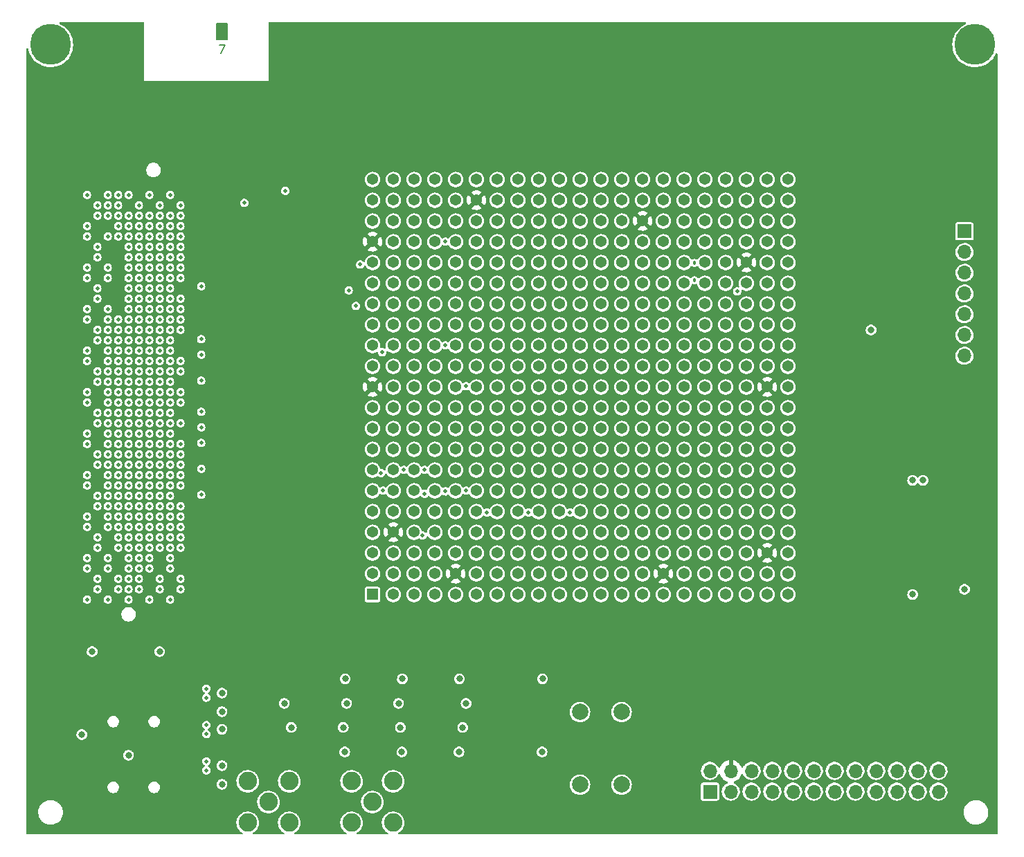
<source format=gbr>
%TF.GenerationSoftware,KiCad,Pcbnew,(6.0.9-0)*%
%TF.CreationDate,2022-12-19T14:05:17-05:00*%
%TF.ProjectId,ember-pcb,656d6265-722d-4706-9362-2e6b69636164,rev?*%
%TF.SameCoordinates,Original*%
%TF.FileFunction,Copper,L8,Inr*%
%TF.FilePolarity,Positive*%
%FSLAX46Y46*%
G04 Gerber Fmt 4.6, Leading zero omitted, Abs format (unit mm)*
G04 Created by KiCad (PCBNEW (6.0.9-0)) date 2022-12-19 14:05:17*
%MOMM*%
%LPD*%
G01*
G04 APERTURE LIST*
%TA.AperFunction,NonConductor*%
%ADD10C,0.200000*%
%TD*%
%ADD11C,0.150000*%
%TA.AperFunction,NonConductor*%
%ADD12C,0.150000*%
%TD*%
%TA.AperFunction,ComponentPad*%
%ADD13C,5.000000*%
%TD*%
%TA.AperFunction,ComponentPad*%
%ADD14R,1.700000X1.700000*%
%TD*%
%TA.AperFunction,ComponentPad*%
%ADD15O,1.700000X1.700000*%
%TD*%
%TA.AperFunction,ComponentPad*%
%ADD16C,2.000000*%
%TD*%
%TA.AperFunction,ComponentPad*%
%ADD17C,2.250000*%
%TD*%
%TA.AperFunction,ComponentPad*%
%ADD18C,0.500000*%
%TD*%
%TA.AperFunction,ComponentPad*%
%ADD19R,1.368000X1.368000*%
%TD*%
%TA.AperFunction,ComponentPad*%
%ADD20C,1.368000*%
%TD*%
%TA.AperFunction,ViaPad*%
%ADD21C,0.800000*%
%TD*%
%TA.AperFunction,ViaPad*%
%ADD22C,0.508000*%
%TD*%
%TA.AperFunction,ViaPad*%
%ADD23C,0.457200*%
%TD*%
G04 APERTURE END LIST*
D10*
X92740000Y-48470000D02*
X94010000Y-48470000D01*
X94010000Y-48470000D02*
X94010000Y-50375000D01*
X94010000Y-50375000D02*
X92740000Y-50375000D01*
X92740000Y-50375000D02*
X92740000Y-48470000D01*
G36*
X92740000Y-48470000D02*
G01*
X94010000Y-48470000D01*
X94010000Y-50375000D01*
X92740000Y-50375000D01*
X92740000Y-48470000D01*
G37*
D11*
D12*
X93041666Y-51097380D02*
X93708333Y-51097380D01*
X93279761Y-52097380D01*
D13*
%TO.N,GND*%
%TO.C,H1*%
X72420000Y-51010000D03*
%TD*%
D14*
%TO.N,/core_pwr*%
%TO.C,J3*%
X153060000Y-142455000D03*
D15*
%TO.N,/vdd_fsm*%
X153060000Y-139915000D03*
%TO.N,/core_pwr*%
X155600000Y-142455000D03*
%TO.N,/vdd*%
X155600000Y-139915000D03*
%TO.N,/core_pwr*%
X158140000Y-142455000D03*
%TO.N,/vdd_dac*%
X158140000Y-139915000D03*
%TO.N,/core_pwr*%
X160680000Y-142455000D03*
%TO.N,/vsa*%
X160680000Y-139915000D03*
%TO.N,unconnected-(J3-Pad9)*%
X163220000Y-142455000D03*
%TO.N,unconnected-(J3-Pad10)*%
X163220000Y-139915000D03*
%TO.N,/io_pwr*%
X165760000Y-142455000D03*
%TO.N,/vddio_fsm*%
X165760000Y-139915000D03*
%TO.N,/io_pwr*%
X168300000Y-142455000D03*
%TO.N,/vddio*%
X168300000Y-139915000D03*
%TO.N,/io_pwr*%
X170840000Y-142455000D03*
%TO.N,/vddio_dac*%
X170840000Y-139915000D03*
%TO.N,unconnected-(J3-Pad17)*%
X173380000Y-142455000D03*
%TO.N,unconnected-(J3-Pad18)*%
X173380000Y-139915000D03*
%TO.N,GND*%
X175920000Y-142455000D03*
X175920000Y-139915000D03*
X178460000Y-142455000D03*
X178460000Y-139915000D03*
X181000000Y-142455000D03*
X181000000Y-139915000D03*
%TD*%
D16*
%TO.N,Net-(C1-Pad1)*%
%TO.C,FB1*%
X137165000Y-132710000D03*
%TO.N,/core_pwr*%
X142245000Y-132710000D03*
%TD*%
D14*
%TO.N,/wl_source_pin*%
%TO.C,J4*%
X184180000Y-73865000D03*
D15*
%TO.N,/bl_source_pin*%
X184180000Y-76405000D03*
%TO.N,/sl_source_pin*%
X184180000Y-78945000D03*
%TO.N,/iref_test*%
X184180000Y-81485000D03*
%TO.N,/vdd_test*%
X184180000Y-84025000D03*
%TO.N,unconnected-(J4-Pad6)*%
X184180000Y-86565000D03*
%TO.N,GND*%
X184180000Y-89105000D03*
%TD*%
D16*
%TO.N,Net-(C6-Pad1)*%
%TO.C,FB2*%
X137165000Y-141600000D03*
%TO.N,/io_pwr*%
X142245000Y-141600000D03*
%TD*%
D17*
%TO.N,GND*%
%TO.C,J5*%
X99065000Y-143720000D03*
%TO.N,Net-(J5-Pad2)*%
X101605000Y-146260000D03*
X96525000Y-141180000D03*
X96525000Y-146260000D03*
X101605000Y-141180000D03*
%TD*%
D18*
%TO.N,GND*%
%TO.C,U4*%
X91475000Y-139835000D03*
X91475000Y-138735000D03*
%TD*%
D17*
%TO.N,GND*%
%TO.C,J2*%
X111765000Y-143720000D03*
%TO.N,Net-(J2-Pad2)*%
X114305000Y-141180000D03*
X114305000Y-146260000D03*
X109225000Y-141180000D03*
X109225000Y-146260000D03*
%TD*%
D19*
%TO.N,GND*%
%TO.C,U1*%
X111790000Y-118320000D03*
D20*
%TO.N,/di_36*%
X114330000Y-118320000D03*
%TO.N,/vddio_dac*%
X116870000Y-118320000D03*
%TO.N,/iref_test*%
X119410000Y-118320000D03*
%TO.N,/vdd_fsm*%
X121950000Y-118320000D03*
%TO.N,GND*%
X124490000Y-118320000D03*
%TO.N,/di_47*%
X127030000Y-118320000D03*
%TO.N,/vdd_dac*%
X129570000Y-118320000D03*
%TO.N,/vddio_dac*%
X132110000Y-118320000D03*
%TO.N,/vddio*%
X134650000Y-118320000D03*
%TO.N,/vsa*%
X137190000Y-118320000D03*
%TO.N,/read_ref_4*%
X139730000Y-118320000D03*
%TO.N,/rram_addr_0*%
X142270000Y-118320000D03*
%TO.N,/rram_addr_2*%
X144810000Y-118320000D03*
%TO.N,GND*%
X147350000Y-118320000D03*
%TO.N,/vdd_fsm*%
X149890000Y-118320000D03*
%TO.N,/rram_addr_10*%
X152430000Y-118320000D03*
%TO.N,/vddio_dac*%
X154970000Y-118320000D03*
%TO.N,GND*%
X157510000Y-118320000D03*
X160050000Y-118320000D03*
%TO.N,unconnected-(U1-PadA21)*%
X162590000Y-118320000D03*
%TO.N,/vddio*%
X111790000Y-115780000D03*
%TO.N,/di_34*%
X114330000Y-115780000D03*
%TO.N,/vddio_fsm*%
X116870000Y-115780000D03*
%TO.N,/vddio*%
X119410000Y-115780000D03*
%TO.N,/vdd*%
X121950000Y-115780000D03*
%TO.N,/vdd_test*%
X124490000Y-115780000D03*
%TO.N,/vddio_fsm*%
X127030000Y-115780000D03*
%TO.N,GND*%
X129570000Y-115780000D03*
%TO.N,/sa_en*%
X132110000Y-115780000D03*
%TO.N,/read_ref_1*%
X134650000Y-115780000D03*
%TO.N,/read_ref_2*%
X137190000Y-115780000D03*
%TO.N,/rram_addr_1*%
X139730000Y-115780000D03*
%TO.N,/vddio_fsm*%
X142270000Y-115780000D03*
%TO.N,/rram_addr_6*%
X144810000Y-115780000D03*
%TO.N,/vdd*%
X147350000Y-115780000D03*
%TO.N,/vddio*%
X149890000Y-115780000D03*
%TO.N,/vddio_fsm*%
X152430000Y-115780000D03*
%TO.N,/sl_en*%
X154970000Y-115780000D03*
%TO.N,/read_dac_config_0*%
X157510000Y-115780000D03*
%TO.N,/vdd_dac*%
X160050000Y-115780000D03*
%TO.N,unconnected-(U1-PadB21)*%
X162590000Y-115780000D03*
%TO.N,/vddio_fsm*%
X111790000Y-113240000D03*
%TO.N,/vdd_dac*%
X114330000Y-113240000D03*
%TO.N,GND*%
X116870000Y-113240000D03*
%TO.N,/di_37*%
X119410000Y-113240000D03*
%TO.N,/di_39*%
X121950000Y-113240000D03*
%TO.N,/di_41*%
X124490000Y-113240000D03*
%TO.N,/di_42*%
X127030000Y-113240000D03*
%TO.N,/di_44*%
X129570000Y-113240000D03*
%TO.N,/di_45*%
X132110000Y-113240000D03*
%TO.N,/set_rst*%
X134650000Y-113240000D03*
%TO.N,/read_ref_5*%
X137190000Y-113240000D03*
%TO.N,/rram_addr_4*%
X139730000Y-113240000D03*
%TO.N,/rram_addr_5*%
X142270000Y-113240000D03*
%TO.N,/rram_addr_8*%
X144810000Y-113240000D03*
%TO.N,/rram_addr_11*%
X147350000Y-113240000D03*
%TO.N,/rram_addr_13*%
X149890000Y-113240000D03*
%TO.N,/rram_addr_15*%
X152430000Y-113240000D03*
%TO.N,GND*%
X154970000Y-113240000D03*
%TO.N,/vddio*%
X157510000Y-113240000D03*
%TO.N,/vdd*%
X160050000Y-113240000D03*
%TO.N,unconnected-(U1-PadC21)*%
X162590000Y-113240000D03*
%TO.N,/di_27*%
X111790000Y-110700000D03*
%TO.N,/vdd*%
X114330000Y-110700000D03*
%TO.N,/di_32*%
X116870000Y-110700000D03*
%TO.N,/di_33*%
X119410000Y-110700000D03*
%TO.N,/di_35*%
X121950000Y-110700000D03*
%TO.N,/di_38*%
X124490000Y-110700000D03*
%TO.N,/di_40*%
X127030000Y-110700000D03*
%TO.N,/di_43*%
X129570000Y-110700000D03*
%TO.N,/di_46*%
X132110000Y-110700000D03*
%TO.N,/read_ref_0*%
X134650000Y-110700000D03*
%TO.N,/read_ref_3*%
X137190000Y-110700000D03*
%TO.N,/rram_addr_3*%
X139730000Y-110700000D03*
%TO.N,/rram_addr_7*%
X142270000Y-110700000D03*
%TO.N,/rram_addr_9*%
X144810000Y-110700000D03*
%TO.N,/rram_addr_12*%
X147350000Y-110700000D03*
%TO.N,/rram_addr_14*%
X149890000Y-110700000D03*
%TO.N,/we*%
X152430000Y-110700000D03*
%TO.N,/read_dac_config_2*%
X154970000Y-110700000D03*
%TO.N,/vddio_fsm*%
X157510000Y-110700000D03*
%TO.N,/vddio_dac*%
X160050000Y-110700000D03*
%TO.N,unconnected-(U1-PadD21)*%
X162590000Y-110700000D03*
%TO.N,/di_23*%
X111790000Y-108160000D03*
%TO.N,/vddio_dac*%
X114330000Y-108160000D03*
%TO.N,/di_30*%
X116870000Y-108160000D03*
%TO.N,/di_31*%
X119410000Y-108160000D03*
%TO.N,unconnected-(U1-PadE5)*%
X121950000Y-108160000D03*
%TO.N,unconnected-(U1-PadE6)*%
X124490000Y-108160000D03*
%TO.N,unconnected-(U1-PadE7)*%
X127030000Y-108160000D03*
%TO.N,unconnected-(U1-PadE8)*%
X129570000Y-108160000D03*
%TO.N,unconnected-(U1-PadE9)*%
X132110000Y-108160000D03*
%TO.N,unconnected-(U1-PadE10)*%
X134650000Y-108160000D03*
%TO.N,unconnected-(U1-PadE11)*%
X137190000Y-108160000D03*
%TO.N,unconnected-(U1-PadE12)*%
X139730000Y-108160000D03*
%TO.N,unconnected-(U1-PadE13)*%
X142270000Y-108160000D03*
%TO.N,unconnected-(U1-PadE14)*%
X144810000Y-108160000D03*
%TO.N,unconnected-(U1-PadE15)*%
X147350000Y-108160000D03*
%TO.N,unconnected-(U1-PadE16)*%
X149890000Y-108160000D03*
%TO.N,/read_dac_config_1*%
X152430000Y-108160000D03*
%TO.N,/wl_dac_config_0*%
X154970000Y-108160000D03*
%TO.N,/wl_dac_config_3*%
X157510000Y-108160000D03*
%TO.N,/wl_dac_config_5*%
X160050000Y-108160000D03*
%TO.N,unconnected-(U1-PadE21)*%
X162590000Y-108160000D03*
%TO.N,/vddio_fsm*%
X111790000Y-105620000D03*
%TO.N,/di_25*%
X114330000Y-105620000D03*
%TO.N,/di_28*%
X116870000Y-105620000D03*
%TO.N,/di_29*%
X119410000Y-105620000D03*
%TO.N,unconnected-(U1-PadF5)*%
X121950000Y-105620000D03*
%TO.N,unconnected-(U1-PadF6)*%
X124490000Y-105620000D03*
%TO.N,unconnected-(U1-PadF7)*%
X127030000Y-105620000D03*
%TO.N,unconnected-(U1-PadF8)*%
X129570000Y-105620000D03*
%TO.N,unconnected-(U1-PadF9)*%
X132110000Y-105620000D03*
%TO.N,unconnected-(U1-PadF10)*%
X134650000Y-105620000D03*
%TO.N,unconnected-(U1-PadF11)*%
X137190000Y-105620000D03*
%TO.N,unconnected-(U1-PadF12)*%
X139730000Y-105620000D03*
%TO.N,unconnected-(U1-PadF13)*%
X142270000Y-105620000D03*
%TO.N,unconnected-(U1-PadF14)*%
X144810000Y-105620000D03*
%TO.N,unconnected-(U1-PadF15)*%
X147350000Y-105620000D03*
%TO.N,unconnected-(U1-PadF16)*%
X149890000Y-105620000D03*
%TO.N,/read_dac_config_3*%
X152430000Y-105620000D03*
%TO.N,/wl_dac_config_2*%
X154970000Y-105620000D03*
%TO.N,/wl_dac_config_7*%
X157510000Y-105620000D03*
%TO.N,/vdd_fsm*%
X160050000Y-105620000D03*
%TO.N,unconnected-(U1-PadF21)*%
X162590000Y-105620000D03*
%TO.N,/di_18*%
X111790000Y-103080000D03*
%TO.N,/vdd_fsm*%
X114330000Y-103080000D03*
%TO.N,/di_24*%
X116870000Y-103080000D03*
%TO.N,/di_26*%
X119410000Y-103080000D03*
%TO.N,unconnected-(U1-PadG5)*%
X121950000Y-103080000D03*
%TO.N,unconnected-(U1-PadG6)*%
X124490000Y-103080000D03*
%TO.N,unconnected-(U1-PadG7)*%
X127030000Y-103080000D03*
%TO.N,unconnected-(U1-PadG8)*%
X129570000Y-103080000D03*
%TO.N,unconnected-(U1-PadG9)*%
X132110000Y-103080000D03*
%TO.N,unconnected-(U1-PadG10)*%
X134650000Y-103080000D03*
%TO.N,unconnected-(U1-PadG11)*%
X137190000Y-103080000D03*
%TO.N,unconnected-(U1-PadG12)*%
X139730000Y-103080000D03*
%TO.N,unconnected-(U1-PadG13)*%
X142270000Y-103080000D03*
%TO.N,unconnected-(U1-PadG14)*%
X144810000Y-103080000D03*
%TO.N,unconnected-(U1-PadG15)*%
X147350000Y-103080000D03*
%TO.N,unconnected-(U1-PadG16)*%
X149890000Y-103080000D03*
%TO.N,/wl_dac_config_1*%
X152430000Y-103080000D03*
%TO.N,/wl_dac_config_4*%
X154970000Y-103080000D03*
%TO.N,/vddio_fsm*%
X157510000Y-103080000D03*
%TO.N,GND*%
X160050000Y-103080000D03*
%TO.N,unconnected-(U1-PadG21)*%
X162590000Y-103080000D03*
%TO.N,/di_16*%
X111790000Y-100540000D03*
%TO.N,GND*%
X114330000Y-100540000D03*
%TO.N,/di_21*%
X116870000Y-100540000D03*
%TO.N,/di_22*%
X119410000Y-100540000D03*
%TO.N,unconnected-(U1-PadH5)*%
X121950000Y-100540000D03*
%TO.N,unconnected-(U1-PadH6)*%
X124490000Y-100540000D03*
%TO.N,unconnected-(U1-PadH7)*%
X127030000Y-100540000D03*
%TO.N,unconnected-(U1-PadH8)*%
X129570000Y-100540000D03*
%TO.N,unconnected-(U1-PadH9)*%
X132110000Y-100540000D03*
%TO.N,unconnected-(U1-PadH10)*%
X134650000Y-100540000D03*
%TO.N,unconnected-(U1-PadH11)*%
X137190000Y-100540000D03*
%TO.N,unconnected-(U1-PadH12)*%
X139730000Y-100540000D03*
%TO.N,unconnected-(U1-PadH13)*%
X142270000Y-100540000D03*
%TO.N,unconnected-(U1-PadH14)*%
X144810000Y-100540000D03*
%TO.N,unconnected-(U1-PadH15)*%
X147350000Y-100540000D03*
%TO.N,unconnected-(U1-PadH16)*%
X149890000Y-100540000D03*
%TO.N,/wl_dac_config_6*%
X152430000Y-100540000D03*
%TO.N,/wl_dac_en*%
X154970000Y-100540000D03*
%TO.N,/wl_source_pin*%
X157510000Y-100540000D03*
%TO.N,/sa_do_2*%
X160050000Y-100540000D03*
%TO.N,unconnected-(U1-PadH21)*%
X162590000Y-100540000D03*
%TO.N,/di_14*%
X111790000Y-98000000D03*
%TO.N,/di_17*%
X114330000Y-98000000D03*
%TO.N,/di_20*%
X116870000Y-98000000D03*
%TO.N,/di_19*%
X119410000Y-98000000D03*
%TO.N,unconnected-(U1-PadJ5)*%
X121950000Y-98000000D03*
%TO.N,unconnected-(U1-PadJ6)*%
X124490000Y-98000000D03*
%TO.N,unconnected-(U1-PadJ7)*%
X127030000Y-98000000D03*
%TO.N,unconnected-(U1-PadJ8)*%
X129570000Y-98000000D03*
%TO.N,unconnected-(U1-PadJ9)*%
X132110000Y-98000000D03*
%TO.N,unconnected-(U1-PadJ10)*%
X134650000Y-98000000D03*
%TO.N,unconnected-(U1-PadJ11)*%
X137190000Y-98000000D03*
%TO.N,unconnected-(U1-PadJ12)*%
X139730000Y-98000000D03*
%TO.N,unconnected-(U1-PadJ13)*%
X142270000Y-98000000D03*
%TO.N,unconnected-(U1-PadJ14)*%
X144810000Y-98000000D03*
%TO.N,unconnected-(U1-PadJ15)*%
X147350000Y-98000000D03*
%TO.N,unconnected-(U1-PadJ16)*%
X149890000Y-98000000D03*
%TO.N,/bleed_en*%
X152430000Y-98000000D03*
%TO.N,/wl_en*%
X154970000Y-98000000D03*
%TO.N,/sa_do_0*%
X157510000Y-98000000D03*
%TO.N,/sa_do_4*%
X160050000Y-98000000D03*
%TO.N,unconnected-(U1-PadJ21)*%
X162590000Y-98000000D03*
%TO.N,/vsa*%
X111790000Y-95460000D03*
%TO.N,/di_12*%
X114330000Y-95460000D03*
%TO.N,/di_15*%
X116870000Y-95460000D03*
%TO.N,/di_13*%
X119410000Y-95460000D03*
%TO.N,unconnected-(U1-PadK5)*%
X121950000Y-95460000D03*
%TO.N,unconnected-(U1-PadK6)*%
X124490000Y-95460000D03*
%TO.N,unconnected-(U1-PadK7)*%
X127030000Y-95460000D03*
%TO.N,unconnected-(U1-PadK8)*%
X129570000Y-95460000D03*
%TO.N,unconnected-(U1-PadK9)*%
X132110000Y-95460000D03*
%TO.N,unconnected-(U1-PadK10)*%
X134650000Y-95460000D03*
%TO.N,unconnected-(U1-PadK11)*%
X137190000Y-95460000D03*
%TO.N,unconnected-(U1-PadK12)*%
X139730000Y-95460000D03*
%TO.N,unconnected-(U1-PadK13)*%
X142270000Y-95460000D03*
%TO.N,unconnected-(U1-PadK14)*%
X144810000Y-95460000D03*
%TO.N,unconnected-(U1-PadK15)*%
X147350000Y-95460000D03*
%TO.N,unconnected-(U1-PadK16)*%
X149890000Y-95460000D03*
%TO.N,/sa_do_3*%
X152430000Y-95460000D03*
%TO.N,/sa_do_1*%
X154970000Y-95460000D03*
%TO.N,/sa_do_5*%
X157510000Y-95460000D03*
%TO.N,/vsa*%
X160050000Y-95460000D03*
%TO.N,unconnected-(U1-PadK21)*%
X162590000Y-95460000D03*
%TO.N,/vdd*%
X111790000Y-92920000D03*
%TO.N,/di_11*%
X114330000Y-92920000D03*
%TO.N,/di_9*%
X116870000Y-92920000D03*
%TO.N,/di_10*%
X119410000Y-92920000D03*
%TO.N,unconnected-(U1-PadL5)*%
X121950000Y-92920000D03*
%TO.N,unconnected-(U1-PadL6)*%
X124490000Y-92920000D03*
%TO.N,unconnected-(U1-PadL7)*%
X127030000Y-92920000D03*
%TO.N,unconnected-(U1-PadL8)*%
X129570000Y-92920000D03*
%TO.N,unconnected-(U1-PadL9)*%
X132110000Y-92920000D03*
%TO.N,unconnected-(U1-PadL10)*%
X134650000Y-92920000D03*
%TO.N,unconnected-(U1-PadL11)*%
X137190000Y-92920000D03*
%TO.N,unconnected-(U1-PadL12)*%
X139730000Y-92920000D03*
%TO.N,unconnected-(U1-PadL13)*%
X142270000Y-92920000D03*
%TO.N,unconnected-(U1-PadL14)*%
X144810000Y-92920000D03*
%TO.N,unconnected-(U1-PadL15)*%
X147350000Y-92920000D03*
%TO.N,unconnected-(U1-PadL16)*%
X149890000Y-92920000D03*
%TO.N,/sa_do_7*%
X152430000Y-92920000D03*
%TO.N,/sa_do_8*%
X154970000Y-92920000D03*
%TO.N,/sa_do_6*%
X157510000Y-92920000D03*
%TO.N,/vdd*%
X160050000Y-92920000D03*
%TO.N,unconnected-(U1-PadL21)*%
X162590000Y-92920000D03*
%TO.N,/vddio_dac*%
X111790000Y-90380000D03*
%TO.N,/di_7*%
X114330000Y-90380000D03*
%TO.N,/di_5*%
X116870000Y-90380000D03*
%TO.N,/di_6*%
X119410000Y-90380000D03*
%TO.N,unconnected-(U1-PadM5)*%
X121950000Y-90380000D03*
%TO.N,unconnected-(U1-PadM6)*%
X124490000Y-90380000D03*
%TO.N,unconnected-(U1-PadM7)*%
X127030000Y-90380000D03*
%TO.N,unconnected-(U1-PadM8)*%
X129570000Y-90380000D03*
%TO.N,unconnected-(U1-PadM9)*%
X132110000Y-90380000D03*
%TO.N,unconnected-(U1-PadM10)*%
X134650000Y-90380000D03*
%TO.N,unconnected-(U1-PadM11)*%
X137190000Y-90380000D03*
%TO.N,unconnected-(U1-PadM12)*%
X139730000Y-90380000D03*
%TO.N,unconnected-(U1-PadM13)*%
X142270000Y-90380000D03*
%TO.N,unconnected-(U1-PadM14)*%
X144810000Y-90380000D03*
%TO.N,unconnected-(U1-PadM15)*%
X147350000Y-90380000D03*
%TO.N,unconnected-(U1-PadM16)*%
X149890000Y-90380000D03*
%TO.N,/sa_do_11*%
X152430000Y-90380000D03*
%TO.N,/sa_do_12*%
X154970000Y-90380000D03*
%TO.N,/sa_do_9*%
X157510000Y-90380000D03*
%TO.N,/vddio_dac*%
X160050000Y-90380000D03*
%TO.N,unconnected-(U1-PadM21)*%
X162590000Y-90380000D03*
%TO.N,/vddio*%
X111790000Y-87840000D03*
%TO.N,/di_8*%
X114330000Y-87840000D03*
%TO.N,/di_4*%
X116870000Y-87840000D03*
%TO.N,/di_2*%
X119410000Y-87840000D03*
%TO.N,unconnected-(U1-PadN5)*%
X121950000Y-87840000D03*
%TO.N,unconnected-(U1-PadN6)*%
X124490000Y-87840000D03*
%TO.N,unconnected-(U1-PadN7)*%
X127030000Y-87840000D03*
%TO.N,unconnected-(U1-PadN8)*%
X129570000Y-87840000D03*
%TO.N,unconnected-(U1-PadN9)*%
X132110000Y-87840000D03*
%TO.N,unconnected-(U1-PadN10)*%
X134650000Y-87840000D03*
%TO.N,unconnected-(U1-PadN11)*%
X137190000Y-87840000D03*
%TO.N,unconnected-(U1-PadN12)*%
X139730000Y-87840000D03*
%TO.N,unconnected-(U1-PadN13)*%
X142270000Y-87840000D03*
%TO.N,unconnected-(U1-PadN14)*%
X144810000Y-87840000D03*
%TO.N,unconnected-(U1-PadN15)*%
X147350000Y-87840000D03*
%TO.N,unconnected-(U1-PadN16)*%
X149890000Y-87840000D03*
%TO.N,/sa_do_14*%
X152430000Y-87840000D03*
%TO.N,/sa_do_13*%
X154970000Y-87840000D03*
%TO.N,GND*%
X157510000Y-87840000D03*
%TO.N,/vddio*%
X160050000Y-87840000D03*
%TO.N,unconnected-(U1-PadN21)*%
X162590000Y-87840000D03*
%TO.N,GND*%
X111790000Y-85300000D03*
%TO.N,/vddio_fsm*%
X114330000Y-85300000D03*
%TO.N,/di_0*%
X116870000Y-85300000D03*
%TO.N,/clamp_ref_5*%
X119410000Y-85300000D03*
%TO.N,unconnected-(U1-PadP5)*%
X121950000Y-85300000D03*
%TO.N,unconnected-(U1-PadP6)*%
X124490000Y-85300000D03*
%TO.N,unconnected-(U1-PadP7)*%
X127030000Y-85300000D03*
%TO.N,unconnected-(U1-PadP8)*%
X129570000Y-85300000D03*
%TO.N,unconnected-(U1-PadP9)*%
X132110000Y-85300000D03*
%TO.N,unconnected-(U1-PadP10)*%
X134650000Y-85300000D03*
%TO.N,unconnected-(U1-PadP11)*%
X137190000Y-85300000D03*
%TO.N,unconnected-(U1-PadP12)*%
X139730000Y-85300000D03*
%TO.N,unconnected-(U1-PadP13)*%
X142270000Y-85300000D03*
%TO.N,unconnected-(U1-PadP14)*%
X144810000Y-85300000D03*
%TO.N,unconnected-(U1-PadP15)*%
X147350000Y-85300000D03*
%TO.N,unconnected-(U1-PadP16)*%
X149890000Y-85300000D03*
%TO.N,/sa_do_18*%
X152430000Y-85300000D03*
%TO.N,/sa_do_16*%
X154970000Y-85300000D03*
%TO.N,/vdd_fsm*%
X157510000Y-85300000D03*
%TO.N,/sa_do_10*%
X160050000Y-85300000D03*
%TO.N,unconnected-(U1-PadP21)*%
X162590000Y-85300000D03*
%TO.N,/vdd_fsm*%
X111790000Y-82760000D03*
%TO.N,/di_3*%
X114330000Y-82760000D03*
%TO.N,/rst_n*%
X116870000Y-82760000D03*
%TO.N,/clamp_ref_3*%
X119410000Y-82760000D03*
%TO.N,unconnected-(U1-PadR5)*%
X121950000Y-82760000D03*
%TO.N,unconnected-(U1-PadR6)*%
X124490000Y-82760000D03*
%TO.N,unconnected-(U1-PadR7)*%
X127030000Y-82760000D03*
%TO.N,unconnected-(U1-PadR8)*%
X129570000Y-82760000D03*
%TO.N,unconnected-(U1-PadR9)*%
X132110000Y-82760000D03*
%TO.N,unconnected-(U1-PadR10)*%
X134650000Y-82760000D03*
%TO.N,unconnected-(U1-PadR11)*%
X137190000Y-82760000D03*
%TO.N,unconnected-(U1-PadR12)*%
X139730000Y-82760000D03*
%TO.N,unconnected-(U1-PadR13)*%
X142270000Y-82760000D03*
%TO.N,unconnected-(U1-PadR14)*%
X144810000Y-82760000D03*
%TO.N,unconnected-(U1-PadR15)*%
X147350000Y-82760000D03*
%TO.N,unconnected-(U1-PadR16)*%
X149890000Y-82760000D03*
%TO.N,/sa_do_21*%
X152430000Y-82760000D03*
%TO.N,/sa_do_20*%
X154970000Y-82760000D03*
%TO.N,/sa_do_17*%
X157510000Y-82760000D03*
%TO.N,/vddio_fsm*%
X160050000Y-82760000D03*
%TO.N,unconnected-(U1-PadR21)*%
X162590000Y-82760000D03*
%TO.N,/di_1*%
X111790000Y-80220000D03*
%TO.N,/bl_en*%
X114330000Y-80220000D03*
%TO.N,/clamp_ref_4*%
X116870000Y-80220000D03*
%TO.N,/clamp_ref_1*%
X119410000Y-80220000D03*
%TO.N,unconnected-(U1-PadS5)*%
X121950000Y-80220000D03*
%TO.N,unconnected-(U1-PadS6)*%
X124490000Y-80220000D03*
%TO.N,unconnected-(U1-PadS7)*%
X127030000Y-80220000D03*
%TO.N,unconnected-(U1-PadS8)*%
X129570000Y-80220000D03*
%TO.N,unconnected-(U1-PadS9)*%
X132110000Y-80220000D03*
%TO.N,unconnected-(U1-PadS10)*%
X134650000Y-80220000D03*
%TO.N,unconnected-(U1-PadS11)*%
X137190000Y-80220000D03*
%TO.N,unconnected-(U1-PadS12)*%
X139730000Y-80220000D03*
%TO.N,unconnected-(U1-PadS13)*%
X142270000Y-80220000D03*
%TO.N,unconnected-(U1-PadS14)*%
X144810000Y-80220000D03*
%TO.N,unconnected-(U1-PadS15)*%
X147350000Y-80220000D03*
%TO.N,unconnected-(U1-PadS16)*%
X149890000Y-80220000D03*
%TO.N,/sa_do_23*%
X152430000Y-80220000D03*
%TO.N,/sa_do_22*%
X154970000Y-80220000D03*
%TO.N,/vddio_dac*%
X157510000Y-80220000D03*
%TO.N,/sa_do_15*%
X160050000Y-80220000D03*
%TO.N,unconnected-(U1-PadS21)*%
X162590000Y-80220000D03*
%TO.N,/vddio_dac*%
X111790000Y-77680000D03*
%TO.N,/vddio_fsm*%
X114330000Y-77680000D03*
%TO.N,/clamp_ref_2*%
X116870000Y-77680000D03*
%TO.N,/bsl_dac_en*%
X119410000Y-77680000D03*
%TO.N,/bsl_dac_config_4*%
X121950000Y-77680000D03*
%TO.N,/bsl_dac_config_2*%
X124490000Y-77680000D03*
%TO.N,/bsl_dac_config_0*%
X127030000Y-77680000D03*
%TO.N,/mclk_pause*%
X129570000Y-77680000D03*
%TO.N,/mosi*%
X132110000Y-77680000D03*
%TO.N,/heartbeat*%
X134650000Y-77680000D03*
%TO.N,/sa_do_45*%
X137190000Y-77680000D03*
%TO.N,/sa_do_39*%
X139730000Y-77680000D03*
%TO.N,/sa_do_36*%
X142270000Y-77680000D03*
%TO.N,/sa_do_32*%
X144810000Y-77680000D03*
%TO.N,/sa_do_29*%
X147350000Y-77680000D03*
%TO.N,/sa_do_27*%
X149890000Y-77680000D03*
%TO.N,/sa_do_25*%
X152430000Y-77680000D03*
%TO.N,/sa_do_24*%
X154970000Y-77680000D03*
%TO.N,/vdd*%
X157510000Y-77680000D03*
%TO.N,/sa_do_19*%
X160050000Y-77680000D03*
%TO.N,unconnected-(U1-PadT21)*%
X162590000Y-77680000D03*
%TO.N,/vdd*%
X111790000Y-75140000D03*
%TO.N,/vddio*%
X114330000Y-75140000D03*
%TO.N,GND*%
X116870000Y-75140000D03*
%TO.N,/read_dac_en*%
X119410000Y-75140000D03*
%TO.N,/bsl_dac_config_3*%
X121950000Y-75140000D03*
%TO.N,/bsl_dac_config_1*%
X124490000Y-75140000D03*
%TO.N,/aclk*%
X127030000Y-75140000D03*
%TO.N,/sclk*%
X129570000Y-75140000D03*
%TO.N,/sc*%
X132110000Y-75140000D03*
%TO.N,/man*%
X134650000Y-75140000D03*
%TO.N,/sa_do_43*%
X137190000Y-75140000D03*
%TO.N,/sa_do_38*%
X139730000Y-75140000D03*
%TO.N,/sa_do_37*%
X142270000Y-75140000D03*
%TO.N,/sa_do_34*%
X144810000Y-75140000D03*
%TO.N,/sa_do_33*%
X147350000Y-75140000D03*
%TO.N,/sa_do_30*%
X149890000Y-75140000D03*
%TO.N,/sa_do_28*%
X152430000Y-75140000D03*
%TO.N,GND*%
X154970000Y-75140000D03*
%TO.N,/vdd_dac*%
X157510000Y-75140000D03*
%TO.N,/vddio_fsm*%
X160050000Y-75140000D03*
%TO.N,unconnected-(U1-PadU21)*%
X162590000Y-75140000D03*
%TO.N,/vdd_dac*%
X111790000Y-72600000D03*
%TO.N,/clamp_ref_0*%
X114330000Y-72600000D03*
%TO.N,/vddio*%
X116870000Y-72600000D03*
%TO.N,/vsa*%
X119410000Y-72600000D03*
%TO.N,/vdd_fsm*%
X121950000Y-72600000D03*
%TO.N,/sl_source_pin*%
X124490000Y-72600000D03*
%TO.N,GND*%
X127030000Y-72600000D03*
%TO.N,/vddio_fsm*%
X129570000Y-72600000D03*
%TO.N,/miso*%
X132110000Y-72600000D03*
%TO.N,/sa_rdy*%
X134650000Y-72600000D03*
%TO.N,/sa_do_47*%
X137190000Y-72600000D03*
%TO.N,/sa_do_41*%
X139730000Y-72600000D03*
%TO.N,/sa_do_42*%
X142270000Y-72600000D03*
%TO.N,/vdd*%
X144810000Y-72600000D03*
%TO.N,/vddio_fsm*%
X147350000Y-72600000D03*
%TO.N,/vddio_dac*%
X149890000Y-72600000D03*
%TO.N,/sa_do_31*%
X152430000Y-72600000D03*
%TO.N,/vddio_fsm*%
X154970000Y-72600000D03*
%TO.N,/sa_do_26*%
X157510000Y-72600000D03*
%TO.N,/vddio*%
X160050000Y-72600000D03*
%TO.N,unconnected-(U1-PadV21)*%
X162590000Y-72600000D03*
%TO.N,GND*%
X111790000Y-70060000D03*
%TO.N,/vddio_fsm*%
X114330000Y-70060000D03*
%TO.N,/bl_source_pin*%
X116870000Y-70060000D03*
%TO.N,/vddio_dac*%
X119410000Y-70060000D03*
%TO.N,/vddio_fsm*%
X121950000Y-70060000D03*
%TO.N,/vdd*%
X124490000Y-70060000D03*
%TO.N,/sa_clk*%
X127030000Y-70060000D03*
%TO.N,/byp*%
X129570000Y-70060000D03*
%TO.N,/vdd_dac*%
X132110000Y-70060000D03*
%TO.N,/vddio_dac*%
X134650000Y-70060000D03*
%TO.N,/vddio*%
X137190000Y-70060000D03*
%TO.N,/sa_do_46*%
X139730000Y-70060000D03*
%TO.N,/sa_do_44*%
X142270000Y-70060000D03*
%TO.N,/sa_do_40*%
X144810000Y-70060000D03*
%TO.N,GND*%
X147350000Y-70060000D03*
%TO.N,/sa_do_35*%
X149890000Y-70060000D03*
%TO.N,/vdd_fsm*%
X152430000Y-70060000D03*
%TO.N,/vsa*%
X154970000Y-70060000D03*
%TO.N,/vddio*%
X157510000Y-70060000D03*
%TO.N,GND*%
X160050000Y-70060000D03*
%TO.N,unconnected-(U1-PadW21)*%
X162590000Y-70060000D03*
%TO.N,unconnected-(U1-PadX1)*%
X111790000Y-67520000D03*
%TO.N,unconnected-(U1-PadX2)*%
X114330000Y-67520000D03*
%TO.N,unconnected-(U1-PadX3)*%
X116870000Y-67520000D03*
%TO.N,unconnected-(U1-PadX4)*%
X119410000Y-67520000D03*
%TO.N,unconnected-(U1-PadX5)*%
X121950000Y-67520000D03*
%TO.N,unconnected-(U1-PadX6)*%
X124490000Y-67520000D03*
%TO.N,unconnected-(U1-PadX7)*%
X127030000Y-67520000D03*
%TO.N,unconnected-(U1-PadX8)*%
X129570000Y-67520000D03*
%TO.N,unconnected-(U1-PadX9)*%
X132110000Y-67520000D03*
%TO.N,unconnected-(U1-PadX10)*%
X134650000Y-67520000D03*
%TO.N,unconnected-(U1-PadX11)*%
X137190000Y-67520000D03*
%TO.N,unconnected-(U1-PadX12)*%
X139730000Y-67520000D03*
%TO.N,unconnected-(U1-PadX13)*%
X142270000Y-67520000D03*
%TO.N,unconnected-(U1-PadX14)*%
X144810000Y-67520000D03*
%TO.N,unconnected-(U1-PadX15)*%
X147350000Y-67520000D03*
%TO.N,unconnected-(U1-PadX16)*%
X149890000Y-67520000D03*
%TO.N,unconnected-(U1-PadX17)*%
X152430000Y-67520000D03*
%TO.N,unconnected-(U1-PadX18)*%
X154970000Y-67520000D03*
%TO.N,unconnected-(U1-PadX19)*%
X157510000Y-67520000D03*
%TO.N,unconnected-(U1-PadX20)*%
X160050000Y-67520000D03*
%TO.N,unconnected-(U1-PadX21)*%
X162590000Y-67520000D03*
%TD*%
D18*
%TO.N,GND*%
%TO.C,U2*%
X91475000Y-129845000D03*
X91475000Y-130945000D03*
%TD*%
D13*
%TO.N,GND*%
%TO.C,H2*%
X185450000Y-51010000D03*
%TD*%
D18*
%TO.N,GND*%
%TO.C,U3*%
X91475000Y-134290000D03*
X91475000Y-135390000D03*
%TD*%
D21*
%TO.N,Net-(J1-PadD1)*%
X85755000Y-125305000D03*
%TO.N,Net-(J2-Pad2)*%
X76235000Y-135460000D03*
D22*
%TO.N,GND*%
X87025000Y-94825000D03*
X76865000Y-110065000D03*
X83215000Y-82125000D03*
D21*
X93380000Y-130395000D03*
D22*
X85755000Y-108795000D03*
X83215000Y-112605000D03*
X87025000Y-69425000D03*
X78135000Y-116415000D03*
X79405000Y-89745000D03*
D21*
X108215000Y-134595000D03*
D22*
X88295000Y-108795000D03*
X79405000Y-69425000D03*
X85755000Y-93555000D03*
X85755000Y-116415000D03*
X80675000Y-73235000D03*
X85755000Y-74505000D03*
X84485000Y-115145000D03*
X80675000Y-92285000D03*
X87025000Y-83395000D03*
X78135000Y-101175000D03*
X87025000Y-113875000D03*
X78135000Y-91015000D03*
X78135000Y-85935000D03*
X88295000Y-70695000D03*
D21*
X123225000Y-131650000D03*
D22*
X88295000Y-93555000D03*
X79405000Y-99905000D03*
X76865000Y-69425000D03*
X83215000Y-89745000D03*
X87025000Y-115145000D03*
X81945000Y-113875000D03*
X78135000Y-96095000D03*
X88295000Y-112605000D03*
X87025000Y-79585000D03*
X76865000Y-103715000D03*
X85755000Y-112605000D03*
X81945000Y-102445000D03*
X81945000Y-87205000D03*
X87025000Y-118955000D03*
X78135000Y-106255000D03*
X85755000Y-101175000D03*
X88295000Y-116415000D03*
X80675000Y-88475000D03*
X84485000Y-110065000D03*
X80675000Y-99905000D03*
X79405000Y-115145000D03*
X84485000Y-94825000D03*
X81945000Y-71965000D03*
X83215000Y-70695000D03*
X79405000Y-113875000D03*
X79405000Y-118955000D03*
D21*
X115200000Y-134595000D03*
D22*
X81945000Y-118955000D03*
X81945000Y-94825000D03*
X87025000Y-87205000D03*
X84485000Y-106255000D03*
X85755000Y-78315000D03*
X85755000Y-97365000D03*
X81945000Y-69425000D03*
X76865000Y-94825000D03*
X88295000Y-74505000D03*
X78135000Y-107525000D03*
X81945000Y-91015000D03*
X88295000Y-82125000D03*
X76865000Y-89745000D03*
X85755000Y-70695000D03*
X78135000Y-102445000D03*
X87025000Y-110065000D03*
X79405000Y-104985000D03*
X78135000Y-80855000D03*
X80675000Y-112605000D03*
D21*
X122820000Y-134595000D03*
X101865000Y-134595000D03*
X177830000Y-118320000D03*
X108620000Y-131650000D03*
D22*
X76865000Y-118955000D03*
X84485000Y-102445000D03*
X76865000Y-88475000D03*
X83215000Y-116415000D03*
X79405000Y-83395000D03*
X88295000Y-78315000D03*
X76865000Y-78315000D03*
X87025000Y-106255000D03*
X81945000Y-83395000D03*
X83215000Y-108795000D03*
X88295000Y-85935000D03*
X84485000Y-71965000D03*
X84485000Y-75775000D03*
X83215000Y-74505000D03*
X78135000Y-112605000D03*
X83215000Y-78315000D03*
X84485000Y-113875000D03*
X88295000Y-97365000D03*
X79405000Y-110065000D03*
X84485000Y-91015000D03*
X79405000Y-98635000D03*
D21*
X101000000Y-131650000D03*
D22*
X83215000Y-101175000D03*
X83215000Y-117685000D03*
X80675000Y-70695000D03*
X84485000Y-98635000D03*
X78135000Y-97365000D03*
X76865000Y-98635000D03*
X78135000Y-77045000D03*
X76865000Y-73235000D03*
X84485000Y-69425000D03*
X79405000Y-71965000D03*
X81945000Y-115145000D03*
X80675000Y-117685000D03*
X76865000Y-79585000D03*
X85755000Y-85935000D03*
X81945000Y-106255000D03*
X80675000Y-107525000D03*
X88295000Y-89745000D03*
X81945000Y-79585000D03*
X76865000Y-84665000D03*
X76865000Y-104985000D03*
X76865000Y-115145000D03*
X79405000Y-103715000D03*
X76865000Y-74505000D03*
X87025000Y-98635000D03*
X78135000Y-117685000D03*
X78135000Y-87205000D03*
X85755000Y-117685000D03*
X79405000Y-78315000D03*
X76865000Y-99905000D03*
X84485000Y-83395000D03*
X79405000Y-108795000D03*
X79405000Y-93555000D03*
X79405000Y-94825000D03*
X78135000Y-111335000D03*
X78135000Y-71965000D03*
X79405000Y-84665000D03*
X76865000Y-93555000D03*
X87025000Y-75775000D03*
X80675000Y-103715000D03*
X87025000Y-71965000D03*
X87025000Y-91015000D03*
X80675000Y-116415000D03*
X78135000Y-75775000D03*
X78135000Y-92285000D03*
X79405000Y-88475000D03*
D21*
X114970000Y-131650000D03*
D22*
X76865000Y-108795000D03*
D21*
X93380000Y-134825000D03*
D22*
X79405000Y-79585000D03*
D21*
X77500000Y-125305000D03*
X93380000Y-139270000D03*
D22*
X76865000Y-83395000D03*
X78135000Y-70695000D03*
X76865000Y-113875000D03*
X80675000Y-111335000D03*
X85755000Y-82125000D03*
X88295000Y-104985000D03*
X83215000Y-85935000D03*
X81945000Y-75775000D03*
X83215000Y-97365000D03*
X78135000Y-82125000D03*
X83215000Y-104985000D03*
X88295000Y-101175000D03*
X84485000Y-79585000D03*
X85755000Y-104985000D03*
X88295000Y-117685000D03*
X80675000Y-84665000D03*
X85755000Y-89745000D03*
X80675000Y-96095000D03*
X84485000Y-87205000D03*
X79405000Y-74505000D03*
X87025000Y-102445000D03*
X81945000Y-98635000D03*
X81945000Y-110065000D03*
X83215000Y-93555000D03*
X84485000Y-118955000D03*
D21*
%TO.N,+3.3V*%
X93380000Y-141557500D03*
D22*
X80675000Y-71965000D03*
X80675000Y-69425000D03*
X79405000Y-70695000D03*
D21*
X93380000Y-132667500D03*
D22*
X80675000Y-74505000D03*
D21*
X81950000Y-138000000D03*
D22*
%TO.N,/sclk*%
X101122000Y-68917000D03*
X88295000Y-84665000D03*
%TO.N,/sc*%
X81945000Y-77045000D03*
D23*
%TO.N,/mosi*%
X151160000Y-79839000D03*
X151160000Y-77723575D03*
D22*
X81945000Y-82125000D03*
%TO.N,/read_dac_config_1*%
X79405000Y-101175000D03*
%TO.N,/rst_n*%
X80675000Y-87205000D03*
%TO.N,/read_dac_config_0*%
X80675000Y-110065000D03*
D21*
%TO.N,/byp*%
X179100000Y-104350000D03*
%TO.N,/man*%
X177830000Y-104350000D03*
D22*
%TO.N,/di_42*%
X80675000Y-108795000D03*
%TO.N,/clamp_ref_1*%
X87025000Y-85935000D03*
%TO.N,/clamp_ref_2*%
X85755000Y-84665000D03*
%TO.N,/clamp_ref_3*%
X83215000Y-87205000D03*
%TO.N,/clamp_ref_4*%
X84485000Y-85935000D03*
%TO.N,/wl_dac_config_0*%
X80675000Y-101175000D03*
D21*
%TO.N,/core_pwr*%
X108445000Y-128650000D03*
X122415000Y-128650000D03*
X132575000Y-128650000D03*
X115430000Y-128650000D03*
%TO.N,/io_pwr*%
X132520000Y-137595000D03*
X122360000Y-137595000D03*
X108390000Y-137595000D03*
X184180000Y-117685000D03*
X115375000Y-137595000D03*
D22*
%TO.N,/di_47*%
X81945000Y-116415000D03*
%TO.N,/di_21*%
X80675000Y-97365000D03*
%TO.N,/rram_addr_0*%
X83215000Y-113875000D03*
%TO.N,/di_8*%
X80675000Y-89745000D03*
%TO.N,/di_36*%
X81945000Y-117685000D03*
%TO.N,/rram_addr_2*%
X81945000Y-112605000D03*
%TO.N,/sa_en*%
X81945000Y-111335000D03*
%TO.N,/di_44*%
X81945000Y-108795000D03*
%TO.N,/di_43*%
X81945000Y-104985000D03*
%TO.N,/di_22*%
X81945000Y-97365000D03*
%TO.N,/rram_addr_6*%
X87025000Y-111335000D03*
%TO.N,/di_14*%
X81945000Y-96095000D03*
%TO.N,/di_4*%
X81945000Y-89745000D03*
%TO.N,/di_37*%
X83215000Y-110065000D03*
%TO.N,/di_39*%
X85755000Y-110065000D03*
%TO.N,/sa_do_13*%
X81945000Y-88475000D03*
%TO.N,/sa_do_36*%
X81945000Y-80855000D03*
%TO.N,/miso*%
X81945000Y-74505000D03*
%TO.N,/sa_do_41*%
X81945000Y-73235000D03*
%TO.N,/set_rst*%
X87025000Y-108795000D03*
%TO.N,/read_ref_5*%
X79405000Y-107525000D03*
%TO.N,/rram_addr_4*%
X81945000Y-107525000D03*
%TO.N,/rram_addr_5*%
X83215000Y-107525000D03*
%TO.N,/read_ref_4*%
X83215000Y-115145000D03*
%TO.N,/rram_addr_11*%
X85755000Y-107525000D03*
%TO.N,/read_ref_1*%
X83215000Y-111335000D03*
%TO.N,/rram_addr_15*%
X88295000Y-107525000D03*
%TO.N,/di_27*%
X79405000Y-106255000D03*
%TO.N,/di_32*%
X80675000Y-106255000D03*
%TO.N,/di_33*%
X83215000Y-106255000D03*
%TO.N,/di_35*%
X85755000Y-106255000D03*
X117908985Y-111103985D03*
%TO.N,/di_38*%
X118140000Y-106001000D03*
X90835000Y-106128000D03*
%TO.N,/di_40*%
X80675000Y-104985000D03*
X125760000Y-108287000D03*
%TO.N,/rram_addr_3*%
X83215000Y-103715000D03*
%TO.N,/di_46*%
X130840000Y-108287000D03*
X84485000Y-104985000D03*
%TO.N,/read_ref_0*%
X87025000Y-104985000D03*
%TO.N,/read_ref_3*%
X81945000Y-103715000D03*
X135920000Y-108287000D03*
%TO.N,/di_23*%
X113060000Y-105620000D03*
X83215000Y-102445000D03*
%TO.N,/rram_addr_7*%
X84485000Y-103715000D03*
%TO.N,/rram_addr_9*%
X85755000Y-103715000D03*
%TO.N,/di_26*%
X83215000Y-98635000D03*
%TO.N,/di_0*%
X83215000Y-88475000D03*
%TO.N,/we*%
X79405000Y-102445000D03*
%TO.N,/read_dac_config_2*%
X80675000Y-102445000D03*
%TO.N,/bsl_dac_config_2*%
X110266000Y-77934000D03*
X108869000Y-81109000D03*
X83215000Y-83395000D03*
%TO.N,/sa_do_32*%
X83215000Y-80855000D03*
%TO.N,/sa_do_19*%
X83215000Y-79585000D03*
%TO.N,/sa_do_43*%
X83215000Y-77045000D03*
%TO.N,/sa_do_30*%
X83215000Y-75775000D03*
%TO.N,/wl_dac_config_3*%
X81945000Y-101175000D03*
%TO.N,/wl_dac_config_5*%
X84485000Y-101175000D03*
%TO.N,/di_25*%
X112806000Y-103461000D03*
X87025000Y-101175000D03*
X90835000Y-102953000D03*
%TO.N,/di_28*%
X118140000Y-103080000D03*
X81945000Y-99905000D03*
%TO.N,/di_29*%
X115600000Y-103080000D03*
X83215000Y-99905000D03*
%TO.N,/sa_do_42*%
X83215000Y-73235000D03*
%TO.N,/wl_dac_config_2*%
X85755000Y-99905000D03*
%TO.N,/sa_do_44*%
X83215000Y-71965000D03*
%TO.N,/di_18*%
X88295000Y-99905000D03*
%TO.N,/di_24*%
X80675000Y-98635000D03*
%TO.N,/rram_addr_10*%
X84485000Y-112605000D03*
%TO.N,/read_ref_2*%
X84485000Y-111335000D03*
%TO.N,/di_45*%
X84485000Y-108795000D03*
%TO.N,/di_16*%
X79405000Y-97365000D03*
%TO.N,/rram_addr_8*%
X84485000Y-107525000D03*
%TO.N,/read_dac_config_3*%
X84485000Y-99905000D03*
%TO.N,/wl_dac_config_6*%
X84485000Y-97365000D03*
%TO.N,/wl_dac_en*%
X87025000Y-97365000D03*
%TO.N,/sa_do_2*%
X79405000Y-96095000D03*
%TO.N,/di_2*%
X84485000Y-89745000D03*
%TO.N,/di_17*%
X83215000Y-96095000D03*
%TO.N,/di_20*%
X84485000Y-96095000D03*
%TO.N,/di_19*%
X85755000Y-96095000D03*
%TO.N,/bleed_en*%
X87025000Y-96095000D03*
X90835000Y-97873000D03*
%TO.N,/wl_en*%
X90835000Y-95968000D03*
%TO.N,/sa_do_0*%
X80675000Y-94825000D03*
%TO.N,/sa_do_4*%
X83215000Y-94825000D03*
%TO.N,/di_12*%
X85755000Y-94825000D03*
%TO.N,/di_15*%
X88295000Y-94825000D03*
%TO.N,/di_13*%
X123220000Y-92832849D03*
X80675000Y-93555000D03*
%TO.N,/sa_do_3*%
X81945000Y-93555000D03*
%TO.N,/sa_do_1*%
X84485000Y-93555000D03*
%TO.N,/clamp_ref_5*%
X84485000Y-88475000D03*
%TO.N,/di_11*%
X79405000Y-92285000D03*
X112985600Y-88676400D03*
%TO.N,/di_9*%
X81945000Y-92285000D03*
%TO.N,/di_10*%
X83215000Y-92285000D03*
%TO.N,/sa_do_7*%
X84485000Y-92285000D03*
%TO.N,/sa_do_10*%
X84485000Y-78315000D03*
%TO.N,/sa_do_6*%
X87025000Y-92285000D03*
%TO.N,/di_7*%
X90835000Y-92158000D03*
%TO.N,/di_5*%
X120680000Y-87840000D03*
X79405000Y-91015000D03*
%TO.N,/di_6*%
X80675000Y-91015000D03*
%TO.N,/sa_do_11*%
X83215000Y-91015000D03*
%TO.N,/sa_do_12*%
X85755000Y-91015000D03*
%TO.N,/sa_do_9*%
X88295000Y-91015000D03*
%TO.N,/sa_do_38*%
X84485000Y-77045000D03*
%TO.N,/sa_rdy*%
X84485000Y-74505000D03*
%TO.N,/sa_do_31*%
X84485000Y-73235000D03*
%TO.N,/rram_addr_1*%
X85755000Y-111335000D03*
%TO.N,/di_30*%
X85755000Y-102445000D03*
X120680000Y-105707151D03*
%TO.N,/wl_dac_config_1*%
X85755000Y-98635000D03*
%TO.N,/sa_do_18*%
X85755000Y-88475000D03*
%TO.N,/sa_do_16*%
X90835000Y-88983000D03*
X87025000Y-88475000D03*
%TO.N,/sa_do_8*%
X85755000Y-92285000D03*
%TO.N,/di_3*%
X79405000Y-87205000D03*
%TO.N,/sa_do_21*%
X85755000Y-87205000D03*
%TO.N,/sa_do_20*%
X90835000Y-87078000D03*
%TO.N,/sa_do_17*%
X79405000Y-85935000D03*
%TO.N,/di_1*%
X80675000Y-85935000D03*
%TO.N,/bl_en*%
X81945000Y-85935000D03*
%TO.N,/sa_do_23*%
X81945000Y-84665000D03*
X156367000Y-81236000D03*
%TO.N,/sa_do_22*%
X83215000Y-84665000D03*
%TO.N,/sa_do_15*%
X84485000Y-84665000D03*
%TO.N,/bsl_dac_en*%
X87025000Y-84665000D03*
X109758000Y-83014000D03*
%TO.N,/bsl_dac_config_4*%
X120680000Y-75140000D03*
X87025000Y-78315000D03*
%TO.N,/sa_do_27*%
X85755000Y-80855000D03*
%TO.N,/bsl_dac_config_0*%
X85755000Y-83395000D03*
%TO.N,/sa_do_45*%
X84485000Y-82125000D03*
%TO.N,/sa_do_39*%
X87025000Y-82125000D03*
%TO.N,/read_dac_en*%
X85755000Y-79585000D03*
%TO.N,/sa_do_37*%
X85755000Y-77045000D03*
%TO.N,/sa_do_29*%
X84485000Y-80855000D03*
%TO.N,/sa_do_28*%
X85755000Y-75775000D03*
%TO.N,/sa_do_26*%
X85755000Y-73235000D03*
%TO.N,/sa_do_24*%
X90835000Y-80601000D03*
%TO.N,/sa_do_40*%
X85755000Y-71965000D03*
%TO.N,/di_34*%
X87025000Y-112605000D03*
%TO.N,/bsl_dac_config_3*%
X88295000Y-79585000D03*
%TO.N,/bsl_dac_config_1*%
X81945000Y-78315000D03*
%TO.N,/aclk*%
X96101182Y-70381818D03*
%TO.N,/rram_addr_13*%
X87025000Y-107525000D03*
%TO.N,/rram_addr_12*%
X87025000Y-103715000D03*
%TO.N,/wl_dac_config_7*%
X87025000Y-99905000D03*
%TO.N,/sa_do_5*%
X87025000Y-93555000D03*
%TO.N,/sa_do_14*%
X87025000Y-89745000D03*
%TO.N,/sa_do_25*%
X87025000Y-80855000D03*
%TO.N,/sa_do_34*%
X87025000Y-77045000D03*
%TO.N,/sa_do_47*%
X87025000Y-74505000D03*
%TO.N,/sa_do_46*%
X87025000Y-73235000D03*
%TO.N,/sl_en*%
X88295000Y-111335000D03*
%TO.N,/di_41*%
X88295000Y-110065000D03*
%TO.N,/rram_addr_14*%
X88295000Y-103715000D03*
%TO.N,/di_31*%
X88295000Y-102445000D03*
X123220000Y-105620000D03*
%TO.N,/wl_dac_config_4*%
X90835000Y-99778000D03*
%TO.N,/mclk_pause*%
X88295000Y-83395000D03*
%TO.N,/sa_do_33*%
X88295000Y-77045000D03*
%TO.N,/clamp_ref_0*%
X88295000Y-75775000D03*
%TO.N,/sa_do_35*%
X88295000Y-71965000D03*
D21*
%TO.N,/heartbeat*%
X172750000Y-85935000D03*
D22*
%TO.N,/sa_clk*%
X88295000Y-73235000D03*
%TD*%
%TA.AperFunction,Conductor*%
%TO.N,/vdd*%
G36*
X83830505Y-48280502D02*
G01*
X83876998Y-48334158D01*
X83887102Y-48404432D01*
X83857609Y-48469011D01*
X83856752Y-48470000D01*
X83850000Y-48470000D01*
X83850000Y-55455000D01*
X99090000Y-55455000D01*
X99090000Y-48470000D01*
X99084681Y-48470000D01*
X99081718Y-48459909D01*
X99057354Y-48421997D01*
X99057354Y-48351001D01*
X99095738Y-48291275D01*
X99160319Y-48261782D01*
X99178250Y-48260500D01*
X184260267Y-48260500D01*
X184328388Y-48280502D01*
X184374881Y-48334158D01*
X184384985Y-48404432D01*
X184355491Y-48469012D01*
X184311214Y-48501740D01*
X184184341Y-48557830D01*
X183898911Y-48727642D01*
X183635950Y-48930515D01*
X183633249Y-48933174D01*
X183633242Y-48933180D01*
X183401974Y-49160845D01*
X183399266Y-49163511D01*
X183192287Y-49423253D01*
X183018012Y-49705980D01*
X182878965Y-50007596D01*
X182777161Y-50323732D01*
X182776442Y-50327448D01*
X182776440Y-50327456D01*
X182714792Y-50646090D01*
X182714073Y-50649808D01*
X182713806Y-50653584D01*
X182713805Y-50653589D01*
X182690884Y-50977314D01*
X182690616Y-50981103D01*
X182707130Y-51312816D01*
X182707771Y-51316547D01*
X182707772Y-51316555D01*
X182753347Y-51581780D01*
X182763375Y-51640142D01*
X182858537Y-51958341D01*
X182860050Y-51961812D01*
X182860052Y-51961818D01*
X182927632Y-52116872D01*
X182991236Y-52262803D01*
X182993159Y-52266074D01*
X182993161Y-52266078D01*
X183157629Y-52545847D01*
X183157634Y-52545855D01*
X183159552Y-52549117D01*
X183361046Y-52813137D01*
X183363694Y-52815856D01*
X183363699Y-52815861D01*
X183590152Y-53048322D01*
X183592798Y-53051038D01*
X183595742Y-53053409D01*
X183595745Y-53053412D01*
X183666810Y-53110652D01*
X183851453Y-53259374D01*
X184133264Y-53435127D01*
X184434147Y-53575751D01*
X184749746Y-53679209D01*
X185075488Y-53744003D01*
X185079261Y-53744290D01*
X185079268Y-53744291D01*
X185402878Y-53768908D01*
X185402883Y-53768908D01*
X185406655Y-53769195D01*
X185738450Y-53754418D01*
X186066067Y-53699888D01*
X186069701Y-53698822D01*
X186069705Y-53698821D01*
X186211975Y-53657083D01*
X186384759Y-53606393D01*
X186689912Y-53475290D01*
X186977103Y-53308475D01*
X187242175Y-53108367D01*
X187481286Y-52877863D01*
X187531764Y-52815861D01*
X187688582Y-52623239D01*
X187688583Y-52623238D01*
X187690973Y-52620302D01*
X187692995Y-52617098D01*
X187866176Y-52342623D01*
X187866179Y-52342617D01*
X187868199Y-52339416D01*
X187973633Y-52116872D01*
X188020874Y-52063875D01*
X188089269Y-52044831D01*
X188157102Y-52065788D01*
X188202837Y-52120091D01*
X188213500Y-52170819D01*
X188213500Y-147574500D01*
X188193498Y-147642621D01*
X188139842Y-147689114D01*
X188087500Y-147700500D01*
X115044002Y-147700500D01*
X114975881Y-147680498D01*
X114929388Y-147626842D01*
X114919284Y-147556568D01*
X114948778Y-147491988D01*
X114988569Y-147461349D01*
X114993159Y-147459100D01*
X115013784Y-147448996D01*
X115017988Y-147445998D01*
X115017992Y-147445995D01*
X115095670Y-147390588D01*
X115198461Y-147317268D01*
X115359143Y-147157146D01*
X115416351Y-147077533D01*
X115488497Y-146977130D01*
X115491515Y-146972930D01*
X115592023Y-146769568D01*
X115657966Y-146552522D01*
X115665613Y-146494436D01*
X115687138Y-146330941D01*
X115687139Y-146330935D01*
X115687575Y-146327619D01*
X115688357Y-146295647D01*
X115689146Y-146263364D01*
X115689146Y-146263360D01*
X115689228Y-146260000D01*
X115670641Y-146033920D01*
X115615378Y-145813911D01*
X115562592Y-145692510D01*
X115526985Y-145610619D01*
X115526983Y-145610616D01*
X115524925Y-145605882D01*
X115401710Y-145415420D01*
X115374158Y-145385140D01*
X115252519Y-145251462D01*
X115252518Y-145251461D01*
X115249041Y-145247640D01*
X115244990Y-145244441D01*
X115244986Y-145244437D01*
X115075075Y-145110249D01*
X115075071Y-145110247D01*
X115071020Y-145107047D01*
X114954414Y-145042677D01*
X184068524Y-145042677D01*
X184069105Y-145047697D01*
X184069105Y-145047701D01*
X184074519Y-145094491D01*
X184096351Y-145283176D01*
X184097730Y-145288050D01*
X184097731Y-145288054D01*
X184133772Y-145415420D01*
X184162271Y-145516133D01*
X184264589Y-145735553D01*
X184267430Y-145739734D01*
X184267431Y-145739735D01*
X184302172Y-145790854D01*
X184301556Y-145791272D01*
X184302720Y-145792420D01*
X184302905Y-145792281D01*
X184302935Y-145792321D01*
X184303597Y-145793203D01*
X184303797Y-145793482D01*
X184303834Y-145793519D01*
X184305393Y-145795595D01*
X184306809Y-145797679D01*
X184306898Y-145797820D01*
X184307035Y-145798011D01*
X184400671Y-145935793D01*
X184404148Y-145939470D01*
X184404153Y-145939476D01*
X184449137Y-145987044D01*
X184448584Y-145987567D01*
X184450601Y-145988994D01*
X184451083Y-145989636D01*
X184454809Y-145993197D01*
X184455140Y-145993570D01*
X184458516Y-145996963D01*
X184498346Y-146039081D01*
X184567018Y-146111699D01*
X184571035Y-146114770D01*
X184571038Y-146114773D01*
X184625578Y-146156472D01*
X184626084Y-146156870D01*
X184629468Y-146160104D01*
X184633740Y-146163018D01*
X184634645Y-146163636D01*
X184640166Y-146167626D01*
X184755327Y-146255674D01*
X184755338Y-146255681D01*
X184759348Y-146258747D01*
X184823786Y-146293298D01*
X184826421Y-146294754D01*
X184829029Y-146296236D01*
X184833300Y-146299149D01*
X184837986Y-146301324D01*
X184837989Y-146301326D01*
X184840427Y-146302458D01*
X184846912Y-146305699D01*
X184972715Y-146373153D01*
X184977500Y-146374801D01*
X184977501Y-146374801D01*
X185044084Y-146397727D01*
X185047543Y-146399121D01*
X185047561Y-146399071D01*
X185052403Y-146400853D01*
X185057104Y-146403035D01*
X185065723Y-146405425D01*
X185073036Y-146407697D01*
X185201629Y-146451975D01*
X185206618Y-146452837D01*
X185206619Y-146452837D01*
X185280145Y-146465537D01*
X185285988Y-146466848D01*
X185289888Y-146467592D01*
X185294871Y-146468974D01*
X185304403Y-146469993D01*
X185312428Y-146471113D01*
X185440200Y-146493183D01*
X185444161Y-146493363D01*
X185444162Y-146493363D01*
X185467784Y-146494436D01*
X185467803Y-146494436D01*
X185469203Y-146494500D01*
X185637841Y-146494500D01*
X185640349Y-146494298D01*
X185640354Y-146494298D01*
X185813283Y-146480385D01*
X185813288Y-146480384D01*
X185818324Y-146479979D01*
X185823232Y-146478774D01*
X185823235Y-146478773D01*
X186048525Y-146423436D01*
X186053439Y-146422229D01*
X186058091Y-146420254D01*
X186058095Y-146420253D01*
X186271642Y-146329607D01*
X186271643Y-146329607D01*
X186276297Y-146327631D01*
X186481163Y-146198620D01*
X186662768Y-146038514D01*
X186816439Y-145851432D01*
X186938222Y-145642188D01*
X186965168Y-145571992D01*
X187023169Y-145420894D01*
X187023170Y-145420891D01*
X187024984Y-145416165D01*
X187074493Y-145179177D01*
X187085476Y-144937323D01*
X187082901Y-144915063D01*
X187058231Y-144701857D01*
X187057649Y-144696824D01*
X187035103Y-144617146D01*
X186993107Y-144468736D01*
X186993106Y-144468734D01*
X186991729Y-144463867D01*
X186889411Y-144244447D01*
X186851828Y-144189146D01*
X186852444Y-144188728D01*
X186851280Y-144187580D01*
X186851095Y-144187719D01*
X186850991Y-144187580D01*
X186850403Y-144186797D01*
X186850203Y-144186518D01*
X186850166Y-144186481D01*
X186848607Y-144184405D01*
X186847191Y-144182321D01*
X186847102Y-144182180D01*
X186846965Y-144181989D01*
X186753329Y-144044207D01*
X186749852Y-144040530D01*
X186749847Y-144040524D01*
X186704863Y-143992956D01*
X186705416Y-143992433D01*
X186703399Y-143991006D01*
X186702917Y-143990364D01*
X186699191Y-143986803D01*
X186698860Y-143986430D01*
X186695484Y-143983037D01*
X186590458Y-143871977D01*
X186586982Y-143868301D01*
X186582965Y-143865230D01*
X186582962Y-143865227D01*
X186528422Y-143823528D01*
X186527916Y-143823130D01*
X186524532Y-143819896D01*
X186520260Y-143816982D01*
X186519355Y-143816364D01*
X186513834Y-143812374D01*
X186398673Y-143724326D01*
X186398662Y-143724319D01*
X186394652Y-143721253D01*
X186330214Y-143686702D01*
X186327579Y-143685246D01*
X186324971Y-143683764D01*
X186320700Y-143680851D01*
X186316014Y-143678676D01*
X186316011Y-143678674D01*
X186313573Y-143677542D01*
X186307081Y-143674298D01*
X186271216Y-143655067D01*
X186181285Y-143606847D01*
X186109913Y-143582272D01*
X186106457Y-143580879D01*
X186106439Y-143580929D01*
X186101597Y-143579147D01*
X186096896Y-143576965D01*
X186088277Y-143574575D01*
X186080964Y-143572303D01*
X185952371Y-143528025D01*
X185947382Y-143527163D01*
X185947381Y-143527163D01*
X185873855Y-143514463D01*
X185868012Y-143513152D01*
X185864112Y-143512408D01*
X185859129Y-143511026D01*
X185849597Y-143510007D01*
X185841572Y-143508887D01*
X185713800Y-143486817D01*
X185709839Y-143486637D01*
X185709838Y-143486637D01*
X185686216Y-143485564D01*
X185686197Y-143485564D01*
X185684797Y-143485500D01*
X185516159Y-143485500D01*
X185513651Y-143485702D01*
X185513646Y-143485702D01*
X185340717Y-143499615D01*
X185340712Y-143499616D01*
X185335676Y-143500021D01*
X185330768Y-143501226D01*
X185330765Y-143501227D01*
X185199032Y-143533584D01*
X185100561Y-143557771D01*
X185095909Y-143559746D01*
X185095905Y-143559747D01*
X184979308Y-143609240D01*
X184877703Y-143652369D01*
X184672837Y-143781380D01*
X184491232Y-143941486D01*
X184337561Y-144128568D01*
X184215778Y-144337812D01*
X184213965Y-144342535D01*
X184169149Y-144459286D01*
X184129016Y-144563835D01*
X184079507Y-144800823D01*
X184068524Y-145042677D01*
X114954414Y-145042677D01*
X114872427Y-144997418D01*
X114867558Y-144995694D01*
X114867554Y-144995692D01*
X114663470Y-144923422D01*
X114663466Y-144923421D01*
X114658595Y-144921696D01*
X114653502Y-144920789D01*
X114653499Y-144920788D01*
X114440356Y-144882821D01*
X114440350Y-144882820D01*
X114435267Y-144881915D01*
X114361724Y-144881017D01*
X114213611Y-144879207D01*
X114213609Y-144879207D01*
X114208441Y-144879144D01*
X113984208Y-144913456D01*
X113833968Y-144962562D01*
X113773509Y-144982323D01*
X113773507Y-144982324D01*
X113768590Y-144983931D01*
X113764004Y-144986318D01*
X113764000Y-144986320D01*
X113643085Y-145049265D01*
X113567378Y-145088676D01*
X113563236Y-145091786D01*
X113440244Y-145184131D01*
X113385975Y-145224877D01*
X113229253Y-145388877D01*
X113226339Y-145393149D01*
X113226338Y-145393150D01*
X113104340Y-145571992D01*
X113104337Y-145571997D01*
X113101421Y-145576272D01*
X113005912Y-145782029D01*
X112945290Y-146000622D01*
X112921185Y-146226180D01*
X112921482Y-146231332D01*
X112921482Y-146231336D01*
X112927225Y-146330941D01*
X112934243Y-146452647D01*
X112935380Y-146457693D01*
X112935381Y-146457699D01*
X112943675Y-146494500D01*
X112984114Y-146673941D01*
X113069458Y-146884117D01*
X113187983Y-147077533D01*
X113336506Y-147248993D01*
X113511039Y-147393893D01*
X113633944Y-147465713D01*
X113682666Y-147517351D01*
X113695737Y-147587134D01*
X113669005Y-147652906D01*
X113610958Y-147693784D01*
X113570372Y-147700500D01*
X109964002Y-147700500D01*
X109895881Y-147680498D01*
X109849388Y-147626842D01*
X109839284Y-147556568D01*
X109868778Y-147491988D01*
X109908569Y-147461349D01*
X109913159Y-147459100D01*
X109933784Y-147448996D01*
X109937988Y-147445998D01*
X109937992Y-147445995D01*
X110015670Y-147390588D01*
X110118461Y-147317268D01*
X110279143Y-147157146D01*
X110336351Y-147077533D01*
X110408497Y-146977130D01*
X110411515Y-146972930D01*
X110512023Y-146769568D01*
X110577966Y-146552522D01*
X110585613Y-146494436D01*
X110607138Y-146330941D01*
X110607139Y-146330935D01*
X110607575Y-146327619D01*
X110608357Y-146295647D01*
X110609146Y-146263364D01*
X110609146Y-146263360D01*
X110609228Y-146260000D01*
X110590641Y-146033920D01*
X110535378Y-145813911D01*
X110482592Y-145692510D01*
X110446985Y-145610619D01*
X110446983Y-145610616D01*
X110444925Y-145605882D01*
X110321710Y-145415420D01*
X110294158Y-145385140D01*
X110172519Y-145251462D01*
X110172518Y-145251461D01*
X110169041Y-145247640D01*
X110164990Y-145244441D01*
X110164986Y-145244437D01*
X109995075Y-145110249D01*
X109995071Y-145110247D01*
X109991020Y-145107047D01*
X109792427Y-144997418D01*
X109787558Y-144995694D01*
X109787554Y-144995692D01*
X109583470Y-144923422D01*
X109583466Y-144923421D01*
X109578595Y-144921696D01*
X109573502Y-144920789D01*
X109573499Y-144920788D01*
X109360356Y-144882821D01*
X109360350Y-144882820D01*
X109355267Y-144881915D01*
X109281724Y-144881017D01*
X109133611Y-144879207D01*
X109133609Y-144879207D01*
X109128441Y-144879144D01*
X108904208Y-144913456D01*
X108753968Y-144962562D01*
X108693509Y-144982323D01*
X108693507Y-144982324D01*
X108688590Y-144983931D01*
X108684004Y-144986318D01*
X108684000Y-144986320D01*
X108563085Y-145049265D01*
X108487378Y-145088676D01*
X108483236Y-145091786D01*
X108360244Y-145184131D01*
X108305975Y-145224877D01*
X108149253Y-145388877D01*
X108146339Y-145393149D01*
X108146338Y-145393150D01*
X108024340Y-145571992D01*
X108024337Y-145571997D01*
X108021421Y-145576272D01*
X107925912Y-145782029D01*
X107865290Y-146000622D01*
X107841185Y-146226180D01*
X107841482Y-146231332D01*
X107841482Y-146231336D01*
X107847225Y-146330941D01*
X107854243Y-146452647D01*
X107855380Y-146457693D01*
X107855381Y-146457699D01*
X107863675Y-146494500D01*
X107904114Y-146673941D01*
X107989458Y-146884117D01*
X108107983Y-147077533D01*
X108256506Y-147248993D01*
X108431039Y-147393893D01*
X108553944Y-147465713D01*
X108602666Y-147517351D01*
X108615737Y-147587134D01*
X108589005Y-147652906D01*
X108530958Y-147693784D01*
X108490372Y-147700500D01*
X102344002Y-147700500D01*
X102275881Y-147680498D01*
X102229388Y-147626842D01*
X102219284Y-147556568D01*
X102248778Y-147491988D01*
X102288569Y-147461349D01*
X102293159Y-147459100D01*
X102313784Y-147448996D01*
X102317988Y-147445998D01*
X102317992Y-147445995D01*
X102395670Y-147390588D01*
X102498461Y-147317268D01*
X102659143Y-147157146D01*
X102716351Y-147077533D01*
X102788497Y-146977130D01*
X102791515Y-146972930D01*
X102892023Y-146769568D01*
X102957966Y-146552522D01*
X102965613Y-146494436D01*
X102987138Y-146330941D01*
X102987139Y-146330935D01*
X102987575Y-146327619D01*
X102988357Y-146295647D01*
X102989146Y-146263364D01*
X102989146Y-146263360D01*
X102989228Y-146260000D01*
X102970641Y-146033920D01*
X102915378Y-145813911D01*
X102862592Y-145692510D01*
X102826985Y-145610619D01*
X102826983Y-145610616D01*
X102824925Y-145605882D01*
X102701710Y-145415420D01*
X102674158Y-145385140D01*
X102552519Y-145251462D01*
X102552518Y-145251461D01*
X102549041Y-145247640D01*
X102544990Y-145244441D01*
X102544986Y-145244437D01*
X102375075Y-145110249D01*
X102375071Y-145110247D01*
X102371020Y-145107047D01*
X102172427Y-144997418D01*
X102167558Y-144995694D01*
X102167554Y-144995692D01*
X101963470Y-144923422D01*
X101963466Y-144923421D01*
X101958595Y-144921696D01*
X101953502Y-144920789D01*
X101953499Y-144920788D01*
X101740356Y-144882821D01*
X101740350Y-144882820D01*
X101735267Y-144881915D01*
X101661724Y-144881017D01*
X101513611Y-144879207D01*
X101513609Y-144879207D01*
X101508441Y-144879144D01*
X101284208Y-144913456D01*
X101133968Y-144962562D01*
X101073509Y-144982323D01*
X101073507Y-144982324D01*
X101068590Y-144983931D01*
X101064004Y-144986318D01*
X101064000Y-144986320D01*
X100943085Y-145049265D01*
X100867378Y-145088676D01*
X100863236Y-145091786D01*
X100740244Y-145184131D01*
X100685975Y-145224877D01*
X100529253Y-145388877D01*
X100526339Y-145393149D01*
X100526338Y-145393150D01*
X100404340Y-145571992D01*
X100404337Y-145571997D01*
X100401421Y-145576272D01*
X100305912Y-145782029D01*
X100245290Y-146000622D01*
X100221185Y-146226180D01*
X100221482Y-146231332D01*
X100221482Y-146231336D01*
X100227225Y-146330941D01*
X100234243Y-146452647D01*
X100235380Y-146457693D01*
X100235381Y-146457699D01*
X100243675Y-146494500D01*
X100284114Y-146673941D01*
X100369458Y-146884117D01*
X100487983Y-147077533D01*
X100636506Y-147248993D01*
X100811039Y-147393893D01*
X100933944Y-147465713D01*
X100982666Y-147517351D01*
X100995737Y-147587134D01*
X100969005Y-147652906D01*
X100910958Y-147693784D01*
X100870372Y-147700500D01*
X97264002Y-147700500D01*
X97195881Y-147680498D01*
X97149388Y-147626842D01*
X97139284Y-147556568D01*
X97168778Y-147491988D01*
X97208569Y-147461349D01*
X97213159Y-147459100D01*
X97233784Y-147448996D01*
X97237988Y-147445998D01*
X97237992Y-147445995D01*
X97315670Y-147390588D01*
X97418461Y-147317268D01*
X97579143Y-147157146D01*
X97636351Y-147077533D01*
X97708497Y-146977130D01*
X97711515Y-146972930D01*
X97812023Y-146769568D01*
X97877966Y-146552522D01*
X97885613Y-146494436D01*
X97907138Y-146330941D01*
X97907139Y-146330935D01*
X97907575Y-146327619D01*
X97908357Y-146295647D01*
X97909146Y-146263364D01*
X97909146Y-146263360D01*
X97909228Y-146260000D01*
X97890641Y-146033920D01*
X97835378Y-145813911D01*
X97782592Y-145692510D01*
X97746985Y-145610619D01*
X97746983Y-145610616D01*
X97744925Y-145605882D01*
X97621710Y-145415420D01*
X97594158Y-145385140D01*
X97472519Y-145251462D01*
X97472518Y-145251461D01*
X97469041Y-145247640D01*
X97464990Y-145244441D01*
X97464986Y-145244437D01*
X97295075Y-145110249D01*
X97295071Y-145110247D01*
X97291020Y-145107047D01*
X97092427Y-144997418D01*
X97087558Y-144995694D01*
X97087554Y-144995692D01*
X96883470Y-144923422D01*
X96883466Y-144923421D01*
X96878595Y-144921696D01*
X96873502Y-144920789D01*
X96873499Y-144920788D01*
X96660356Y-144882821D01*
X96660350Y-144882820D01*
X96655267Y-144881915D01*
X96581724Y-144881017D01*
X96433611Y-144879207D01*
X96433609Y-144879207D01*
X96428441Y-144879144D01*
X96204208Y-144913456D01*
X96053968Y-144962562D01*
X95993509Y-144982323D01*
X95993507Y-144982324D01*
X95988590Y-144983931D01*
X95984004Y-144986318D01*
X95984000Y-144986320D01*
X95863085Y-145049265D01*
X95787378Y-145088676D01*
X95783236Y-145091786D01*
X95660244Y-145184131D01*
X95605975Y-145224877D01*
X95449253Y-145388877D01*
X95446339Y-145393149D01*
X95446338Y-145393150D01*
X95324340Y-145571992D01*
X95324337Y-145571997D01*
X95321421Y-145576272D01*
X95225912Y-145782029D01*
X95165290Y-146000622D01*
X95141185Y-146226180D01*
X95141482Y-146231332D01*
X95141482Y-146231336D01*
X95147225Y-146330941D01*
X95154243Y-146452647D01*
X95155380Y-146457693D01*
X95155381Y-146457699D01*
X95163675Y-146494500D01*
X95204114Y-146673941D01*
X95289458Y-146884117D01*
X95407983Y-147077533D01*
X95556506Y-147248993D01*
X95731039Y-147393893D01*
X95853944Y-147465713D01*
X95902666Y-147517351D01*
X95915737Y-147587134D01*
X95889005Y-147652906D01*
X95830958Y-147693784D01*
X95790372Y-147700500D01*
X69595500Y-147700500D01*
X69527379Y-147680498D01*
X69480886Y-147626842D01*
X69469500Y-147574500D01*
X69469500Y-145042677D01*
X70911524Y-145042677D01*
X70912105Y-145047697D01*
X70912105Y-145047701D01*
X70917519Y-145094491D01*
X70939351Y-145283176D01*
X70940730Y-145288050D01*
X70940731Y-145288054D01*
X70976772Y-145415420D01*
X71005271Y-145516133D01*
X71107589Y-145735553D01*
X71110430Y-145739734D01*
X71110431Y-145739735D01*
X71145172Y-145790854D01*
X71144556Y-145791272D01*
X71145720Y-145792420D01*
X71145905Y-145792281D01*
X71145935Y-145792321D01*
X71146597Y-145793203D01*
X71146797Y-145793482D01*
X71146834Y-145793519D01*
X71148393Y-145795595D01*
X71149809Y-145797679D01*
X71149898Y-145797820D01*
X71150035Y-145798011D01*
X71243671Y-145935793D01*
X71247148Y-145939470D01*
X71247153Y-145939476D01*
X71292137Y-145987044D01*
X71291584Y-145987567D01*
X71293601Y-145988994D01*
X71294083Y-145989636D01*
X71297809Y-145993197D01*
X71298140Y-145993570D01*
X71301516Y-145996963D01*
X71341346Y-146039081D01*
X71410018Y-146111699D01*
X71414035Y-146114770D01*
X71414038Y-146114773D01*
X71468578Y-146156472D01*
X71469084Y-146156870D01*
X71472468Y-146160104D01*
X71476740Y-146163018D01*
X71477645Y-146163636D01*
X71483166Y-146167626D01*
X71598327Y-146255674D01*
X71598338Y-146255681D01*
X71602348Y-146258747D01*
X71666786Y-146293298D01*
X71669421Y-146294754D01*
X71672029Y-146296236D01*
X71676300Y-146299149D01*
X71680986Y-146301324D01*
X71680989Y-146301326D01*
X71683427Y-146302458D01*
X71689912Y-146305699D01*
X71815715Y-146373153D01*
X71820500Y-146374801D01*
X71820501Y-146374801D01*
X71887084Y-146397727D01*
X71890543Y-146399121D01*
X71890561Y-146399071D01*
X71895403Y-146400853D01*
X71900104Y-146403035D01*
X71908723Y-146405425D01*
X71916036Y-146407697D01*
X72044629Y-146451975D01*
X72049618Y-146452837D01*
X72049619Y-146452837D01*
X72123145Y-146465537D01*
X72128988Y-146466848D01*
X72132888Y-146467592D01*
X72137871Y-146468974D01*
X72147403Y-146469993D01*
X72155428Y-146471113D01*
X72283200Y-146493183D01*
X72287161Y-146493363D01*
X72287162Y-146493363D01*
X72310784Y-146494436D01*
X72310803Y-146494436D01*
X72312203Y-146494500D01*
X72480841Y-146494500D01*
X72483349Y-146494298D01*
X72483354Y-146494298D01*
X72656283Y-146480385D01*
X72656288Y-146480384D01*
X72661324Y-146479979D01*
X72666232Y-146478774D01*
X72666235Y-146478773D01*
X72891525Y-146423436D01*
X72896439Y-146422229D01*
X72901091Y-146420254D01*
X72901095Y-146420253D01*
X73114642Y-146329607D01*
X73114643Y-146329607D01*
X73119297Y-146327631D01*
X73324163Y-146198620D01*
X73505768Y-146038514D01*
X73659439Y-145851432D01*
X73781222Y-145642188D01*
X73808168Y-145571992D01*
X73866169Y-145420894D01*
X73866170Y-145420891D01*
X73867984Y-145416165D01*
X73917493Y-145179177D01*
X73928476Y-144937323D01*
X73925901Y-144915063D01*
X73901231Y-144701857D01*
X73900649Y-144696824D01*
X73878103Y-144617146D01*
X73836107Y-144468736D01*
X73836106Y-144468734D01*
X73834729Y-144463867D01*
X73732411Y-144244447D01*
X73694828Y-144189146D01*
X73695444Y-144188728D01*
X73694280Y-144187580D01*
X73694095Y-144187719D01*
X73693991Y-144187580D01*
X73693403Y-144186797D01*
X73693203Y-144186518D01*
X73693166Y-144186481D01*
X73691607Y-144184405D01*
X73690191Y-144182321D01*
X73690102Y-144182180D01*
X73689965Y-144181989D01*
X73596329Y-144044207D01*
X73592852Y-144040530D01*
X73592847Y-144040524D01*
X73547863Y-143992956D01*
X73548416Y-143992433D01*
X73546399Y-143991006D01*
X73545917Y-143990364D01*
X73542191Y-143986803D01*
X73541860Y-143986430D01*
X73538484Y-143983037D01*
X73433458Y-143871977D01*
X73429982Y-143868301D01*
X73425965Y-143865230D01*
X73425962Y-143865227D01*
X73371422Y-143823528D01*
X73370916Y-143823130D01*
X73367532Y-143819896D01*
X73363260Y-143816982D01*
X73362355Y-143816364D01*
X73356834Y-143812374D01*
X73241673Y-143724326D01*
X73241662Y-143724319D01*
X73237652Y-143721253D01*
X73173214Y-143686702D01*
X73172269Y-143686180D01*
X97681185Y-143686180D01*
X97681482Y-143691332D01*
X97681482Y-143691336D01*
X97686867Y-143784725D01*
X97694243Y-143912647D01*
X97695380Y-143917693D01*
X97695381Y-143917699D01*
X97715596Y-144007396D01*
X97744114Y-144133941D01*
X97746056Y-144138723D01*
X97746057Y-144138727D01*
X97780934Y-144224617D01*
X97829458Y-144344117D01*
X97947983Y-144537533D01*
X98096506Y-144708993D01*
X98271039Y-144853893D01*
X98466895Y-144968342D01*
X98471715Y-144970182D01*
X98471720Y-144970185D01*
X98549582Y-144999917D01*
X98678813Y-145049265D01*
X98683881Y-145050296D01*
X98683884Y-145050297D01*
X98792980Y-145072493D01*
X98901102Y-145094491D01*
X98906275Y-145094681D01*
X98906278Y-145094681D01*
X99122629Y-145102614D01*
X99122633Y-145102614D01*
X99127793Y-145102803D01*
X99132913Y-145102147D01*
X99132915Y-145102147D01*
X99238070Y-145088676D01*
X99352797Y-145073979D01*
X99357746Y-145072494D01*
X99357752Y-145072493D01*
X99484475Y-145034474D01*
X99570073Y-145008794D01*
X99624107Y-144982323D01*
X99662602Y-144963464D01*
X99773784Y-144908996D01*
X99777988Y-144905998D01*
X99777992Y-144905995D01*
X99855670Y-144850588D01*
X99958461Y-144777268D01*
X100119143Y-144617146D01*
X100176351Y-144537533D01*
X100248497Y-144437130D01*
X100251515Y-144432930D01*
X100298526Y-144337812D01*
X100349729Y-144234210D01*
X100349730Y-144234208D01*
X100352023Y-144229568D01*
X100417966Y-144012522D01*
X100427318Y-143941486D01*
X100447138Y-143790941D01*
X100447139Y-143790935D01*
X100447575Y-143787619D01*
X100449228Y-143720000D01*
X100446448Y-143686180D01*
X110381185Y-143686180D01*
X110381482Y-143691332D01*
X110381482Y-143691336D01*
X110386867Y-143784725D01*
X110394243Y-143912647D01*
X110395380Y-143917693D01*
X110395381Y-143917699D01*
X110415596Y-144007396D01*
X110444114Y-144133941D01*
X110446056Y-144138723D01*
X110446057Y-144138727D01*
X110480934Y-144224617D01*
X110529458Y-144344117D01*
X110647983Y-144537533D01*
X110796506Y-144708993D01*
X110971039Y-144853893D01*
X111166895Y-144968342D01*
X111171715Y-144970182D01*
X111171720Y-144970185D01*
X111249582Y-144999917D01*
X111378813Y-145049265D01*
X111383881Y-145050296D01*
X111383884Y-145050297D01*
X111492980Y-145072493D01*
X111601102Y-145094491D01*
X111606275Y-145094681D01*
X111606278Y-145094681D01*
X111822629Y-145102614D01*
X111822633Y-145102614D01*
X111827793Y-145102803D01*
X111832913Y-145102147D01*
X111832915Y-145102147D01*
X111938070Y-145088676D01*
X112052797Y-145073979D01*
X112057746Y-145072494D01*
X112057752Y-145072493D01*
X112184475Y-145034474D01*
X112270073Y-145008794D01*
X112324107Y-144982323D01*
X112362602Y-144963464D01*
X112473784Y-144908996D01*
X112477988Y-144905998D01*
X112477992Y-144905995D01*
X112555670Y-144850588D01*
X112658461Y-144777268D01*
X112819143Y-144617146D01*
X112876351Y-144537533D01*
X112948497Y-144437130D01*
X112951515Y-144432930D01*
X112998526Y-144337812D01*
X113049729Y-144234210D01*
X113049730Y-144234208D01*
X113052023Y-144229568D01*
X113117966Y-144012522D01*
X113127318Y-143941486D01*
X113147138Y-143790941D01*
X113147139Y-143790935D01*
X113147575Y-143787619D01*
X113149228Y-143720000D01*
X113130641Y-143493920D01*
X113075378Y-143273911D01*
X112992488Y-143083276D01*
X112986985Y-143070619D01*
X112986983Y-143070616D01*
X112984925Y-143065882D01*
X112861710Y-142875420D01*
X112834158Y-142845140D01*
X112712519Y-142711462D01*
X112712518Y-142711461D01*
X112709041Y-142707640D01*
X112704990Y-142704441D01*
X112704986Y-142704437D01*
X112535075Y-142570249D01*
X112535071Y-142570247D01*
X112531020Y-142567047D01*
X112508500Y-142554615D01*
X112426348Y-142509265D01*
X112332427Y-142457418D01*
X112327558Y-142455694D01*
X112327554Y-142455692D01*
X112123470Y-142383422D01*
X112123466Y-142383421D01*
X112118595Y-142381696D01*
X112113502Y-142380789D01*
X112113499Y-142380788D01*
X111900356Y-142342821D01*
X111900350Y-142342820D01*
X111895267Y-142341915D01*
X111821724Y-142341017D01*
X111673611Y-142339207D01*
X111673609Y-142339207D01*
X111668441Y-142339144D01*
X111444208Y-142373456D01*
X111301106Y-142420229D01*
X111233509Y-142442323D01*
X111233507Y-142442324D01*
X111228590Y-142443931D01*
X111224004Y-142446318D01*
X111224000Y-142446320D01*
X111088751Y-142516727D01*
X111027378Y-142548676D01*
X111023236Y-142551786D01*
X110913788Y-142633962D01*
X110845975Y-142684877D01*
X110689253Y-142848877D01*
X110686339Y-142853149D01*
X110686338Y-142853150D01*
X110564340Y-143031992D01*
X110564337Y-143031997D01*
X110561421Y-143036272D01*
X110465912Y-143242029D01*
X110405290Y-143460622D01*
X110381185Y-143686180D01*
X100446448Y-143686180D01*
X100430641Y-143493920D01*
X100375378Y-143273911D01*
X100292488Y-143083276D01*
X100286985Y-143070619D01*
X100286983Y-143070616D01*
X100284925Y-143065882D01*
X100161710Y-142875420D01*
X100134158Y-142845140D01*
X100012519Y-142711462D01*
X100012518Y-142711461D01*
X100009041Y-142707640D01*
X100004990Y-142704441D01*
X100004986Y-142704437D01*
X99835075Y-142570249D01*
X99835071Y-142570247D01*
X99831020Y-142567047D01*
X99808500Y-142554615D01*
X99726348Y-142509265D01*
X99632427Y-142457418D01*
X99627558Y-142455694D01*
X99627554Y-142455692D01*
X99423470Y-142383422D01*
X99423466Y-142383421D01*
X99418595Y-142381696D01*
X99413502Y-142380789D01*
X99413499Y-142380788D01*
X99200356Y-142342821D01*
X99200350Y-142342820D01*
X99195267Y-142341915D01*
X99121724Y-142341017D01*
X98973611Y-142339207D01*
X98973609Y-142339207D01*
X98968441Y-142339144D01*
X98744208Y-142373456D01*
X98601106Y-142420229D01*
X98533509Y-142442323D01*
X98533507Y-142442324D01*
X98528590Y-142443931D01*
X98524004Y-142446318D01*
X98524000Y-142446320D01*
X98388751Y-142516727D01*
X98327378Y-142548676D01*
X98323236Y-142551786D01*
X98213788Y-142633962D01*
X98145975Y-142684877D01*
X97989253Y-142848877D01*
X97986339Y-142853149D01*
X97986338Y-142853150D01*
X97864340Y-143031992D01*
X97864337Y-143031997D01*
X97861421Y-143036272D01*
X97765912Y-143242029D01*
X97705290Y-143460622D01*
X97681185Y-143686180D01*
X73172269Y-143686180D01*
X73170579Y-143685246D01*
X73167971Y-143683764D01*
X73163700Y-143680851D01*
X73159014Y-143678676D01*
X73159011Y-143678674D01*
X73156573Y-143677542D01*
X73150081Y-143674298D01*
X73114216Y-143655067D01*
X73024285Y-143606847D01*
X72952913Y-143582272D01*
X72949457Y-143580879D01*
X72949439Y-143580929D01*
X72944597Y-143579147D01*
X72939896Y-143576965D01*
X72931277Y-143574575D01*
X72923964Y-143572303D01*
X72795371Y-143528025D01*
X72790382Y-143527163D01*
X72790381Y-143527163D01*
X72716855Y-143514463D01*
X72711012Y-143513152D01*
X72707112Y-143512408D01*
X72702129Y-143511026D01*
X72692597Y-143510007D01*
X72684572Y-143508887D01*
X72556800Y-143486817D01*
X72552839Y-143486637D01*
X72552838Y-143486637D01*
X72529216Y-143485564D01*
X72529197Y-143485564D01*
X72527797Y-143485500D01*
X72359159Y-143485500D01*
X72356651Y-143485702D01*
X72356646Y-143485702D01*
X72183717Y-143499615D01*
X72183712Y-143499616D01*
X72178676Y-143500021D01*
X72173768Y-143501226D01*
X72173765Y-143501227D01*
X72042032Y-143533584D01*
X71943561Y-143557771D01*
X71938909Y-143559746D01*
X71938905Y-143559747D01*
X71822308Y-143609240D01*
X71720703Y-143652369D01*
X71515837Y-143781380D01*
X71334232Y-143941486D01*
X71180561Y-144128568D01*
X71058778Y-144337812D01*
X71056965Y-144342535D01*
X71012149Y-144459286D01*
X70972016Y-144563835D01*
X70922507Y-144800823D01*
X70911524Y-145042677D01*
X69469500Y-145042677D01*
X69469500Y-142011568D01*
X79380029Y-142011568D01*
X79381801Y-142018948D01*
X79381801Y-142018950D01*
X79400040Y-142094919D01*
X79419835Y-142177373D01*
X79437449Y-142211499D01*
X79488593Y-142310588D01*
X79498042Y-142328896D01*
X79503034Y-142334618D01*
X79503035Y-142334620D01*
X79596990Y-142442323D01*
X79610135Y-142457391D01*
X79749643Y-142555438D01*
X79845512Y-142592816D01*
X79901431Y-142614618D01*
X79901434Y-142614619D01*
X79908511Y-142617378D01*
X79916044Y-142618370D01*
X79916045Y-142618370D01*
X80034477Y-142633962D01*
X80034478Y-142633962D01*
X80038564Y-142634500D01*
X80127756Y-142634500D01*
X80254281Y-142619189D01*
X80413789Y-142558916D01*
X80432167Y-142546285D01*
X80548057Y-142466636D01*
X80548058Y-142466635D01*
X80554316Y-142462334D01*
X80560234Y-142455692D01*
X80662695Y-142340693D01*
X80662697Y-142340690D01*
X80667748Y-142335021D01*
X80711251Y-142252859D01*
X80743984Y-142191037D01*
X80743985Y-142191035D01*
X80747538Y-142184324D01*
X80750525Y-142172434D01*
X80787227Y-142026317D01*
X80787227Y-142026313D01*
X80789078Y-142018946D01*
X80789117Y-142011568D01*
X84380029Y-142011568D01*
X84381801Y-142018948D01*
X84381801Y-142018950D01*
X84400040Y-142094919D01*
X84419835Y-142177373D01*
X84437449Y-142211499D01*
X84488593Y-142310588D01*
X84498042Y-142328896D01*
X84503034Y-142334618D01*
X84503035Y-142334620D01*
X84596990Y-142442323D01*
X84610135Y-142457391D01*
X84749643Y-142555438D01*
X84845512Y-142592816D01*
X84901431Y-142614618D01*
X84901434Y-142614619D01*
X84908511Y-142617378D01*
X84916044Y-142618370D01*
X84916045Y-142618370D01*
X85034477Y-142633962D01*
X85034478Y-142633962D01*
X85038564Y-142634500D01*
X85127756Y-142634500D01*
X85254281Y-142619189D01*
X85413789Y-142558916D01*
X85432167Y-142546285D01*
X85548057Y-142466636D01*
X85548058Y-142466635D01*
X85554316Y-142462334D01*
X85560234Y-142455692D01*
X85662695Y-142340693D01*
X85662697Y-142340690D01*
X85667748Y-142335021D01*
X85711251Y-142252859D01*
X85743984Y-142191037D01*
X85743985Y-142191035D01*
X85747538Y-142184324D01*
X85750525Y-142172434D01*
X85787227Y-142026317D01*
X85787227Y-142026313D01*
X85789078Y-142018946D01*
X85789157Y-142003974D01*
X85789802Y-141880609D01*
X85789971Y-141848432D01*
X85781512Y-141813197D01*
X85751937Y-141690006D01*
X85751936Y-141690002D01*
X85750165Y-141682627D01*
X85682019Y-141550596D01*
X92720729Y-141550596D01*
X92726788Y-141605475D01*
X92736585Y-141694210D01*
X92738113Y-141708053D01*
X92740723Y-141715184D01*
X92740723Y-141715186D01*
X92789484Y-141848432D01*
X92792553Y-141856819D01*
X92796789Y-141863122D01*
X92796789Y-141863123D01*
X92816819Y-141892930D01*
X92880908Y-141988305D01*
X92886527Y-141993418D01*
X92886528Y-141993419D01*
X92982553Y-142080794D01*
X92998076Y-142094919D01*
X93137293Y-142170508D01*
X93290522Y-142210707D01*
X93374477Y-142212026D01*
X93441319Y-142213076D01*
X93441322Y-142213076D01*
X93448916Y-142213195D01*
X93603332Y-142177829D01*
X93673742Y-142142417D01*
X93738072Y-142110063D01*
X93738075Y-142110061D01*
X93744855Y-142106651D01*
X93750626Y-142101722D01*
X93750629Y-142101720D01*
X93859536Y-142008704D01*
X93859536Y-142008703D01*
X93865314Y-142003769D01*
X93957755Y-141875124D01*
X94016842Y-141728141D01*
X94025264Y-141668963D01*
X94038581Y-141575391D01*
X94038581Y-141575388D01*
X94039162Y-141571307D01*
X94039307Y-141557500D01*
X94020276Y-141400233D01*
X93964280Y-141252046D01*
X93946349Y-141225956D01*
X93891521Y-141146180D01*
X95141185Y-141146180D01*
X95141482Y-141151332D01*
X95141482Y-141151336D01*
X95147699Y-141259149D01*
X95154243Y-141372647D01*
X95155380Y-141377693D01*
X95155381Y-141377699D01*
X95175431Y-141466667D01*
X95204114Y-141593941D01*
X95206056Y-141598723D01*
X95206057Y-141598727D01*
X95287514Y-141799330D01*
X95289458Y-141804117D01*
X95407983Y-141997533D01*
X95556506Y-142168993D01*
X95731039Y-142313893D01*
X95926895Y-142428342D01*
X95931715Y-142430182D01*
X95931720Y-142430185D01*
X96032829Y-142468794D01*
X96138813Y-142509265D01*
X96143881Y-142510296D01*
X96143884Y-142510297D01*
X96252980Y-142532493D01*
X96361102Y-142554491D01*
X96366275Y-142554681D01*
X96366278Y-142554681D01*
X96582629Y-142562614D01*
X96582633Y-142562614D01*
X96587793Y-142562803D01*
X96592913Y-142562147D01*
X96592915Y-142562147D01*
X96698070Y-142548676D01*
X96812797Y-142533979D01*
X96817746Y-142532494D01*
X96817752Y-142532493D01*
X96944475Y-142494474D01*
X97030073Y-142468794D01*
X97043260Y-142462334D01*
X97229142Y-142371270D01*
X97233784Y-142368996D01*
X97237988Y-142365998D01*
X97237992Y-142365995D01*
X97388536Y-142258613D01*
X97418461Y-142237268D01*
X97579143Y-142077146D01*
X97593270Y-142057487D01*
X97708497Y-141897130D01*
X97711515Y-141892930D01*
X97717605Y-141880609D01*
X97809729Y-141694210D01*
X97809730Y-141694208D01*
X97812023Y-141689568D01*
X97861907Y-141525380D01*
X97876464Y-141477466D01*
X97876464Y-141477465D01*
X97877966Y-141472522D01*
X97886416Y-141408336D01*
X97907138Y-141250941D01*
X97907139Y-141250935D01*
X97907575Y-141247619D01*
X97909228Y-141180000D01*
X97906448Y-141146180D01*
X100221185Y-141146180D01*
X100221482Y-141151332D01*
X100221482Y-141151336D01*
X100227699Y-141259149D01*
X100234243Y-141372647D01*
X100235380Y-141377693D01*
X100235381Y-141377699D01*
X100255431Y-141466667D01*
X100284114Y-141593941D01*
X100286056Y-141598723D01*
X100286057Y-141598727D01*
X100367514Y-141799330D01*
X100369458Y-141804117D01*
X100487983Y-141997533D01*
X100636506Y-142168993D01*
X100811039Y-142313893D01*
X101006895Y-142428342D01*
X101011715Y-142430182D01*
X101011720Y-142430185D01*
X101112829Y-142468794D01*
X101218813Y-142509265D01*
X101223881Y-142510296D01*
X101223884Y-142510297D01*
X101332980Y-142532493D01*
X101441102Y-142554491D01*
X101446275Y-142554681D01*
X101446278Y-142554681D01*
X101662629Y-142562614D01*
X101662633Y-142562614D01*
X101667793Y-142562803D01*
X101672913Y-142562147D01*
X101672915Y-142562147D01*
X101778070Y-142548676D01*
X101892797Y-142533979D01*
X101897746Y-142532494D01*
X101897752Y-142532493D01*
X102024475Y-142494474D01*
X102110073Y-142468794D01*
X102123260Y-142462334D01*
X102309142Y-142371270D01*
X102313784Y-142368996D01*
X102317988Y-142365998D01*
X102317992Y-142365995D01*
X102468536Y-142258613D01*
X102498461Y-142237268D01*
X102659143Y-142077146D01*
X102673270Y-142057487D01*
X102788497Y-141897130D01*
X102791515Y-141892930D01*
X102797605Y-141880609D01*
X102889729Y-141694210D01*
X102889730Y-141694208D01*
X102892023Y-141689568D01*
X102941907Y-141525380D01*
X102956464Y-141477466D01*
X102956464Y-141477465D01*
X102957966Y-141472522D01*
X102966416Y-141408336D01*
X102987138Y-141250941D01*
X102987139Y-141250935D01*
X102987575Y-141247619D01*
X102989228Y-141180000D01*
X102986448Y-141146180D01*
X107841185Y-141146180D01*
X107841482Y-141151332D01*
X107841482Y-141151336D01*
X107847699Y-141259149D01*
X107854243Y-141372647D01*
X107855380Y-141377693D01*
X107855381Y-141377699D01*
X107875431Y-141466667D01*
X107904114Y-141593941D01*
X107906056Y-141598723D01*
X107906057Y-141598727D01*
X107987514Y-141799330D01*
X107989458Y-141804117D01*
X108107983Y-141997533D01*
X108256506Y-142168993D01*
X108431039Y-142313893D01*
X108626895Y-142428342D01*
X108631715Y-142430182D01*
X108631720Y-142430185D01*
X108732829Y-142468794D01*
X108838813Y-142509265D01*
X108843881Y-142510296D01*
X108843884Y-142510297D01*
X108952980Y-142532493D01*
X109061102Y-142554491D01*
X109066275Y-142554681D01*
X109066278Y-142554681D01*
X109282629Y-142562614D01*
X109282633Y-142562614D01*
X109287793Y-142562803D01*
X109292913Y-142562147D01*
X109292915Y-142562147D01*
X109398070Y-142548676D01*
X109512797Y-142533979D01*
X109517746Y-142532494D01*
X109517752Y-142532493D01*
X109644475Y-142494474D01*
X109730073Y-142468794D01*
X109743260Y-142462334D01*
X109929142Y-142371270D01*
X109933784Y-142368996D01*
X109937988Y-142365998D01*
X109937992Y-142365995D01*
X110088536Y-142258613D01*
X110118461Y-142237268D01*
X110279143Y-142077146D01*
X110293270Y-142057487D01*
X110408497Y-141897130D01*
X110411515Y-141892930D01*
X110417605Y-141880609D01*
X110509729Y-141694210D01*
X110509730Y-141694208D01*
X110512023Y-141689568D01*
X110561907Y-141525380D01*
X110576464Y-141477466D01*
X110576464Y-141477465D01*
X110577966Y-141472522D01*
X110586416Y-141408336D01*
X110607138Y-141250941D01*
X110607139Y-141250935D01*
X110607575Y-141247619D01*
X110609228Y-141180000D01*
X110606448Y-141146180D01*
X112921185Y-141146180D01*
X112921482Y-141151332D01*
X112921482Y-141151336D01*
X112927699Y-141259149D01*
X112934243Y-141372647D01*
X112935380Y-141377693D01*
X112935381Y-141377699D01*
X112955431Y-141466667D01*
X112984114Y-141593941D01*
X112986056Y-141598723D01*
X112986057Y-141598727D01*
X113067514Y-141799330D01*
X113069458Y-141804117D01*
X113187983Y-141997533D01*
X113336506Y-142168993D01*
X113511039Y-142313893D01*
X113706895Y-142428342D01*
X113711715Y-142430182D01*
X113711720Y-142430185D01*
X113812829Y-142468794D01*
X113918813Y-142509265D01*
X113923881Y-142510296D01*
X113923884Y-142510297D01*
X114032980Y-142532493D01*
X114141102Y-142554491D01*
X114146275Y-142554681D01*
X114146278Y-142554681D01*
X114362629Y-142562614D01*
X114362633Y-142562614D01*
X114367793Y-142562803D01*
X114372913Y-142562147D01*
X114372915Y-142562147D01*
X114478070Y-142548676D01*
X114592797Y-142533979D01*
X114597746Y-142532494D01*
X114597752Y-142532493D01*
X114724475Y-142494474D01*
X114810073Y-142468794D01*
X114823260Y-142462334D01*
X115009142Y-142371270D01*
X115013784Y-142368996D01*
X115017988Y-142365998D01*
X115017992Y-142365995D01*
X115168536Y-142258613D01*
X115198461Y-142237268D01*
X115359143Y-142077146D01*
X115373270Y-142057487D01*
X115488497Y-141897130D01*
X115491515Y-141892930D01*
X115497605Y-141880609D01*
X115589729Y-141694210D01*
X115589730Y-141694208D01*
X115592023Y-141689568D01*
X115619236Y-141600000D01*
X135905708Y-141600000D01*
X135924839Y-141818674D01*
X135981653Y-142030703D01*
X136011597Y-142094919D01*
X136072095Y-142224659D01*
X136072098Y-142224664D01*
X136074421Y-142229646D01*
X136077577Y-142234153D01*
X136077578Y-142234155D01*
X136180888Y-142381696D01*
X136200326Y-142409457D01*
X136355543Y-142564674D01*
X136360051Y-142567831D01*
X136360054Y-142567833D01*
X136530845Y-142687422D01*
X136535354Y-142690579D01*
X136540336Y-142692902D01*
X136540341Y-142692905D01*
X136597191Y-142719414D01*
X136734297Y-142783347D01*
X136946326Y-142840161D01*
X137165000Y-142859292D01*
X137383674Y-142840161D01*
X137595703Y-142783347D01*
X137732809Y-142719414D01*
X137789659Y-142692905D01*
X137789664Y-142692902D01*
X137794646Y-142690579D01*
X137799155Y-142687422D01*
X137969946Y-142567833D01*
X137969949Y-142567831D01*
X137974457Y-142564674D01*
X138129674Y-142409457D01*
X138149113Y-142381696D01*
X138252422Y-142234155D01*
X138252423Y-142234153D01*
X138255579Y-142229646D01*
X138257902Y-142224664D01*
X138257905Y-142224659D01*
X138318403Y-142094919D01*
X138348347Y-142030703D01*
X138405161Y-141818674D01*
X138424292Y-141600000D01*
X140985708Y-141600000D01*
X141004839Y-141818674D01*
X141061653Y-142030703D01*
X141091597Y-142094919D01*
X141152095Y-142224659D01*
X141152098Y-142224664D01*
X141154421Y-142229646D01*
X141157577Y-142234153D01*
X141157578Y-142234155D01*
X141260888Y-142381696D01*
X141280326Y-142409457D01*
X141435543Y-142564674D01*
X141440051Y-142567831D01*
X141440054Y-142567833D01*
X141610845Y-142687422D01*
X141615354Y-142690579D01*
X141620336Y-142692902D01*
X141620341Y-142692905D01*
X141677191Y-142719414D01*
X141814297Y-142783347D01*
X142026326Y-142840161D01*
X142245000Y-142859292D01*
X142463674Y-142840161D01*
X142675703Y-142783347D01*
X142812809Y-142719414D01*
X142869659Y-142692905D01*
X142869664Y-142692902D01*
X142874646Y-142690579D01*
X142879155Y-142687422D01*
X143049946Y-142567833D01*
X143049949Y-142567831D01*
X143054457Y-142564674D01*
X143209674Y-142409457D01*
X143229113Y-142381696D01*
X143332422Y-142234155D01*
X143332423Y-142234153D01*
X143335579Y-142229646D01*
X143337902Y-142224664D01*
X143337905Y-142224659D01*
X143398403Y-142094919D01*
X143428347Y-142030703D01*
X143485161Y-141818674D01*
X143504292Y-141600000D01*
X143502536Y-141579933D01*
X151955500Y-141579933D01*
X151955501Y-143330066D01*
X151970266Y-143404301D01*
X151977161Y-143414620D01*
X151977162Y-143414622D01*
X152017516Y-143475015D01*
X152026516Y-143488484D01*
X152110699Y-143544734D01*
X152184933Y-143559500D01*
X153059858Y-143559500D01*
X153935066Y-143559499D01*
X153970818Y-143552388D01*
X153997126Y-143547156D01*
X153997128Y-143547155D01*
X154009301Y-143544734D01*
X154019621Y-143537839D01*
X154019622Y-143537838D01*
X154083168Y-143495377D01*
X154093484Y-143488484D01*
X154149734Y-143404301D01*
X154164500Y-143330067D01*
X154164499Y-141579934D01*
X154154787Y-141531104D01*
X154152156Y-141517874D01*
X154152155Y-141517872D01*
X154149734Y-141505699D01*
X154124141Y-141467396D01*
X154100377Y-141431832D01*
X154093484Y-141421516D01*
X154009301Y-141365266D01*
X153935067Y-141350500D01*
X153060142Y-141350500D01*
X152184934Y-141350501D01*
X152149182Y-141357612D01*
X152122874Y-141362844D01*
X152122872Y-141362845D01*
X152110699Y-141365266D01*
X152100379Y-141372161D01*
X152100378Y-141372162D01*
X152061352Y-141398239D01*
X152026516Y-141421516D01*
X151970266Y-141505699D01*
X151955500Y-141579933D01*
X143502536Y-141579933D01*
X143485161Y-141381326D01*
X143428347Y-141169297D01*
X143365179Y-141033831D01*
X143337905Y-140975341D01*
X143337902Y-140975336D01*
X143335579Y-140970354D01*
X143322825Y-140952139D01*
X143212833Y-140795054D01*
X143212831Y-140795051D01*
X143209674Y-140790543D01*
X143054457Y-140635326D01*
X143049949Y-140632169D01*
X143049946Y-140632167D01*
X142879155Y-140512578D01*
X142879153Y-140512577D01*
X142874646Y-140509421D01*
X142869664Y-140507098D01*
X142869659Y-140507095D01*
X142768884Y-140460104D01*
X142675703Y-140416653D01*
X142463674Y-140359839D01*
X142245000Y-140340708D01*
X142026326Y-140359839D01*
X141814297Y-140416653D01*
X141721116Y-140460104D01*
X141620341Y-140507095D01*
X141620336Y-140507098D01*
X141615354Y-140509421D01*
X141610847Y-140512577D01*
X141610845Y-140512578D01*
X141440054Y-140632167D01*
X141440051Y-140632169D01*
X141435543Y-140635326D01*
X141280326Y-140790543D01*
X141277169Y-140795051D01*
X141277167Y-140795054D01*
X141167175Y-140952139D01*
X141154421Y-140970354D01*
X141152098Y-140975336D01*
X141152095Y-140975341D01*
X141124821Y-141033831D01*
X141061653Y-141169297D01*
X141004839Y-141381326D01*
X140985708Y-141600000D01*
X138424292Y-141600000D01*
X138405161Y-141381326D01*
X138348347Y-141169297D01*
X138285179Y-141033831D01*
X138257905Y-140975341D01*
X138257902Y-140975336D01*
X138255579Y-140970354D01*
X138242825Y-140952139D01*
X138132833Y-140795054D01*
X138132831Y-140795051D01*
X138129674Y-140790543D01*
X137974457Y-140635326D01*
X137969949Y-140632169D01*
X137969946Y-140632167D01*
X137799155Y-140512578D01*
X137799153Y-140512577D01*
X137794646Y-140509421D01*
X137789664Y-140507098D01*
X137789659Y-140507095D01*
X137688884Y-140460104D01*
X137595703Y-140416653D01*
X137383674Y-140359839D01*
X137165000Y-140340708D01*
X136946326Y-140359839D01*
X136734297Y-140416653D01*
X136641116Y-140460104D01*
X136540341Y-140507095D01*
X136540336Y-140507098D01*
X136535354Y-140509421D01*
X136530847Y-140512577D01*
X136530845Y-140512578D01*
X136360054Y-140632167D01*
X136360051Y-140632169D01*
X136355543Y-140635326D01*
X136200326Y-140790543D01*
X136197169Y-140795051D01*
X136197167Y-140795054D01*
X136087175Y-140952139D01*
X136074421Y-140970354D01*
X136072098Y-140975336D01*
X136072095Y-140975341D01*
X136044821Y-141033831D01*
X135981653Y-141169297D01*
X135924839Y-141381326D01*
X135905708Y-141600000D01*
X115619236Y-141600000D01*
X115641907Y-141525380D01*
X115656464Y-141477466D01*
X115656464Y-141477465D01*
X115657966Y-141472522D01*
X115666416Y-141408336D01*
X115687138Y-141250941D01*
X115687139Y-141250935D01*
X115687575Y-141247619D01*
X115689228Y-141180000D01*
X115670641Y-140953920D01*
X115615378Y-140733911D01*
X115532488Y-140543276D01*
X115526985Y-140530619D01*
X115526983Y-140530616D01*
X115524925Y-140525882D01*
X115401710Y-140335420D01*
X115374158Y-140305140D01*
X115252519Y-140171462D01*
X115252518Y-140171461D01*
X115249041Y-140167640D01*
X115244990Y-140164441D01*
X115244986Y-140164437D01*
X115075075Y-140030249D01*
X115075071Y-140030247D01*
X115071020Y-140027047D01*
X114872427Y-139917418D01*
X114867558Y-139915694D01*
X114867554Y-139915692D01*
X114783605Y-139885964D01*
X151951148Y-139885964D01*
X151964424Y-140088522D01*
X151965845Y-140094118D01*
X151965846Y-140094123D01*
X151999632Y-140227154D01*
X152014392Y-140285269D01*
X152016809Y-140290512D01*
X152054010Y-140371208D01*
X152099377Y-140469616D01*
X152216533Y-140635389D01*
X152361938Y-140777035D01*
X152530720Y-140889812D01*
X152536023Y-140892090D01*
X152536026Y-140892092D01*
X152691948Y-140959081D01*
X152717228Y-140969942D01*
X152790244Y-140986464D01*
X152909579Y-141013467D01*
X152909584Y-141013468D01*
X152915216Y-141014742D01*
X152920987Y-141014969D01*
X152920989Y-141014969D01*
X152977492Y-141017189D01*
X153118053Y-141022712D01*
X153218499Y-141008148D01*
X153313231Y-140994413D01*
X153313236Y-140994412D01*
X153318945Y-140993584D01*
X153324409Y-140991729D01*
X153324414Y-140991728D01*
X153505693Y-140930192D01*
X153505698Y-140930190D01*
X153511165Y-140928334D01*
X153688276Y-140829147D01*
X153750934Y-140777035D01*
X153815696Y-140723172D01*
X153844345Y-140699345D01*
X153974147Y-140543276D01*
X154073334Y-140366165D01*
X154075720Y-140359135D01*
X154076170Y-140358496D01*
X154077541Y-140355416D01*
X154078146Y-140355685D01*
X154116553Y-140301059D01*
X154182305Y-140274278D01*
X154252098Y-140287295D01*
X154303773Y-140335980D01*
X154311777Y-140352229D01*
X154381770Y-140524603D01*
X154386413Y-140533794D01*
X154497694Y-140715388D01*
X154503777Y-140723699D01*
X154643213Y-140884667D01*
X154650580Y-140891883D01*
X154814434Y-141027916D01*
X154822881Y-141033831D01*
X155006756Y-141141279D01*
X155016042Y-141145729D01*
X155165124Y-141202657D01*
X155221627Y-141245644D01*
X155245920Y-141312355D01*
X155230290Y-141381610D01*
X155179699Y-141431421D01*
X155163785Y-141438579D01*
X155122463Y-141453824D01*
X154948010Y-141557612D01*
X154943670Y-141561418D01*
X154943666Y-141561421D01*
X154821039Y-141668963D01*
X154795392Y-141691455D01*
X154669720Y-141850869D01*
X154667031Y-141855980D01*
X154667029Y-141855983D01*
X154654073Y-141880609D01*
X154575203Y-142030515D01*
X154515007Y-142224378D01*
X154491148Y-142425964D01*
X154504424Y-142628522D01*
X154505845Y-142634118D01*
X154505846Y-142634123D01*
X154543745Y-142783347D01*
X154554392Y-142825269D01*
X154556809Y-142830512D01*
X154594010Y-142911208D01*
X154639377Y-143009616D01*
X154756533Y-143175389D01*
X154901938Y-143317035D01*
X155070720Y-143429812D01*
X155076023Y-143432090D01*
X155076026Y-143432092D01*
X155223327Y-143495377D01*
X155257228Y-143509942D01*
X155330244Y-143526464D01*
X155449579Y-143553467D01*
X155449584Y-143553468D01*
X155455216Y-143554742D01*
X155460987Y-143554969D01*
X155460989Y-143554969D01*
X155520756Y-143557317D01*
X155658053Y-143562712D01*
X155765348Y-143547155D01*
X155853231Y-143534413D01*
X155853236Y-143534412D01*
X155858945Y-143533584D01*
X155864409Y-143531729D01*
X155864414Y-143531728D01*
X156045693Y-143470192D01*
X156045698Y-143470190D01*
X156051165Y-143468334D01*
X156228276Y-143369147D01*
X156267969Y-143336135D01*
X156379913Y-143243031D01*
X156384345Y-143239345D01*
X156514147Y-143083276D01*
X156613334Y-142906165D01*
X156615190Y-142900698D01*
X156615192Y-142900693D01*
X156676728Y-142719414D01*
X156676729Y-142719409D01*
X156678584Y-142713945D01*
X156679412Y-142708236D01*
X156679413Y-142708231D01*
X156700245Y-142564550D01*
X156707712Y-142513053D01*
X156709232Y-142455000D01*
X156706564Y-142425964D01*
X157031148Y-142425964D01*
X157044424Y-142628522D01*
X157045845Y-142634118D01*
X157045846Y-142634123D01*
X157083745Y-142783347D01*
X157094392Y-142825269D01*
X157096809Y-142830512D01*
X157134010Y-142911208D01*
X157179377Y-143009616D01*
X157296533Y-143175389D01*
X157441938Y-143317035D01*
X157610720Y-143429812D01*
X157616023Y-143432090D01*
X157616026Y-143432092D01*
X157763327Y-143495377D01*
X157797228Y-143509942D01*
X157870244Y-143526464D01*
X157989579Y-143553467D01*
X157989584Y-143553468D01*
X157995216Y-143554742D01*
X158000987Y-143554969D01*
X158000989Y-143554969D01*
X158060756Y-143557317D01*
X158198053Y-143562712D01*
X158305348Y-143547155D01*
X158393231Y-143534413D01*
X158393236Y-143534412D01*
X158398945Y-143533584D01*
X158404409Y-143531729D01*
X158404414Y-143531728D01*
X158585693Y-143470192D01*
X158585698Y-143470190D01*
X158591165Y-143468334D01*
X158768276Y-143369147D01*
X158807969Y-143336135D01*
X158919913Y-143243031D01*
X158924345Y-143239345D01*
X159054147Y-143083276D01*
X159153334Y-142906165D01*
X159155190Y-142900698D01*
X159155192Y-142900693D01*
X159216728Y-142719414D01*
X159216729Y-142719409D01*
X159218584Y-142713945D01*
X159219412Y-142708236D01*
X159219413Y-142708231D01*
X159240245Y-142564550D01*
X159247712Y-142513053D01*
X159249232Y-142455000D01*
X159246564Y-142425964D01*
X159571148Y-142425964D01*
X159584424Y-142628522D01*
X159585845Y-142634118D01*
X159585846Y-142634123D01*
X159623745Y-142783347D01*
X159634392Y-142825269D01*
X159636809Y-142830512D01*
X159674010Y-142911208D01*
X159719377Y-143009616D01*
X159836533Y-143175389D01*
X159981938Y-143317035D01*
X160150720Y-143429812D01*
X160156023Y-143432090D01*
X160156026Y-143432092D01*
X160303327Y-143495377D01*
X160337228Y-143509942D01*
X160410244Y-143526464D01*
X160529579Y-143553467D01*
X160529584Y-143553468D01*
X160535216Y-143554742D01*
X160540987Y-143554969D01*
X160540989Y-143554969D01*
X160600756Y-143557317D01*
X160738053Y-143562712D01*
X160845348Y-143547155D01*
X160933231Y-143534413D01*
X160933236Y-143534412D01*
X160938945Y-143533584D01*
X160944409Y-143531729D01*
X160944414Y-143531728D01*
X161125693Y-143470192D01*
X161125698Y-143470190D01*
X161131165Y-143468334D01*
X161308276Y-143369147D01*
X161347969Y-143336135D01*
X161459913Y-143243031D01*
X161464345Y-143239345D01*
X161594147Y-143083276D01*
X161693334Y-142906165D01*
X161695190Y-142900698D01*
X161695192Y-142900693D01*
X161756728Y-142719414D01*
X161756729Y-142719409D01*
X161758584Y-142713945D01*
X161759412Y-142708236D01*
X161759413Y-142708231D01*
X161780245Y-142564550D01*
X161787712Y-142513053D01*
X161789232Y-142455000D01*
X161786564Y-142425964D01*
X162111148Y-142425964D01*
X162124424Y-142628522D01*
X162125845Y-142634118D01*
X162125846Y-142634123D01*
X162163745Y-142783347D01*
X162174392Y-142825269D01*
X162176809Y-142830512D01*
X162214010Y-142911208D01*
X162259377Y-143009616D01*
X162376533Y-143175389D01*
X162521938Y-143317035D01*
X162690720Y-143429812D01*
X162696023Y-143432090D01*
X162696026Y-143432092D01*
X162843327Y-143495377D01*
X162877228Y-143509942D01*
X162950244Y-143526464D01*
X163069579Y-143553467D01*
X163069584Y-143553468D01*
X163075216Y-143554742D01*
X163080987Y-143554969D01*
X163080989Y-143554969D01*
X163140756Y-143557317D01*
X163278053Y-143562712D01*
X163385348Y-143547155D01*
X163473231Y-143534413D01*
X163473236Y-143534412D01*
X163478945Y-143533584D01*
X163484409Y-143531729D01*
X163484414Y-143531728D01*
X163665693Y-143470192D01*
X163665698Y-143470190D01*
X163671165Y-143468334D01*
X163848276Y-143369147D01*
X163887969Y-143336135D01*
X163999913Y-143243031D01*
X164004345Y-143239345D01*
X164134147Y-143083276D01*
X164233334Y-142906165D01*
X164235190Y-142900698D01*
X164235192Y-142900693D01*
X164296728Y-142719414D01*
X164296729Y-142719409D01*
X164298584Y-142713945D01*
X164299412Y-142708236D01*
X164299413Y-142708231D01*
X164320245Y-142564550D01*
X164327712Y-142513053D01*
X164329232Y-142455000D01*
X164326564Y-142425964D01*
X164651148Y-142425964D01*
X164664424Y-142628522D01*
X164665845Y-142634118D01*
X164665846Y-142634123D01*
X164703745Y-142783347D01*
X164714392Y-142825269D01*
X164716809Y-142830512D01*
X164754010Y-142911208D01*
X164799377Y-143009616D01*
X164916533Y-143175389D01*
X165061938Y-143317035D01*
X165230720Y-143429812D01*
X165236023Y-143432090D01*
X165236026Y-143432092D01*
X165383327Y-143495377D01*
X165417228Y-143509942D01*
X165490244Y-143526464D01*
X165609579Y-143553467D01*
X165609584Y-143553468D01*
X165615216Y-143554742D01*
X165620987Y-143554969D01*
X165620989Y-143554969D01*
X165680756Y-143557317D01*
X165818053Y-143562712D01*
X165925348Y-143547155D01*
X166013231Y-143534413D01*
X166013236Y-143534412D01*
X166018945Y-143533584D01*
X166024409Y-143531729D01*
X166024414Y-143531728D01*
X166205693Y-143470192D01*
X166205698Y-143470190D01*
X166211165Y-143468334D01*
X166388276Y-143369147D01*
X166427969Y-143336135D01*
X166539913Y-143243031D01*
X166544345Y-143239345D01*
X166674147Y-143083276D01*
X166773334Y-142906165D01*
X166775190Y-142900698D01*
X166775192Y-142900693D01*
X166836728Y-142719414D01*
X166836729Y-142719409D01*
X166838584Y-142713945D01*
X166839412Y-142708236D01*
X166839413Y-142708231D01*
X166860245Y-142564550D01*
X166867712Y-142513053D01*
X166869232Y-142455000D01*
X166866564Y-142425964D01*
X167191148Y-142425964D01*
X167204424Y-142628522D01*
X167205845Y-142634118D01*
X167205846Y-142634123D01*
X167243745Y-142783347D01*
X167254392Y-142825269D01*
X167256809Y-142830512D01*
X167294010Y-142911208D01*
X167339377Y-143009616D01*
X167456533Y-143175389D01*
X167601938Y-143317035D01*
X167770720Y-143429812D01*
X167776023Y-143432090D01*
X167776026Y-143432092D01*
X167923327Y-143495377D01*
X167957228Y-143509942D01*
X168030244Y-143526464D01*
X168149579Y-143553467D01*
X168149584Y-143553468D01*
X168155216Y-143554742D01*
X168160987Y-143554969D01*
X168160989Y-143554969D01*
X168220756Y-143557317D01*
X168358053Y-143562712D01*
X168465348Y-143547155D01*
X168553231Y-143534413D01*
X168553236Y-143534412D01*
X168558945Y-143533584D01*
X168564409Y-143531729D01*
X168564414Y-143531728D01*
X168745693Y-143470192D01*
X168745698Y-143470190D01*
X168751165Y-143468334D01*
X168928276Y-143369147D01*
X168967969Y-143336135D01*
X169079913Y-143243031D01*
X169084345Y-143239345D01*
X169214147Y-143083276D01*
X169313334Y-142906165D01*
X169315190Y-142900698D01*
X169315192Y-142900693D01*
X169376728Y-142719414D01*
X169376729Y-142719409D01*
X169378584Y-142713945D01*
X169379412Y-142708236D01*
X169379413Y-142708231D01*
X169400245Y-142564550D01*
X169407712Y-142513053D01*
X169409232Y-142455000D01*
X169406564Y-142425964D01*
X169731148Y-142425964D01*
X169744424Y-142628522D01*
X169745845Y-142634118D01*
X169745846Y-142634123D01*
X169783745Y-142783347D01*
X169794392Y-142825269D01*
X169796809Y-142830512D01*
X169834010Y-142911208D01*
X169879377Y-143009616D01*
X169996533Y-143175389D01*
X170141938Y-143317035D01*
X170310720Y-143429812D01*
X170316023Y-143432090D01*
X170316026Y-143432092D01*
X170463327Y-143495377D01*
X170497228Y-143509942D01*
X170570244Y-143526464D01*
X170689579Y-143553467D01*
X170689584Y-143553468D01*
X170695216Y-143554742D01*
X170700987Y-143554969D01*
X170700989Y-143554969D01*
X170760756Y-143557317D01*
X170898053Y-143562712D01*
X171005348Y-143547155D01*
X171093231Y-143534413D01*
X171093236Y-143534412D01*
X171098945Y-143533584D01*
X171104409Y-143531729D01*
X171104414Y-143531728D01*
X171285693Y-143470192D01*
X171285698Y-143470190D01*
X171291165Y-143468334D01*
X171468276Y-143369147D01*
X171507969Y-143336135D01*
X171619913Y-143243031D01*
X171624345Y-143239345D01*
X171754147Y-143083276D01*
X171853334Y-142906165D01*
X171855190Y-142900698D01*
X171855192Y-142900693D01*
X171916728Y-142719414D01*
X171916729Y-142719409D01*
X171918584Y-142713945D01*
X171919412Y-142708236D01*
X171919413Y-142708231D01*
X171940245Y-142564550D01*
X171947712Y-142513053D01*
X171949232Y-142455000D01*
X171946564Y-142425964D01*
X172271148Y-142425964D01*
X172284424Y-142628522D01*
X172285845Y-142634118D01*
X172285846Y-142634123D01*
X172323745Y-142783347D01*
X172334392Y-142825269D01*
X172336809Y-142830512D01*
X172374010Y-142911208D01*
X172419377Y-143009616D01*
X172536533Y-143175389D01*
X172681938Y-143317035D01*
X172850720Y-143429812D01*
X172856023Y-143432090D01*
X172856026Y-143432092D01*
X173003327Y-143495377D01*
X173037228Y-143509942D01*
X173110244Y-143526464D01*
X173229579Y-143553467D01*
X173229584Y-143553468D01*
X173235216Y-143554742D01*
X173240987Y-143554969D01*
X173240989Y-143554969D01*
X173300756Y-143557317D01*
X173438053Y-143562712D01*
X173545348Y-143547155D01*
X173633231Y-143534413D01*
X173633236Y-143534412D01*
X173638945Y-143533584D01*
X173644409Y-143531729D01*
X173644414Y-143531728D01*
X173825693Y-143470192D01*
X173825698Y-143470190D01*
X173831165Y-143468334D01*
X174008276Y-143369147D01*
X174047969Y-143336135D01*
X174159913Y-143243031D01*
X174164345Y-143239345D01*
X174294147Y-143083276D01*
X174393334Y-142906165D01*
X174395190Y-142900698D01*
X174395192Y-142900693D01*
X174456728Y-142719414D01*
X174456729Y-142719409D01*
X174458584Y-142713945D01*
X174459412Y-142708236D01*
X174459413Y-142708231D01*
X174480245Y-142564550D01*
X174487712Y-142513053D01*
X174489232Y-142455000D01*
X174486564Y-142425964D01*
X174811148Y-142425964D01*
X174824424Y-142628522D01*
X174825845Y-142634118D01*
X174825846Y-142634123D01*
X174863745Y-142783347D01*
X174874392Y-142825269D01*
X174876809Y-142830512D01*
X174914010Y-142911208D01*
X174959377Y-143009616D01*
X175076533Y-143175389D01*
X175221938Y-143317035D01*
X175390720Y-143429812D01*
X175396023Y-143432090D01*
X175396026Y-143432092D01*
X175543327Y-143495377D01*
X175577228Y-143509942D01*
X175650244Y-143526464D01*
X175769579Y-143553467D01*
X175769584Y-143553468D01*
X175775216Y-143554742D01*
X175780987Y-143554969D01*
X175780989Y-143554969D01*
X175840756Y-143557317D01*
X175978053Y-143562712D01*
X176085348Y-143547155D01*
X176173231Y-143534413D01*
X176173236Y-143534412D01*
X176178945Y-143533584D01*
X176184409Y-143531729D01*
X176184414Y-143531728D01*
X176365693Y-143470192D01*
X176365698Y-143470190D01*
X176371165Y-143468334D01*
X176548276Y-143369147D01*
X176587969Y-143336135D01*
X176699913Y-143243031D01*
X176704345Y-143239345D01*
X176834147Y-143083276D01*
X176933334Y-142906165D01*
X176935190Y-142900698D01*
X176935192Y-142900693D01*
X176996728Y-142719414D01*
X176996729Y-142719409D01*
X176998584Y-142713945D01*
X176999412Y-142708236D01*
X176999413Y-142708231D01*
X177020245Y-142564550D01*
X177027712Y-142513053D01*
X177029232Y-142455000D01*
X177026564Y-142425964D01*
X177351148Y-142425964D01*
X177364424Y-142628522D01*
X177365845Y-142634118D01*
X177365846Y-142634123D01*
X177403745Y-142783347D01*
X177414392Y-142825269D01*
X177416809Y-142830512D01*
X177454010Y-142911208D01*
X177499377Y-143009616D01*
X177616533Y-143175389D01*
X177761938Y-143317035D01*
X177930720Y-143429812D01*
X177936023Y-143432090D01*
X177936026Y-143432092D01*
X178083327Y-143495377D01*
X178117228Y-143509942D01*
X178190244Y-143526464D01*
X178309579Y-143553467D01*
X178309584Y-143553468D01*
X178315216Y-143554742D01*
X178320987Y-143554969D01*
X178320989Y-143554969D01*
X178380756Y-143557317D01*
X178518053Y-143562712D01*
X178625348Y-143547155D01*
X178713231Y-143534413D01*
X178713236Y-143534412D01*
X178718945Y-143533584D01*
X178724409Y-143531729D01*
X178724414Y-143531728D01*
X178905693Y-143470192D01*
X178905698Y-143470190D01*
X178911165Y-143468334D01*
X179088276Y-143369147D01*
X179127969Y-143336135D01*
X179239913Y-143243031D01*
X179244345Y-143239345D01*
X179374147Y-143083276D01*
X179473334Y-142906165D01*
X179475190Y-142900698D01*
X179475192Y-142900693D01*
X179536728Y-142719414D01*
X179536729Y-142719409D01*
X179538584Y-142713945D01*
X179539412Y-142708236D01*
X179539413Y-142708231D01*
X179560245Y-142564550D01*
X179567712Y-142513053D01*
X179569232Y-142455000D01*
X179566564Y-142425964D01*
X179891148Y-142425964D01*
X179904424Y-142628522D01*
X179905845Y-142634118D01*
X179905846Y-142634123D01*
X179943745Y-142783347D01*
X179954392Y-142825269D01*
X179956809Y-142830512D01*
X179994010Y-142911208D01*
X180039377Y-143009616D01*
X180156533Y-143175389D01*
X180301938Y-143317035D01*
X180470720Y-143429812D01*
X180476023Y-143432090D01*
X180476026Y-143432092D01*
X180623327Y-143495377D01*
X180657228Y-143509942D01*
X180730244Y-143526464D01*
X180849579Y-143553467D01*
X180849584Y-143553468D01*
X180855216Y-143554742D01*
X180860987Y-143554969D01*
X180860989Y-143554969D01*
X180920756Y-143557317D01*
X181058053Y-143562712D01*
X181165348Y-143547155D01*
X181253231Y-143534413D01*
X181253236Y-143534412D01*
X181258945Y-143533584D01*
X181264409Y-143531729D01*
X181264414Y-143531728D01*
X181445693Y-143470192D01*
X181445698Y-143470190D01*
X181451165Y-143468334D01*
X181628276Y-143369147D01*
X181667969Y-143336135D01*
X181779913Y-143243031D01*
X181784345Y-143239345D01*
X181914147Y-143083276D01*
X182013334Y-142906165D01*
X182015190Y-142900698D01*
X182015192Y-142900693D01*
X182076728Y-142719414D01*
X182076729Y-142719409D01*
X182078584Y-142713945D01*
X182079412Y-142708236D01*
X182079413Y-142708231D01*
X182100245Y-142564550D01*
X182107712Y-142513053D01*
X182109232Y-142455000D01*
X182090658Y-142252859D01*
X182085233Y-142233624D01*
X182037125Y-142063046D01*
X182037124Y-142063044D01*
X182035557Y-142057487D01*
X182024978Y-142036033D01*
X181948331Y-141880609D01*
X181945776Y-141875428D01*
X181936588Y-141863123D01*
X181827777Y-141717409D01*
X181824320Y-141712779D01*
X181675258Y-141574987D01*
X181670375Y-141571906D01*
X181670371Y-141571903D01*
X181508464Y-141469748D01*
X181503581Y-141466667D01*
X181315039Y-141391446D01*
X181309379Y-141390320D01*
X181309375Y-141390319D01*
X181121613Y-141352971D01*
X181121610Y-141352971D01*
X181115946Y-141351844D01*
X181110171Y-141351768D01*
X181110167Y-141351768D01*
X181008793Y-141350441D01*
X180912971Y-141349187D01*
X180907274Y-141350166D01*
X180907273Y-141350166D01*
X180718607Y-141382585D01*
X180712910Y-141383564D01*
X180522463Y-141453824D01*
X180348010Y-141557612D01*
X180343670Y-141561418D01*
X180343666Y-141561421D01*
X180221039Y-141668963D01*
X180195392Y-141691455D01*
X180069720Y-141850869D01*
X180067031Y-141855980D01*
X180067029Y-141855983D01*
X180054073Y-141880609D01*
X179975203Y-142030515D01*
X179915007Y-142224378D01*
X179891148Y-142425964D01*
X179566564Y-142425964D01*
X179550658Y-142252859D01*
X179545233Y-142233624D01*
X179497125Y-142063046D01*
X179497124Y-142063044D01*
X179495557Y-142057487D01*
X179484978Y-142036033D01*
X179408331Y-141880609D01*
X179405776Y-141875428D01*
X179396588Y-141863123D01*
X179287777Y-141717409D01*
X179284320Y-141712779D01*
X179135258Y-141574987D01*
X179130375Y-141571906D01*
X179130371Y-141571903D01*
X178968464Y-141469748D01*
X178963581Y-141466667D01*
X178775039Y-141391446D01*
X178769379Y-141390320D01*
X178769375Y-141390319D01*
X178581613Y-141352971D01*
X178581610Y-141352971D01*
X178575946Y-141351844D01*
X178570171Y-141351768D01*
X178570167Y-141351768D01*
X178468793Y-141350441D01*
X178372971Y-141349187D01*
X178367274Y-141350166D01*
X178367273Y-141350166D01*
X178178607Y-141382585D01*
X178172910Y-141383564D01*
X177982463Y-141453824D01*
X177808010Y-141557612D01*
X177803670Y-141561418D01*
X177803666Y-141561421D01*
X177681039Y-141668963D01*
X177655392Y-141691455D01*
X177529720Y-141850869D01*
X177527031Y-141855980D01*
X177527029Y-141855983D01*
X177514073Y-141880609D01*
X177435203Y-142030515D01*
X177375007Y-142224378D01*
X177351148Y-142425964D01*
X177026564Y-142425964D01*
X177010658Y-142252859D01*
X177005233Y-142233624D01*
X176957125Y-142063046D01*
X176957124Y-142063044D01*
X176955557Y-142057487D01*
X176944978Y-142036033D01*
X176868331Y-141880609D01*
X176865776Y-141875428D01*
X176856588Y-141863123D01*
X176747777Y-141717409D01*
X176744320Y-141712779D01*
X176595258Y-141574987D01*
X176590375Y-141571906D01*
X176590371Y-141571903D01*
X176428464Y-141469748D01*
X176423581Y-141466667D01*
X176235039Y-141391446D01*
X176229379Y-141390320D01*
X176229375Y-141390319D01*
X176041613Y-141352971D01*
X176041610Y-141352971D01*
X176035946Y-141351844D01*
X176030171Y-141351768D01*
X176030167Y-141351768D01*
X175928793Y-141350441D01*
X175832971Y-141349187D01*
X175827274Y-141350166D01*
X175827273Y-141350166D01*
X175638607Y-141382585D01*
X175632910Y-141383564D01*
X175442463Y-141453824D01*
X175268010Y-141557612D01*
X175263670Y-141561418D01*
X175263666Y-141561421D01*
X175141039Y-141668963D01*
X175115392Y-141691455D01*
X174989720Y-141850869D01*
X174987031Y-141855980D01*
X174987029Y-141855983D01*
X174974073Y-141880609D01*
X174895203Y-142030515D01*
X174835007Y-142224378D01*
X174811148Y-142425964D01*
X174486564Y-142425964D01*
X174470658Y-142252859D01*
X174465233Y-142233624D01*
X174417125Y-142063046D01*
X174417124Y-142063044D01*
X174415557Y-142057487D01*
X174404978Y-142036033D01*
X174328331Y-141880609D01*
X174325776Y-141875428D01*
X174316588Y-141863123D01*
X174207777Y-141717409D01*
X174204320Y-141712779D01*
X174055258Y-141574987D01*
X174050375Y-141571906D01*
X174050371Y-141571903D01*
X173888464Y-141469748D01*
X173883581Y-141466667D01*
X173695039Y-141391446D01*
X173689379Y-141390320D01*
X173689375Y-141390319D01*
X173501613Y-141352971D01*
X173501610Y-141352971D01*
X173495946Y-141351844D01*
X173490171Y-141351768D01*
X173490167Y-141351768D01*
X173388793Y-141350441D01*
X173292971Y-141349187D01*
X173287274Y-141350166D01*
X173287273Y-141350166D01*
X173098607Y-141382585D01*
X173092910Y-141383564D01*
X172902463Y-141453824D01*
X172728010Y-141557612D01*
X172723670Y-141561418D01*
X172723666Y-141561421D01*
X172601039Y-141668963D01*
X172575392Y-141691455D01*
X172449720Y-141850869D01*
X172447031Y-141855980D01*
X172447029Y-141855983D01*
X172434073Y-141880609D01*
X172355203Y-142030515D01*
X172295007Y-142224378D01*
X172271148Y-142425964D01*
X171946564Y-142425964D01*
X171930658Y-142252859D01*
X171925233Y-142233624D01*
X171877125Y-142063046D01*
X171877124Y-142063044D01*
X171875557Y-142057487D01*
X171864978Y-142036033D01*
X171788331Y-141880609D01*
X171785776Y-141875428D01*
X171776588Y-141863123D01*
X171667777Y-141717409D01*
X171664320Y-141712779D01*
X171515258Y-141574987D01*
X171510375Y-141571906D01*
X171510371Y-141571903D01*
X171348464Y-141469748D01*
X171343581Y-141466667D01*
X171155039Y-141391446D01*
X171149379Y-141390320D01*
X171149375Y-141390319D01*
X170961613Y-141352971D01*
X170961610Y-141352971D01*
X170955946Y-141351844D01*
X170950171Y-141351768D01*
X170950167Y-141351768D01*
X170848793Y-141350441D01*
X170752971Y-141349187D01*
X170747274Y-141350166D01*
X170747273Y-141350166D01*
X170558607Y-141382585D01*
X170552910Y-141383564D01*
X170362463Y-141453824D01*
X170188010Y-141557612D01*
X170183670Y-141561418D01*
X170183666Y-141561421D01*
X170061039Y-141668963D01*
X170035392Y-141691455D01*
X169909720Y-141850869D01*
X169907031Y-141855980D01*
X169907029Y-141855983D01*
X169894073Y-141880609D01*
X169815203Y-142030515D01*
X169755007Y-142224378D01*
X169731148Y-142425964D01*
X169406564Y-142425964D01*
X169390658Y-142252859D01*
X169385233Y-142233624D01*
X169337125Y-142063046D01*
X169337124Y-142063044D01*
X169335557Y-142057487D01*
X169324978Y-142036033D01*
X169248331Y-141880609D01*
X169245776Y-141875428D01*
X169236588Y-141863123D01*
X169127777Y-141717409D01*
X169124320Y-141712779D01*
X168975258Y-141574987D01*
X168970375Y-141571906D01*
X168970371Y-141571903D01*
X168808464Y-141469748D01*
X168803581Y-141466667D01*
X168615039Y-141391446D01*
X168609379Y-141390320D01*
X168609375Y-141390319D01*
X168421613Y-141352971D01*
X168421610Y-141352971D01*
X168415946Y-141351844D01*
X168410171Y-141351768D01*
X168410167Y-141351768D01*
X168308793Y-141350441D01*
X168212971Y-141349187D01*
X168207274Y-141350166D01*
X168207273Y-141350166D01*
X168018607Y-141382585D01*
X168012910Y-141383564D01*
X167822463Y-141453824D01*
X167648010Y-141557612D01*
X167643670Y-141561418D01*
X167643666Y-141561421D01*
X167521039Y-141668963D01*
X167495392Y-141691455D01*
X167369720Y-141850869D01*
X167367031Y-141855980D01*
X167367029Y-141855983D01*
X167354073Y-141880609D01*
X167275203Y-142030515D01*
X167215007Y-142224378D01*
X167191148Y-142425964D01*
X166866564Y-142425964D01*
X166850658Y-142252859D01*
X166845233Y-142233624D01*
X166797125Y-142063046D01*
X166797124Y-142063044D01*
X166795557Y-142057487D01*
X166784978Y-142036033D01*
X166708331Y-141880609D01*
X166705776Y-141875428D01*
X166696588Y-141863123D01*
X166587777Y-141717409D01*
X166584320Y-141712779D01*
X166435258Y-141574987D01*
X166430375Y-141571906D01*
X166430371Y-141571903D01*
X166268464Y-141469748D01*
X166263581Y-141466667D01*
X166075039Y-141391446D01*
X166069379Y-141390320D01*
X166069375Y-141390319D01*
X165881613Y-141352971D01*
X165881610Y-141352971D01*
X165875946Y-141351844D01*
X165870171Y-141351768D01*
X165870167Y-141351768D01*
X165768793Y-141350441D01*
X165672971Y-141349187D01*
X165667274Y-141350166D01*
X165667273Y-141350166D01*
X165478607Y-141382585D01*
X165472910Y-141383564D01*
X165282463Y-141453824D01*
X165108010Y-141557612D01*
X165103670Y-141561418D01*
X165103666Y-141561421D01*
X164981039Y-141668963D01*
X164955392Y-141691455D01*
X164829720Y-141850869D01*
X164827031Y-141855980D01*
X164827029Y-141855983D01*
X164814073Y-141880609D01*
X164735203Y-142030515D01*
X164675007Y-142224378D01*
X164651148Y-142425964D01*
X164326564Y-142425964D01*
X164310658Y-142252859D01*
X164305233Y-142233624D01*
X164257125Y-142063046D01*
X164257124Y-142063044D01*
X164255557Y-142057487D01*
X164244978Y-142036033D01*
X164168331Y-141880609D01*
X164165776Y-141875428D01*
X164156588Y-141863123D01*
X164047777Y-141717409D01*
X164044320Y-141712779D01*
X163895258Y-141574987D01*
X163890375Y-141571906D01*
X163890371Y-141571903D01*
X163728464Y-141469748D01*
X163723581Y-141466667D01*
X163535039Y-141391446D01*
X163529379Y-141390320D01*
X163529375Y-141390319D01*
X163341613Y-141352971D01*
X163341610Y-141352971D01*
X163335946Y-141351844D01*
X163330171Y-141351768D01*
X163330167Y-141351768D01*
X163228793Y-141350441D01*
X163132971Y-141349187D01*
X163127274Y-141350166D01*
X163127273Y-141350166D01*
X162938607Y-141382585D01*
X162932910Y-141383564D01*
X162742463Y-141453824D01*
X162568010Y-141557612D01*
X162563670Y-141561418D01*
X162563666Y-141561421D01*
X162441039Y-141668963D01*
X162415392Y-141691455D01*
X162289720Y-141850869D01*
X162287031Y-141855980D01*
X162287029Y-141855983D01*
X162274073Y-141880609D01*
X162195203Y-142030515D01*
X162135007Y-142224378D01*
X162111148Y-142425964D01*
X161786564Y-142425964D01*
X161770658Y-142252859D01*
X161765233Y-142233624D01*
X161717125Y-142063046D01*
X161717124Y-142063044D01*
X161715557Y-142057487D01*
X161704978Y-142036033D01*
X161628331Y-141880609D01*
X161625776Y-141875428D01*
X161616588Y-141863123D01*
X161507777Y-141717409D01*
X161504320Y-141712779D01*
X161355258Y-141574987D01*
X161350375Y-141571906D01*
X161350371Y-141571903D01*
X161188464Y-141469748D01*
X161183581Y-141466667D01*
X160995039Y-141391446D01*
X160989379Y-141390320D01*
X160989375Y-141390319D01*
X160801613Y-141352971D01*
X160801610Y-141352971D01*
X160795946Y-141351844D01*
X160790171Y-141351768D01*
X160790167Y-141351768D01*
X160688793Y-141350441D01*
X160592971Y-141349187D01*
X160587274Y-141350166D01*
X160587273Y-141350166D01*
X160398607Y-141382585D01*
X160392910Y-141383564D01*
X160202463Y-141453824D01*
X160028010Y-141557612D01*
X160023670Y-141561418D01*
X160023666Y-141561421D01*
X159901039Y-141668963D01*
X159875392Y-141691455D01*
X159749720Y-141850869D01*
X159747031Y-141855980D01*
X159747029Y-141855983D01*
X159734073Y-141880609D01*
X159655203Y-142030515D01*
X159595007Y-142224378D01*
X159571148Y-142425964D01*
X159246564Y-142425964D01*
X159230658Y-142252859D01*
X159225233Y-142233624D01*
X159177125Y-142063046D01*
X159177124Y-142063044D01*
X159175557Y-142057487D01*
X159164978Y-142036033D01*
X159088331Y-141880609D01*
X159085776Y-141875428D01*
X159076588Y-141863123D01*
X158967777Y-141717409D01*
X158964320Y-141712779D01*
X158815258Y-141574987D01*
X158810375Y-141571906D01*
X158810371Y-141571903D01*
X158648464Y-141469748D01*
X158643581Y-141466667D01*
X158455039Y-141391446D01*
X158449379Y-141390320D01*
X158449375Y-141390319D01*
X158261613Y-141352971D01*
X158261610Y-141352971D01*
X158255946Y-141351844D01*
X158250171Y-141351768D01*
X158250167Y-141351768D01*
X158148793Y-141350441D01*
X158052971Y-141349187D01*
X158047274Y-141350166D01*
X158047273Y-141350166D01*
X157858607Y-141382585D01*
X157852910Y-141383564D01*
X157662463Y-141453824D01*
X157488010Y-141557612D01*
X157483670Y-141561418D01*
X157483666Y-141561421D01*
X157361039Y-141668963D01*
X157335392Y-141691455D01*
X157209720Y-141850869D01*
X157207031Y-141855980D01*
X157207029Y-141855983D01*
X157194073Y-141880609D01*
X157115203Y-142030515D01*
X157055007Y-142224378D01*
X157031148Y-142425964D01*
X156706564Y-142425964D01*
X156690658Y-142252859D01*
X156685233Y-142233624D01*
X156637125Y-142063046D01*
X156637124Y-142063044D01*
X156635557Y-142057487D01*
X156624978Y-142036033D01*
X156548331Y-141880609D01*
X156545776Y-141875428D01*
X156536588Y-141863123D01*
X156427777Y-141717409D01*
X156424320Y-141712779D01*
X156275258Y-141574987D01*
X156270375Y-141571906D01*
X156270371Y-141571903D01*
X156108464Y-141469748D01*
X156103581Y-141466667D01*
X156031614Y-141437955D01*
X155975755Y-141394134D01*
X155952455Y-141327069D01*
X155969111Y-141258054D01*
X156020436Y-141209000D01*
X156042098Y-141200239D01*
X156092252Y-141185192D01*
X156101842Y-141181433D01*
X156293095Y-141087739D01*
X156301945Y-141082464D01*
X156475328Y-140958792D01*
X156483200Y-140952139D01*
X156634052Y-140801812D01*
X156640730Y-140793965D01*
X156765003Y-140621020D01*
X156770313Y-140612183D01*
X156864670Y-140421267D01*
X156868469Y-140411672D01*
X156885066Y-140357047D01*
X156924007Y-140297683D01*
X156988862Y-140268796D01*
X157059038Y-140279558D01*
X157112256Y-140326551D01*
X157120048Y-140340922D01*
X157179377Y-140469616D01*
X157296533Y-140635389D01*
X157441938Y-140777035D01*
X157610720Y-140889812D01*
X157616023Y-140892090D01*
X157616026Y-140892092D01*
X157771948Y-140959081D01*
X157797228Y-140969942D01*
X157870244Y-140986464D01*
X157989579Y-141013467D01*
X157989584Y-141013468D01*
X157995216Y-141014742D01*
X158000987Y-141014969D01*
X158000989Y-141014969D01*
X158057492Y-141017189D01*
X158198053Y-141022712D01*
X158298499Y-141008148D01*
X158393231Y-140994413D01*
X158393236Y-140994412D01*
X158398945Y-140993584D01*
X158404409Y-140991729D01*
X158404414Y-140991728D01*
X158585693Y-140930192D01*
X158585698Y-140930190D01*
X158591165Y-140928334D01*
X158768276Y-140829147D01*
X158830934Y-140777035D01*
X158895696Y-140723172D01*
X158924345Y-140699345D01*
X159054147Y-140543276D01*
X159153334Y-140366165D01*
X159155190Y-140360698D01*
X159155192Y-140360693D01*
X159216728Y-140179414D01*
X159216729Y-140179409D01*
X159218584Y-140173945D01*
X159219412Y-140168236D01*
X159219413Y-140168231D01*
X159242547Y-140008676D01*
X159247712Y-139973053D01*
X159249232Y-139915000D01*
X159246564Y-139885964D01*
X159571148Y-139885964D01*
X159584424Y-140088522D01*
X159585845Y-140094118D01*
X159585846Y-140094123D01*
X159619632Y-140227154D01*
X159634392Y-140285269D01*
X159636809Y-140290512D01*
X159674010Y-140371208D01*
X159719377Y-140469616D01*
X159836533Y-140635389D01*
X159981938Y-140777035D01*
X160150720Y-140889812D01*
X160156023Y-140892090D01*
X160156026Y-140892092D01*
X160311948Y-140959081D01*
X160337228Y-140969942D01*
X160410244Y-140986464D01*
X160529579Y-141013467D01*
X160529584Y-141013468D01*
X160535216Y-141014742D01*
X160540987Y-141014969D01*
X160540989Y-141014969D01*
X160597492Y-141017189D01*
X160738053Y-141022712D01*
X160838499Y-141008148D01*
X160933231Y-140994413D01*
X160933236Y-140994412D01*
X160938945Y-140993584D01*
X160944409Y-140991729D01*
X160944414Y-140991728D01*
X161125693Y-140930192D01*
X161125698Y-140930190D01*
X161131165Y-140928334D01*
X161308276Y-140829147D01*
X161370934Y-140777035D01*
X161435696Y-140723172D01*
X161464345Y-140699345D01*
X161594147Y-140543276D01*
X161693334Y-140366165D01*
X161695190Y-140360698D01*
X161695192Y-140360693D01*
X161756728Y-140179414D01*
X161756729Y-140179409D01*
X161758584Y-140173945D01*
X161759412Y-140168236D01*
X161759413Y-140168231D01*
X161782547Y-140008676D01*
X161787712Y-139973053D01*
X161789232Y-139915000D01*
X161786564Y-139885964D01*
X162111148Y-139885964D01*
X162124424Y-140088522D01*
X162125845Y-140094118D01*
X162125846Y-140094123D01*
X162159632Y-140227154D01*
X162174392Y-140285269D01*
X162176809Y-140290512D01*
X162214010Y-140371208D01*
X162259377Y-140469616D01*
X162376533Y-140635389D01*
X162521938Y-140777035D01*
X162690720Y-140889812D01*
X162696023Y-140892090D01*
X162696026Y-140892092D01*
X162851948Y-140959081D01*
X162877228Y-140969942D01*
X162950244Y-140986464D01*
X163069579Y-141013467D01*
X163069584Y-141013468D01*
X163075216Y-141014742D01*
X163080987Y-141014969D01*
X163080989Y-141014969D01*
X163137492Y-141017189D01*
X163278053Y-141022712D01*
X163378499Y-141008148D01*
X163473231Y-140994413D01*
X163473236Y-140994412D01*
X163478945Y-140993584D01*
X163484409Y-140991729D01*
X163484414Y-140991728D01*
X163665693Y-140930192D01*
X163665698Y-140930190D01*
X163671165Y-140928334D01*
X163848276Y-140829147D01*
X163910934Y-140777035D01*
X163975696Y-140723172D01*
X164004345Y-140699345D01*
X164134147Y-140543276D01*
X164233334Y-140366165D01*
X164235190Y-140360698D01*
X164235192Y-140360693D01*
X164296728Y-140179414D01*
X164296729Y-140179409D01*
X164298584Y-140173945D01*
X164299412Y-140168236D01*
X164299413Y-140168231D01*
X164322547Y-140008676D01*
X164327712Y-139973053D01*
X164329232Y-139915000D01*
X164326564Y-139885964D01*
X164651148Y-139885964D01*
X164664424Y-140088522D01*
X164665845Y-140094118D01*
X164665846Y-140094123D01*
X164699632Y-140227154D01*
X164714392Y-140285269D01*
X164716809Y-140290512D01*
X164754010Y-140371208D01*
X164799377Y-140469616D01*
X164916533Y-140635389D01*
X165061938Y-140777035D01*
X165230720Y-140889812D01*
X165236023Y-140892090D01*
X165236026Y-140892092D01*
X165391948Y-140959081D01*
X165417228Y-140969942D01*
X165490244Y-140986464D01*
X165609579Y-141013467D01*
X165609584Y-141013468D01*
X165615216Y-141014742D01*
X165620987Y-141014969D01*
X165620989Y-141014969D01*
X165677492Y-141017189D01*
X165818053Y-141022712D01*
X165918499Y-141008148D01*
X166013231Y-140994413D01*
X166013236Y-140994412D01*
X166018945Y-140993584D01*
X166024409Y-140991729D01*
X166024414Y-140991728D01*
X166205693Y-140930192D01*
X166205698Y-140930190D01*
X166211165Y-140928334D01*
X166388276Y-140829147D01*
X166450934Y-140777035D01*
X166515696Y-140723172D01*
X166544345Y-140699345D01*
X166674147Y-140543276D01*
X166773334Y-140366165D01*
X166775190Y-140360698D01*
X166775192Y-140360693D01*
X166836728Y-140179414D01*
X166836729Y-140179409D01*
X166838584Y-140173945D01*
X166839412Y-140168236D01*
X166839413Y-140168231D01*
X166862547Y-140008676D01*
X166867712Y-139973053D01*
X166869232Y-139915000D01*
X166866564Y-139885964D01*
X167191148Y-139885964D01*
X167204424Y-140088522D01*
X167205845Y-140094118D01*
X167205846Y-140094123D01*
X167239632Y-140227154D01*
X167254392Y-140285269D01*
X167256809Y-140290512D01*
X167294010Y-140371208D01*
X167339377Y-140469616D01*
X167456533Y-140635389D01*
X167601938Y-140777035D01*
X167770720Y-140889812D01*
X167776023Y-140892090D01*
X167776026Y-140892092D01*
X167931948Y-140959081D01*
X167957228Y-140969942D01*
X168030244Y-140986464D01*
X168149579Y-141013467D01*
X168149584Y-141013468D01*
X168155216Y-141014742D01*
X168160987Y-141014969D01*
X168160989Y-141014969D01*
X168217492Y-141017189D01*
X168358053Y-141022712D01*
X168458499Y-141008148D01*
X168553231Y-140994413D01*
X168553236Y-140994412D01*
X168558945Y-140993584D01*
X168564409Y-140991729D01*
X168564414Y-140991728D01*
X168745693Y-140930192D01*
X168745698Y-140930190D01*
X168751165Y-140928334D01*
X168928276Y-140829147D01*
X168990934Y-140777035D01*
X169055696Y-140723172D01*
X169084345Y-140699345D01*
X169214147Y-140543276D01*
X169313334Y-140366165D01*
X169315190Y-140360698D01*
X169315192Y-140360693D01*
X169376728Y-140179414D01*
X169376729Y-140179409D01*
X169378584Y-140173945D01*
X169379412Y-140168236D01*
X169379413Y-140168231D01*
X169402547Y-140008676D01*
X169407712Y-139973053D01*
X169409232Y-139915000D01*
X169406564Y-139885964D01*
X169731148Y-139885964D01*
X169744424Y-140088522D01*
X169745845Y-140094118D01*
X169745846Y-140094123D01*
X169779632Y-140227154D01*
X169794392Y-140285269D01*
X169796809Y-140290512D01*
X169834010Y-140371208D01*
X169879377Y-140469616D01*
X169996533Y-140635389D01*
X170141938Y-140777035D01*
X170310720Y-140889812D01*
X170316023Y-140892090D01*
X170316026Y-140892092D01*
X170471948Y-140959081D01*
X170497228Y-140969942D01*
X170570244Y-140986464D01*
X170689579Y-141013467D01*
X170689584Y-141013468D01*
X170695216Y-141014742D01*
X170700987Y-141014969D01*
X170700989Y-141014969D01*
X170757492Y-141017189D01*
X170898053Y-141022712D01*
X170998499Y-141008148D01*
X171093231Y-140994413D01*
X171093236Y-140994412D01*
X171098945Y-140993584D01*
X171104409Y-140991729D01*
X171104414Y-140991728D01*
X171285693Y-140930192D01*
X171285698Y-140930190D01*
X171291165Y-140928334D01*
X171468276Y-140829147D01*
X171530934Y-140777035D01*
X171595696Y-140723172D01*
X171624345Y-140699345D01*
X171754147Y-140543276D01*
X171853334Y-140366165D01*
X171855190Y-140360698D01*
X171855192Y-140360693D01*
X171916728Y-140179414D01*
X171916729Y-140179409D01*
X171918584Y-140173945D01*
X171919412Y-140168236D01*
X171919413Y-140168231D01*
X171942547Y-140008676D01*
X171947712Y-139973053D01*
X171949232Y-139915000D01*
X171946564Y-139885964D01*
X172271148Y-139885964D01*
X172284424Y-140088522D01*
X172285845Y-140094118D01*
X172285846Y-140094123D01*
X172319632Y-140227154D01*
X172334392Y-140285269D01*
X172336809Y-140290512D01*
X172374010Y-140371208D01*
X172419377Y-140469616D01*
X172536533Y-140635389D01*
X172681938Y-140777035D01*
X172850720Y-140889812D01*
X172856023Y-140892090D01*
X172856026Y-140892092D01*
X173011948Y-140959081D01*
X173037228Y-140969942D01*
X173110244Y-140986464D01*
X173229579Y-141013467D01*
X173229584Y-141013468D01*
X173235216Y-141014742D01*
X173240987Y-141014969D01*
X173240989Y-141014969D01*
X173297492Y-141017189D01*
X173438053Y-141022712D01*
X173538499Y-141008148D01*
X173633231Y-140994413D01*
X173633236Y-140994412D01*
X173638945Y-140993584D01*
X173644409Y-140991729D01*
X173644414Y-140991728D01*
X173825693Y-140930192D01*
X173825698Y-140930190D01*
X173831165Y-140928334D01*
X174008276Y-140829147D01*
X174070934Y-140777035D01*
X174135696Y-140723172D01*
X174164345Y-140699345D01*
X174294147Y-140543276D01*
X174393334Y-140366165D01*
X174395190Y-140360698D01*
X174395192Y-140360693D01*
X174456728Y-140179414D01*
X174456729Y-140179409D01*
X174458584Y-140173945D01*
X174459412Y-140168236D01*
X174459413Y-140168231D01*
X174482547Y-140008676D01*
X174487712Y-139973053D01*
X174489232Y-139915000D01*
X174486564Y-139885964D01*
X174811148Y-139885964D01*
X174824424Y-140088522D01*
X174825845Y-140094118D01*
X174825846Y-140094123D01*
X174859632Y-140227154D01*
X174874392Y-140285269D01*
X174876809Y-140290512D01*
X174914010Y-140371208D01*
X174959377Y-140469616D01*
X175076533Y-140635389D01*
X175221938Y-140777035D01*
X175390720Y-140889812D01*
X175396023Y-140892090D01*
X175396026Y-140892092D01*
X175551948Y-140959081D01*
X175577228Y-140969942D01*
X175650244Y-140986464D01*
X175769579Y-141013467D01*
X175769584Y-141013468D01*
X175775216Y-141014742D01*
X175780987Y-141014969D01*
X175780989Y-141014969D01*
X175837492Y-141017189D01*
X175978053Y-141022712D01*
X176078499Y-141008148D01*
X176173231Y-140994413D01*
X176173236Y-140994412D01*
X176178945Y-140993584D01*
X176184409Y-140991729D01*
X176184414Y-140991728D01*
X176365693Y-140930192D01*
X176365698Y-140930190D01*
X176371165Y-140928334D01*
X176548276Y-140829147D01*
X176610934Y-140777035D01*
X176675696Y-140723172D01*
X176704345Y-140699345D01*
X176834147Y-140543276D01*
X176933334Y-140366165D01*
X176935190Y-140360698D01*
X176935192Y-140360693D01*
X176996728Y-140179414D01*
X176996729Y-140179409D01*
X176998584Y-140173945D01*
X176999412Y-140168236D01*
X176999413Y-140168231D01*
X177022547Y-140008676D01*
X177027712Y-139973053D01*
X177029232Y-139915000D01*
X177026564Y-139885964D01*
X177351148Y-139885964D01*
X177364424Y-140088522D01*
X177365845Y-140094118D01*
X177365846Y-140094123D01*
X177399632Y-140227154D01*
X177414392Y-140285269D01*
X177416809Y-140290512D01*
X177454010Y-140371208D01*
X177499377Y-140469616D01*
X177616533Y-140635389D01*
X177761938Y-140777035D01*
X177930720Y-140889812D01*
X177936023Y-140892090D01*
X177936026Y-140892092D01*
X178091948Y-140959081D01*
X178117228Y-140969942D01*
X178190244Y-140986464D01*
X178309579Y-141013467D01*
X178309584Y-141013468D01*
X178315216Y-141014742D01*
X178320987Y-141014969D01*
X178320989Y-141014969D01*
X178377492Y-141017189D01*
X178518053Y-141022712D01*
X178618499Y-141008148D01*
X178713231Y-140994413D01*
X178713236Y-140994412D01*
X178718945Y-140993584D01*
X178724409Y-140991729D01*
X178724414Y-140991728D01*
X178905693Y-140930192D01*
X178905698Y-140930190D01*
X178911165Y-140928334D01*
X179088276Y-140829147D01*
X179150934Y-140777035D01*
X179215696Y-140723172D01*
X179244345Y-140699345D01*
X179374147Y-140543276D01*
X179473334Y-140366165D01*
X179475190Y-140360698D01*
X179475192Y-140360693D01*
X179536728Y-140179414D01*
X179536729Y-140179409D01*
X179538584Y-140173945D01*
X179539412Y-140168236D01*
X179539413Y-140168231D01*
X179562547Y-140008676D01*
X179567712Y-139973053D01*
X179569232Y-139915000D01*
X179566564Y-139885964D01*
X179891148Y-139885964D01*
X179904424Y-140088522D01*
X179905845Y-140094118D01*
X179905846Y-140094123D01*
X179939632Y-140227154D01*
X179954392Y-140285269D01*
X179956809Y-140290512D01*
X179994010Y-140371208D01*
X180039377Y-140469616D01*
X180156533Y-140635389D01*
X180301938Y-140777035D01*
X180470720Y-140889812D01*
X180476023Y-140892090D01*
X180476026Y-140892092D01*
X180631948Y-140959081D01*
X180657228Y-140969942D01*
X180730244Y-140986464D01*
X180849579Y-141013467D01*
X180849584Y-141013468D01*
X180855216Y-141014742D01*
X180860987Y-141014969D01*
X180860989Y-141014969D01*
X180917492Y-141017189D01*
X181058053Y-141022712D01*
X181158499Y-141008148D01*
X181253231Y-140994413D01*
X181253236Y-140994412D01*
X181258945Y-140993584D01*
X181264409Y-140991729D01*
X181264414Y-140991728D01*
X181445693Y-140930192D01*
X181445698Y-140930190D01*
X181451165Y-140928334D01*
X181628276Y-140829147D01*
X181690934Y-140777035D01*
X181755696Y-140723172D01*
X181784345Y-140699345D01*
X181914147Y-140543276D01*
X182013334Y-140366165D01*
X182015190Y-140360698D01*
X182015192Y-140360693D01*
X182076728Y-140179414D01*
X182076729Y-140179409D01*
X182078584Y-140173945D01*
X182079412Y-140168236D01*
X182079413Y-140168231D01*
X182102547Y-140008676D01*
X182107712Y-139973053D01*
X182109232Y-139915000D01*
X182090658Y-139712859D01*
X182085480Y-139694500D01*
X182037125Y-139523046D01*
X182037124Y-139523044D01*
X182035557Y-139517487D01*
X182024978Y-139496033D01*
X181948331Y-139340609D01*
X181945776Y-139335428D01*
X181824320Y-139172779D01*
X181675258Y-139034987D01*
X181670375Y-139031906D01*
X181670371Y-139031903D01*
X181508464Y-138929748D01*
X181503581Y-138926667D01*
X181315039Y-138851446D01*
X181309379Y-138850320D01*
X181309375Y-138850319D01*
X181121613Y-138812971D01*
X181121610Y-138812971D01*
X181115946Y-138811844D01*
X181110171Y-138811768D01*
X181110167Y-138811768D01*
X181008793Y-138810441D01*
X180912971Y-138809187D01*
X180907274Y-138810166D01*
X180907273Y-138810166D01*
X180732190Y-138840251D01*
X180712910Y-138843564D01*
X180522463Y-138913824D01*
X180348010Y-139017612D01*
X180343670Y-139021418D01*
X180343666Y-139021421D01*
X180230948Y-139120273D01*
X180195392Y-139151455D01*
X180069720Y-139310869D01*
X180067031Y-139315980D01*
X180067029Y-139315983D01*
X180019128Y-139407027D01*
X179975203Y-139490515D01*
X179915007Y-139684378D01*
X179891148Y-139885964D01*
X179566564Y-139885964D01*
X179550658Y-139712859D01*
X179545480Y-139694500D01*
X179497125Y-139523046D01*
X179497124Y-139523044D01*
X179495557Y-139517487D01*
X179484978Y-139496033D01*
X179408331Y-139340609D01*
X179405776Y-139335428D01*
X179284320Y-139172779D01*
X179135258Y-139034987D01*
X179130375Y-139031906D01*
X179130371Y-139031903D01*
X178968464Y-138929748D01*
X178963581Y-138926667D01*
X178775039Y-138851446D01*
X178769379Y-138850320D01*
X178769375Y-138850319D01*
X178581613Y-138812971D01*
X178581610Y-138812971D01*
X178575946Y-138811844D01*
X178570171Y-138811768D01*
X178570167Y-138811768D01*
X178468793Y-138810441D01*
X178372971Y-138809187D01*
X178367274Y-138810166D01*
X178367273Y-138810166D01*
X178192190Y-138840251D01*
X178172910Y-138843564D01*
X177982463Y-138913824D01*
X177808010Y-139017612D01*
X177803670Y-139021418D01*
X177803666Y-139021421D01*
X177690948Y-139120273D01*
X177655392Y-139151455D01*
X177529720Y-139310869D01*
X177527031Y-139315980D01*
X177527029Y-139315983D01*
X177479128Y-139407027D01*
X177435203Y-139490515D01*
X177375007Y-139684378D01*
X177351148Y-139885964D01*
X177026564Y-139885964D01*
X177010658Y-139712859D01*
X177005480Y-139694500D01*
X176957125Y-139523046D01*
X176957124Y-139523044D01*
X176955557Y-139517487D01*
X176944978Y-139496033D01*
X176868331Y-139340609D01*
X176865776Y-139335428D01*
X176744320Y-139172779D01*
X176595258Y-139034987D01*
X176590375Y-139031906D01*
X176590371Y-139031903D01*
X176428464Y-138929748D01*
X176423581Y-138926667D01*
X176235039Y-138851446D01*
X176229379Y-138850320D01*
X176229375Y-138850319D01*
X176041613Y-138812971D01*
X176041610Y-138812971D01*
X176035946Y-138811844D01*
X176030171Y-138811768D01*
X176030167Y-138811768D01*
X175928793Y-138810441D01*
X175832971Y-138809187D01*
X175827274Y-138810166D01*
X175827273Y-138810166D01*
X175652190Y-138840251D01*
X175632910Y-138843564D01*
X175442463Y-138913824D01*
X175268010Y-139017612D01*
X175263670Y-139021418D01*
X175263666Y-139021421D01*
X175150948Y-139120273D01*
X175115392Y-139151455D01*
X174989720Y-139310869D01*
X174987031Y-139315980D01*
X174987029Y-139315983D01*
X174939128Y-139407027D01*
X174895203Y-139490515D01*
X174835007Y-139684378D01*
X174811148Y-139885964D01*
X174486564Y-139885964D01*
X174470658Y-139712859D01*
X174465480Y-139694500D01*
X174417125Y-139523046D01*
X174417124Y-139523044D01*
X174415557Y-139517487D01*
X174404978Y-139496033D01*
X174328331Y-139340609D01*
X174325776Y-139335428D01*
X174204320Y-139172779D01*
X174055258Y-139034987D01*
X174050375Y-139031906D01*
X174050371Y-139031903D01*
X173888464Y-138929748D01*
X173883581Y-138926667D01*
X173695039Y-138851446D01*
X173689379Y-138850320D01*
X173689375Y-138850319D01*
X173501613Y-138812971D01*
X173501610Y-138812971D01*
X173495946Y-138811844D01*
X173490171Y-138811768D01*
X173490167Y-138811768D01*
X173388793Y-138810441D01*
X173292971Y-138809187D01*
X173287274Y-138810166D01*
X173287273Y-138810166D01*
X173112190Y-138840251D01*
X173092910Y-138843564D01*
X172902463Y-138913824D01*
X172728010Y-139017612D01*
X172723670Y-139021418D01*
X172723666Y-139021421D01*
X172610948Y-139120273D01*
X172575392Y-139151455D01*
X172449720Y-139310869D01*
X172447031Y-139315980D01*
X172447029Y-139315983D01*
X172399128Y-139407027D01*
X172355203Y-139490515D01*
X172295007Y-139684378D01*
X172271148Y-139885964D01*
X171946564Y-139885964D01*
X171930658Y-139712859D01*
X171925480Y-139694500D01*
X171877125Y-139523046D01*
X171877124Y-139523044D01*
X171875557Y-139517487D01*
X171864978Y-139496033D01*
X171788331Y-139340609D01*
X171785776Y-139335428D01*
X171664320Y-139172779D01*
X171515258Y-139034987D01*
X171510375Y-139031906D01*
X171510371Y-139031903D01*
X171348464Y-138929748D01*
X171343581Y-138926667D01*
X171155039Y-138851446D01*
X171149379Y-138850320D01*
X171149375Y-138850319D01*
X170961613Y-138812971D01*
X170961610Y-138812971D01*
X170955946Y-138811844D01*
X170950171Y-138811768D01*
X170950167Y-138811768D01*
X170848793Y-138810441D01*
X170752971Y-138809187D01*
X170747274Y-138810166D01*
X170747273Y-138810166D01*
X170572190Y-138840251D01*
X170552910Y-138843564D01*
X170362463Y-138913824D01*
X170188010Y-139017612D01*
X170183670Y-139021418D01*
X170183666Y-139021421D01*
X170070948Y-139120273D01*
X170035392Y-139151455D01*
X169909720Y-139310869D01*
X169907031Y-139315980D01*
X169907029Y-139315983D01*
X169859128Y-139407027D01*
X169815203Y-139490515D01*
X169755007Y-139684378D01*
X169731148Y-139885964D01*
X169406564Y-139885964D01*
X169390658Y-139712859D01*
X169385480Y-139694500D01*
X169337125Y-139523046D01*
X169337124Y-139523044D01*
X169335557Y-139517487D01*
X169324978Y-139496033D01*
X169248331Y-139340609D01*
X169245776Y-139335428D01*
X169124320Y-139172779D01*
X168975258Y-139034987D01*
X168970375Y-139031906D01*
X168970371Y-139031903D01*
X168808464Y-138929748D01*
X168803581Y-138926667D01*
X168615039Y-138851446D01*
X168609379Y-138850320D01*
X168609375Y-138850319D01*
X168421613Y-138812971D01*
X168421610Y-138812971D01*
X168415946Y-138811844D01*
X168410171Y-138811768D01*
X168410167Y-138811768D01*
X168308793Y-138810441D01*
X168212971Y-138809187D01*
X168207274Y-138810166D01*
X168207273Y-138810166D01*
X168032190Y-138840251D01*
X168012910Y-138843564D01*
X167822463Y-138913824D01*
X167648010Y-139017612D01*
X167643670Y-139021418D01*
X167643666Y-139021421D01*
X167530948Y-139120273D01*
X167495392Y-139151455D01*
X167369720Y-139310869D01*
X167367031Y-139315980D01*
X167367029Y-139315983D01*
X167319128Y-139407027D01*
X167275203Y-139490515D01*
X167215007Y-139684378D01*
X167191148Y-139885964D01*
X166866564Y-139885964D01*
X166850658Y-139712859D01*
X166845480Y-139694500D01*
X166797125Y-139523046D01*
X166797124Y-139523044D01*
X166795557Y-139517487D01*
X166784978Y-139496033D01*
X166708331Y-139340609D01*
X166705776Y-139335428D01*
X166584320Y-139172779D01*
X166435258Y-139034987D01*
X166430375Y-139031906D01*
X166430371Y-139031903D01*
X166268464Y-138929748D01*
X166263581Y-138926667D01*
X166075039Y-138851446D01*
X166069379Y-138850320D01*
X166069375Y-138850319D01*
X165881613Y-138812971D01*
X165881610Y-138812971D01*
X165875946Y-138811844D01*
X165870171Y-138811768D01*
X165870167Y-138811768D01*
X165768793Y-138810441D01*
X165672971Y-138809187D01*
X165667274Y-138810166D01*
X165667273Y-138810166D01*
X165492190Y-138840251D01*
X165472910Y-138843564D01*
X165282463Y-138913824D01*
X165108010Y-139017612D01*
X165103670Y-139021418D01*
X165103666Y-139021421D01*
X164990948Y-139120273D01*
X164955392Y-139151455D01*
X164829720Y-139310869D01*
X164827031Y-139315980D01*
X164827029Y-139315983D01*
X164779128Y-139407027D01*
X164735203Y-139490515D01*
X164675007Y-139684378D01*
X164651148Y-139885964D01*
X164326564Y-139885964D01*
X164310658Y-139712859D01*
X164305480Y-139694500D01*
X164257125Y-139523046D01*
X164257124Y-139523044D01*
X164255557Y-139517487D01*
X164244978Y-139496033D01*
X164168331Y-139340609D01*
X164165776Y-139335428D01*
X164044320Y-139172779D01*
X163895258Y-139034987D01*
X163890375Y-139031906D01*
X163890371Y-139031903D01*
X163728464Y-138929748D01*
X163723581Y-138926667D01*
X163535039Y-138851446D01*
X163529379Y-138850320D01*
X163529375Y-138850319D01*
X163341613Y-138812971D01*
X163341610Y-138812971D01*
X163335946Y-138811844D01*
X163330171Y-138811768D01*
X163330167Y-138811768D01*
X163228793Y-138810441D01*
X163132971Y-138809187D01*
X163127274Y-138810166D01*
X163127273Y-138810166D01*
X162952190Y-138840251D01*
X162932910Y-138843564D01*
X162742463Y-138913824D01*
X162568010Y-139017612D01*
X162563670Y-139021418D01*
X162563666Y-139021421D01*
X162450948Y-139120273D01*
X162415392Y-139151455D01*
X162289720Y-139310869D01*
X162287031Y-139315980D01*
X162287029Y-139315983D01*
X162239128Y-139407027D01*
X162195203Y-139490515D01*
X162135007Y-139684378D01*
X162111148Y-139885964D01*
X161786564Y-139885964D01*
X161770658Y-139712859D01*
X161765480Y-139694500D01*
X161717125Y-139523046D01*
X161717124Y-139523044D01*
X161715557Y-139517487D01*
X161704978Y-139496033D01*
X161628331Y-139340609D01*
X161625776Y-139335428D01*
X161504320Y-139172779D01*
X161355258Y-139034987D01*
X161350375Y-139031906D01*
X161350371Y-139031903D01*
X161188464Y-138929748D01*
X161183581Y-138926667D01*
X160995039Y-138851446D01*
X160989379Y-138850320D01*
X160989375Y-138850319D01*
X160801613Y-138812971D01*
X160801610Y-138812971D01*
X160795946Y-138811844D01*
X160790171Y-138811768D01*
X160790167Y-138811768D01*
X160688793Y-138810441D01*
X160592971Y-138809187D01*
X160587274Y-138810166D01*
X160587273Y-138810166D01*
X160412190Y-138840251D01*
X160392910Y-138843564D01*
X160202463Y-138913824D01*
X160028010Y-139017612D01*
X160023670Y-139021418D01*
X160023666Y-139021421D01*
X159910948Y-139120273D01*
X159875392Y-139151455D01*
X159749720Y-139310869D01*
X159747031Y-139315980D01*
X159747029Y-139315983D01*
X159699128Y-139407027D01*
X159655203Y-139490515D01*
X159595007Y-139684378D01*
X159571148Y-139885964D01*
X159246564Y-139885964D01*
X159230658Y-139712859D01*
X159225480Y-139694500D01*
X159177125Y-139523046D01*
X159177124Y-139523044D01*
X159175557Y-139517487D01*
X159164978Y-139496033D01*
X159088331Y-139340609D01*
X159085776Y-139335428D01*
X158964320Y-139172779D01*
X158815258Y-139034987D01*
X158810375Y-139031906D01*
X158810371Y-139031903D01*
X158648464Y-138929748D01*
X158643581Y-138926667D01*
X158455039Y-138851446D01*
X158449379Y-138850320D01*
X158449375Y-138850319D01*
X158261613Y-138812971D01*
X158261610Y-138812971D01*
X158255946Y-138811844D01*
X158250171Y-138811768D01*
X158250167Y-138811768D01*
X158148793Y-138810441D01*
X158052971Y-138809187D01*
X158047274Y-138810166D01*
X158047273Y-138810166D01*
X157872190Y-138840251D01*
X157852910Y-138843564D01*
X157662463Y-138913824D01*
X157488010Y-139017612D01*
X157483670Y-139021418D01*
X157483666Y-139021421D01*
X157370948Y-139120273D01*
X157335392Y-139151455D01*
X157209720Y-139310869D01*
X157207031Y-139315980D01*
X157207029Y-139315983D01*
X157117589Y-139485980D01*
X157068170Y-139536952D01*
X156999037Y-139553115D01*
X156932141Y-139529336D01*
X156892003Y-139474973D01*
X156889955Y-139475863D01*
X156802972Y-139275814D01*
X156798105Y-139266739D01*
X156682426Y-139087926D01*
X156676136Y-139079757D01*
X156532806Y-138922240D01*
X156525273Y-138915215D01*
X156358139Y-138783222D01*
X156349552Y-138777517D01*
X156163117Y-138674599D01*
X156153705Y-138670369D01*
X155952959Y-138599280D01*
X155942988Y-138596646D01*
X155871837Y-138583972D01*
X155858540Y-138585432D01*
X155854000Y-138599989D01*
X155854000Y-140043000D01*
X155833998Y-140111121D01*
X155780342Y-140157614D01*
X155728000Y-140169000D01*
X155472000Y-140169000D01*
X155403879Y-140148998D01*
X155357386Y-140095342D01*
X155346000Y-140043000D01*
X155346000Y-138598102D01*
X155342082Y-138584758D01*
X155327806Y-138582771D01*
X155289324Y-138588660D01*
X155279288Y-138591051D01*
X155076868Y-138657212D01*
X155067359Y-138661209D01*
X154878463Y-138759542D01*
X154869738Y-138765036D01*
X154699433Y-138892905D01*
X154691726Y-138899748D01*
X154544590Y-139053717D01*
X154538104Y-139061727D01*
X154418098Y-139237649D01*
X154413000Y-139246623D01*
X154323338Y-139439783D01*
X154319777Y-139449464D01*
X154315291Y-139465640D01*
X154277813Y-139525939D01*
X154213684Y-139556403D01*
X154143266Y-139547360D01*
X154088915Y-139501682D01*
X154080867Y-139487698D01*
X154008331Y-139340609D01*
X154005776Y-139335428D01*
X153884320Y-139172779D01*
X153735258Y-139034987D01*
X153730375Y-139031906D01*
X153730371Y-139031903D01*
X153568464Y-138929748D01*
X153563581Y-138926667D01*
X153375039Y-138851446D01*
X153369379Y-138850320D01*
X153369375Y-138850319D01*
X153181613Y-138812971D01*
X153181610Y-138812971D01*
X153175946Y-138811844D01*
X153170171Y-138811768D01*
X153170167Y-138811768D01*
X153068793Y-138810441D01*
X152972971Y-138809187D01*
X152967274Y-138810166D01*
X152967273Y-138810166D01*
X152792190Y-138840251D01*
X152772910Y-138843564D01*
X152582463Y-138913824D01*
X152408010Y-139017612D01*
X152403670Y-139021418D01*
X152403666Y-139021421D01*
X152290948Y-139120273D01*
X152255392Y-139151455D01*
X152129720Y-139310869D01*
X152127031Y-139315980D01*
X152127029Y-139315983D01*
X152079128Y-139407027D01*
X152035203Y-139490515D01*
X151975007Y-139684378D01*
X151951148Y-139885964D01*
X114783605Y-139885964D01*
X114663470Y-139843422D01*
X114663466Y-139843421D01*
X114658595Y-139841696D01*
X114653502Y-139840789D01*
X114653499Y-139840788D01*
X114440356Y-139802821D01*
X114440350Y-139802820D01*
X114435267Y-139801915D01*
X114361724Y-139801017D01*
X114213611Y-139799207D01*
X114213609Y-139799207D01*
X114208441Y-139799144D01*
X113984208Y-139833456D01*
X113841106Y-139880229D01*
X113773509Y-139902323D01*
X113773507Y-139902324D01*
X113768590Y-139903931D01*
X113764004Y-139906318D01*
X113764000Y-139906320D01*
X113628751Y-139976727D01*
X113567378Y-140008676D01*
X113563236Y-140011786D01*
X113439967Y-140104339D01*
X113385975Y-140144877D01*
X113382403Y-140148615D01*
X113239578Y-140298073D01*
X113229253Y-140308877D01*
X113226339Y-140313149D01*
X113226338Y-140313150D01*
X113104340Y-140491992D01*
X113104337Y-140491997D01*
X113101421Y-140496272D01*
X113079603Y-140543276D01*
X113035066Y-140639223D01*
X113005912Y-140702029D01*
X112945290Y-140920622D01*
X112921185Y-141146180D01*
X110606448Y-141146180D01*
X110590641Y-140953920D01*
X110535378Y-140733911D01*
X110452488Y-140543276D01*
X110446985Y-140530619D01*
X110446983Y-140530616D01*
X110444925Y-140525882D01*
X110321710Y-140335420D01*
X110294158Y-140305140D01*
X110172519Y-140171462D01*
X110172518Y-140171461D01*
X110169041Y-140167640D01*
X110164990Y-140164441D01*
X110164986Y-140164437D01*
X109995075Y-140030249D01*
X109995071Y-140030247D01*
X109991020Y-140027047D01*
X109792427Y-139917418D01*
X109787558Y-139915694D01*
X109787554Y-139915692D01*
X109583470Y-139843422D01*
X109583466Y-139843421D01*
X109578595Y-139841696D01*
X109573502Y-139840789D01*
X109573499Y-139840788D01*
X109360356Y-139802821D01*
X109360350Y-139802820D01*
X109355267Y-139801915D01*
X109281724Y-139801017D01*
X109133611Y-139799207D01*
X109133609Y-139799207D01*
X109128441Y-139799144D01*
X108904208Y-139833456D01*
X108761106Y-139880229D01*
X108693509Y-139902323D01*
X108693507Y-139902324D01*
X108688590Y-139903931D01*
X108684004Y-139906318D01*
X108684000Y-139906320D01*
X108548751Y-139976727D01*
X108487378Y-140008676D01*
X108483236Y-140011786D01*
X108359967Y-140104339D01*
X108305975Y-140144877D01*
X108302403Y-140148615D01*
X108159578Y-140298073D01*
X108149253Y-140308877D01*
X108146339Y-140313149D01*
X108146338Y-140313150D01*
X108024340Y-140491992D01*
X108024337Y-140491997D01*
X108021421Y-140496272D01*
X107999603Y-140543276D01*
X107955066Y-140639223D01*
X107925912Y-140702029D01*
X107865290Y-140920622D01*
X107841185Y-141146180D01*
X102986448Y-141146180D01*
X102970641Y-140953920D01*
X102915378Y-140733911D01*
X102832488Y-140543276D01*
X102826985Y-140530619D01*
X102826983Y-140530616D01*
X102824925Y-140525882D01*
X102701710Y-140335420D01*
X102674158Y-140305140D01*
X102552519Y-140171462D01*
X102552518Y-140171461D01*
X102549041Y-140167640D01*
X102544990Y-140164441D01*
X102544986Y-140164437D01*
X102375075Y-140030249D01*
X102375071Y-140030247D01*
X102371020Y-140027047D01*
X102172427Y-139917418D01*
X102167558Y-139915694D01*
X102167554Y-139915692D01*
X101963470Y-139843422D01*
X101963466Y-139843421D01*
X101958595Y-139841696D01*
X101953502Y-139840789D01*
X101953499Y-139840788D01*
X101740356Y-139802821D01*
X101740350Y-139802820D01*
X101735267Y-139801915D01*
X101661724Y-139801017D01*
X101513611Y-139799207D01*
X101513609Y-139799207D01*
X101508441Y-139799144D01*
X101284208Y-139833456D01*
X101141106Y-139880229D01*
X101073509Y-139902323D01*
X101073507Y-139902324D01*
X101068590Y-139903931D01*
X101064004Y-139906318D01*
X101064000Y-139906320D01*
X100928751Y-139976727D01*
X100867378Y-140008676D01*
X100863236Y-140011786D01*
X100739967Y-140104339D01*
X100685975Y-140144877D01*
X100682403Y-140148615D01*
X100539578Y-140298073D01*
X100529253Y-140308877D01*
X100526339Y-140313149D01*
X100526338Y-140313150D01*
X100404340Y-140491992D01*
X100404337Y-140491997D01*
X100401421Y-140496272D01*
X100379603Y-140543276D01*
X100335066Y-140639223D01*
X100305912Y-140702029D01*
X100245290Y-140920622D01*
X100221185Y-141146180D01*
X97906448Y-141146180D01*
X97890641Y-140953920D01*
X97835378Y-140733911D01*
X97752488Y-140543276D01*
X97746985Y-140530619D01*
X97746983Y-140530616D01*
X97744925Y-140525882D01*
X97621710Y-140335420D01*
X97594158Y-140305140D01*
X97472519Y-140171462D01*
X97472518Y-140171461D01*
X97469041Y-140167640D01*
X97464990Y-140164441D01*
X97464986Y-140164437D01*
X97295075Y-140030249D01*
X97295071Y-140030247D01*
X97291020Y-140027047D01*
X97092427Y-139917418D01*
X97087558Y-139915694D01*
X97087554Y-139915692D01*
X96883470Y-139843422D01*
X96883466Y-139843421D01*
X96878595Y-139841696D01*
X96873502Y-139840789D01*
X96873499Y-139840788D01*
X96660356Y-139802821D01*
X96660350Y-139802820D01*
X96655267Y-139801915D01*
X96581724Y-139801017D01*
X96433611Y-139799207D01*
X96433609Y-139799207D01*
X96428441Y-139799144D01*
X96204208Y-139833456D01*
X96061106Y-139880229D01*
X95993509Y-139902323D01*
X95993507Y-139902324D01*
X95988590Y-139903931D01*
X95984004Y-139906318D01*
X95984000Y-139906320D01*
X95848751Y-139976727D01*
X95787378Y-140008676D01*
X95783236Y-140011786D01*
X95659967Y-140104339D01*
X95605975Y-140144877D01*
X95602403Y-140148615D01*
X95459578Y-140298073D01*
X95449253Y-140308877D01*
X95446339Y-140313149D01*
X95446338Y-140313150D01*
X95324340Y-140491992D01*
X95324337Y-140491997D01*
X95321421Y-140496272D01*
X95299603Y-140543276D01*
X95255066Y-140639223D01*
X95225912Y-140702029D01*
X95165290Y-140920622D01*
X95141185Y-141146180D01*
X93891521Y-141146180D01*
X93878855Y-141127751D01*
X93878854Y-141127749D01*
X93874553Y-141121492D01*
X93756275Y-141016111D01*
X93748889Y-141012200D01*
X93622988Y-140945539D01*
X93622989Y-140945539D01*
X93616274Y-140941984D01*
X93462633Y-140903392D01*
X93455034Y-140903352D01*
X93455033Y-140903352D01*
X93389181Y-140903007D01*
X93304221Y-140902562D01*
X93296841Y-140904334D01*
X93296839Y-140904334D01*
X93157563Y-140937771D01*
X93157560Y-140937772D01*
X93150184Y-140939543D01*
X93009414Y-141012200D01*
X92890039Y-141116338D01*
X92798950Y-141245944D01*
X92770178Y-141319741D01*
X92749551Y-141372647D01*
X92741406Y-141393537D01*
X92740414Y-141401070D01*
X92740414Y-141401071D01*
X92722407Y-141537852D01*
X92720729Y-141550596D01*
X85682019Y-141550596D01*
X85671958Y-141531104D01*
X85640793Y-141495378D01*
X85564861Y-141408336D01*
X85559865Y-141402609D01*
X85420357Y-141304562D01*
X85288169Y-141253024D01*
X85268569Y-141245382D01*
X85268566Y-141245381D01*
X85261489Y-141242622D01*
X85253956Y-141241630D01*
X85253955Y-141241630D01*
X85135523Y-141226038D01*
X85135522Y-141226038D01*
X85131436Y-141225500D01*
X85042244Y-141225500D01*
X84915719Y-141240811D01*
X84756211Y-141301084D01*
X84749953Y-141305385D01*
X84626374Y-141390319D01*
X84615684Y-141397666D01*
X84610632Y-141403336D01*
X84610631Y-141403337D01*
X84507305Y-141519307D01*
X84507303Y-141519310D01*
X84502252Y-141524979D01*
X84498697Y-141531692D01*
X84498697Y-141531693D01*
X84459632Y-141605475D01*
X84422462Y-141675676D01*
X84420612Y-141683041D01*
X84385210Y-141823984D01*
X84380922Y-141841054D01*
X84380882Y-141848653D01*
X84380882Y-141848655D01*
X84380742Y-141875428D01*
X84380029Y-142011568D01*
X80789117Y-142011568D01*
X80789157Y-142003974D01*
X80789802Y-141880609D01*
X80789971Y-141848432D01*
X80781512Y-141813197D01*
X80751937Y-141690006D01*
X80751936Y-141690002D01*
X80750165Y-141682627D01*
X80671958Y-141531104D01*
X80640793Y-141495378D01*
X80564861Y-141408336D01*
X80559865Y-141402609D01*
X80420357Y-141304562D01*
X80288169Y-141253024D01*
X80268569Y-141245382D01*
X80268566Y-141245381D01*
X80261489Y-141242622D01*
X80253956Y-141241630D01*
X80253955Y-141241630D01*
X80135523Y-141226038D01*
X80135522Y-141226038D01*
X80131436Y-141225500D01*
X80042244Y-141225500D01*
X79915719Y-141240811D01*
X79756211Y-141301084D01*
X79749953Y-141305385D01*
X79626374Y-141390319D01*
X79615684Y-141397666D01*
X79610632Y-141403336D01*
X79610631Y-141403337D01*
X79507305Y-141519307D01*
X79507303Y-141519310D01*
X79502252Y-141524979D01*
X79498697Y-141531692D01*
X79498697Y-141531693D01*
X79459632Y-141605475D01*
X79422462Y-141675676D01*
X79420612Y-141683041D01*
X79385210Y-141823984D01*
X79380922Y-141841054D01*
X79380882Y-141848653D01*
X79380882Y-141848655D01*
X79380742Y-141875428D01*
X79380029Y-142011568D01*
X69469500Y-142011568D01*
X69469500Y-139828773D01*
X90965350Y-139828773D01*
X90966514Y-139837675D01*
X90966514Y-139837678D01*
X90978009Y-139925576D01*
X90984088Y-139972065D01*
X91042289Y-140104339D01*
X91135276Y-140214960D01*
X91142747Y-140219933D01*
X91142748Y-140219934D01*
X91248101Y-140290063D01*
X91248103Y-140290064D01*
X91255574Y-140295037D01*
X91264138Y-140297713D01*
X91264141Y-140297714D01*
X91299872Y-140308877D01*
X91393510Y-140338132D01*
X91537998Y-140340780D01*
X91547711Y-140338132D01*
X91668763Y-140305130D01*
X91668765Y-140305129D01*
X91677422Y-140302769D01*
X91800572Y-140227154D01*
X91897551Y-140120014D01*
X91942593Y-140027047D01*
X91956645Y-139998043D01*
X91956645Y-139998042D01*
X91960560Y-139989962D01*
X91984536Y-139847453D01*
X91984688Y-139835000D01*
X91966800Y-139710095D01*
X91965474Y-139700835D01*
X91965473Y-139700833D01*
X91964201Y-139691948D01*
X91904388Y-139560395D01*
X91898530Y-139553596D01*
X91898527Y-139553592D01*
X91815916Y-139457718D01*
X91815913Y-139457716D01*
X91810056Y-139450918D01*
X91716505Y-139390281D01*
X91670221Y-139336445D01*
X91660390Y-139266132D01*
X91661791Y-139263096D01*
X92720729Y-139263096D01*
X92726568Y-139315983D01*
X92734974Y-139392118D01*
X92738113Y-139420553D01*
X92740723Y-139427684D01*
X92740723Y-139427686D01*
X92786798Y-139553592D01*
X92792553Y-139569319D01*
X92796789Y-139575622D01*
X92796789Y-139575623D01*
X92873725Y-139690115D01*
X92880908Y-139700805D01*
X92886527Y-139705918D01*
X92886528Y-139705919D01*
X92894155Y-139712859D01*
X92998076Y-139807419D01*
X93137293Y-139883008D01*
X93290522Y-139923207D01*
X93374477Y-139924526D01*
X93441319Y-139925576D01*
X93441322Y-139925576D01*
X93448916Y-139925695D01*
X93603332Y-139890329D01*
X93696597Y-139843422D01*
X93738072Y-139822563D01*
X93738075Y-139822561D01*
X93744855Y-139819151D01*
X93750626Y-139814222D01*
X93750629Y-139814220D01*
X93859536Y-139721204D01*
X93859536Y-139721203D01*
X93865314Y-139716269D01*
X93957755Y-139587624D01*
X94016842Y-139440641D01*
X94026566Y-139372317D01*
X94038581Y-139287891D01*
X94038581Y-139287888D01*
X94039162Y-139283807D01*
X94039307Y-139270000D01*
X94020276Y-139112733D01*
X93964280Y-138964546D01*
X93900720Y-138872065D01*
X93878855Y-138840251D01*
X93878854Y-138840249D01*
X93874553Y-138833992D01*
X93756275Y-138728611D01*
X93748889Y-138724700D01*
X93622988Y-138658039D01*
X93622989Y-138658039D01*
X93616274Y-138654484D01*
X93462633Y-138615892D01*
X93455034Y-138615852D01*
X93455033Y-138615852D01*
X93389181Y-138615507D01*
X93304221Y-138615062D01*
X93296841Y-138616834D01*
X93296839Y-138616834D01*
X93157563Y-138650271D01*
X93157560Y-138650272D01*
X93150184Y-138652043D01*
X93009414Y-138724700D01*
X92890039Y-138828838D01*
X92798950Y-138958444D01*
X92741406Y-139106037D01*
X92740414Y-139113570D01*
X92740414Y-139113571D01*
X92722898Y-139246623D01*
X92720729Y-139263096D01*
X91661791Y-139263096D01*
X91690134Y-139201667D01*
X91719108Y-139177174D01*
X91792923Y-139131851D01*
X91792925Y-139131849D01*
X91800572Y-139127154D01*
X91897551Y-139020014D01*
X91960560Y-138889962D01*
X91984536Y-138747453D01*
X91984688Y-138735000D01*
X91967630Y-138615892D01*
X91965474Y-138600835D01*
X91965473Y-138600833D01*
X91964201Y-138591948D01*
X91904388Y-138460395D01*
X91898530Y-138453596D01*
X91898527Y-138453592D01*
X91815916Y-138357718D01*
X91815913Y-138357716D01*
X91810056Y-138350918D01*
X91730449Y-138299319D01*
X91696324Y-138277200D01*
X91696322Y-138277199D01*
X91688790Y-138272317D01*
X91671921Y-138267272D01*
X91558938Y-138233482D01*
X91558936Y-138233482D01*
X91550337Y-138230910D01*
X91541363Y-138230855D01*
X91541361Y-138230855D01*
X91478082Y-138230469D01*
X91405827Y-138230028D01*
X91397196Y-138232495D01*
X91397194Y-138232495D01*
X91275509Y-138267272D01*
X91275505Y-138267274D01*
X91266879Y-138269739D01*
X91259292Y-138274526D01*
X91259290Y-138274527D01*
X91210006Y-138305623D01*
X91144661Y-138346853D01*
X91048999Y-138455170D01*
X90987583Y-138585982D01*
X90986203Y-138594846D01*
X90986202Y-138594849D01*
X90974444Y-138670369D01*
X90965350Y-138728773D01*
X90966514Y-138737675D01*
X90966514Y-138737678D01*
X90982924Y-138863164D01*
X90984088Y-138872065D01*
X91042289Y-139004339D01*
X91135276Y-139114960D01*
X91142747Y-139119933D01*
X91142748Y-139119934D01*
X91233991Y-139180670D01*
X91279614Y-139235067D01*
X91288585Y-139305494D01*
X91258056Y-139369592D01*
X91231408Y-139392118D01*
X91152258Y-139442058D01*
X91152251Y-139442064D01*
X91144661Y-139446853D01*
X91048999Y-139555170D01*
X90987583Y-139685982D01*
X90986203Y-139694846D01*
X90986202Y-139694849D01*
X90968111Y-139811042D01*
X90965350Y-139828773D01*
X69469500Y-139828773D01*
X69469500Y-137993096D01*
X81290729Y-137993096D01*
X81299421Y-138071825D01*
X81306862Y-138139220D01*
X81308113Y-138150553D01*
X81310723Y-138157684D01*
X81310723Y-138157686D01*
X81354459Y-138277200D01*
X81362553Y-138299319D01*
X81366789Y-138305622D01*
X81366789Y-138305623D01*
X81401796Y-138357718D01*
X81450908Y-138430805D01*
X81456527Y-138435918D01*
X81456528Y-138435919D01*
X81467903Y-138446269D01*
X81568076Y-138537419D01*
X81707293Y-138613008D01*
X81860522Y-138653207D01*
X81944477Y-138654526D01*
X82011319Y-138655576D01*
X82011322Y-138655576D01*
X82018916Y-138655695D01*
X82173332Y-138620329D01*
X82246008Y-138583777D01*
X82308072Y-138552563D01*
X82308075Y-138552561D01*
X82314855Y-138549151D01*
X82320626Y-138544222D01*
X82320629Y-138544220D01*
X82429536Y-138451204D01*
X82429536Y-138451203D01*
X82435314Y-138446269D01*
X82527755Y-138317624D01*
X82586842Y-138170641D01*
X82593009Y-138127309D01*
X82608581Y-138017891D01*
X82608581Y-138017888D01*
X82609162Y-138013807D01*
X82609307Y-138000000D01*
X82590276Y-137842733D01*
X82534280Y-137694546D01*
X82478160Y-137612891D01*
X82461119Y-137588096D01*
X107730729Y-137588096D01*
X107739421Y-137666824D01*
X107742590Y-137695524D01*
X107748113Y-137745553D01*
X107750723Y-137752684D01*
X107750723Y-137752686D01*
X107786435Y-137850273D01*
X107802553Y-137894319D01*
X107806789Y-137900622D01*
X107806789Y-137900623D01*
X107882846Y-138013807D01*
X107890908Y-138025805D01*
X107896527Y-138030918D01*
X107896528Y-138030919D01*
X107907903Y-138041269D01*
X108008076Y-138132419D01*
X108147293Y-138208008D01*
X108300522Y-138248207D01*
X108384477Y-138249526D01*
X108451319Y-138250576D01*
X108451322Y-138250576D01*
X108458916Y-138250695D01*
X108613332Y-138215329D01*
X108717149Y-138163115D01*
X108748072Y-138147563D01*
X108748075Y-138147561D01*
X108754855Y-138144151D01*
X108760626Y-138139222D01*
X108760629Y-138139220D01*
X108869536Y-138046204D01*
X108869536Y-138046203D01*
X108875314Y-138041269D01*
X108967755Y-137912624D01*
X109026842Y-137765641D01*
X109049162Y-137608807D01*
X109049307Y-137595000D01*
X109048472Y-137588096D01*
X114715729Y-137588096D01*
X114724421Y-137666824D01*
X114727590Y-137695524D01*
X114733113Y-137745553D01*
X114735723Y-137752684D01*
X114735723Y-137752686D01*
X114771435Y-137850273D01*
X114787553Y-137894319D01*
X114791789Y-137900622D01*
X114791789Y-137900623D01*
X114867846Y-138013807D01*
X114875908Y-138025805D01*
X114881527Y-138030918D01*
X114881528Y-138030919D01*
X114892903Y-138041269D01*
X114993076Y-138132419D01*
X115132293Y-138208008D01*
X115285522Y-138248207D01*
X115369477Y-138249526D01*
X115436319Y-138250576D01*
X115436322Y-138250576D01*
X115443916Y-138250695D01*
X115598332Y-138215329D01*
X115702149Y-138163115D01*
X115733072Y-138147563D01*
X115733075Y-138147561D01*
X115739855Y-138144151D01*
X115745626Y-138139222D01*
X115745629Y-138139220D01*
X115854536Y-138046204D01*
X115854536Y-138046203D01*
X115860314Y-138041269D01*
X115952755Y-137912624D01*
X116011842Y-137765641D01*
X116034162Y-137608807D01*
X116034307Y-137595000D01*
X116033472Y-137588096D01*
X121700729Y-137588096D01*
X121709421Y-137666824D01*
X121712590Y-137695524D01*
X121718113Y-137745553D01*
X121720723Y-137752684D01*
X121720723Y-137752686D01*
X121756435Y-137850273D01*
X121772553Y-137894319D01*
X121776789Y-137900622D01*
X121776789Y-137900623D01*
X121852846Y-138013807D01*
X121860908Y-138025805D01*
X121866527Y-138030918D01*
X121866528Y-138030919D01*
X121877903Y-138041269D01*
X121978076Y-138132419D01*
X122117293Y-138208008D01*
X122270522Y-138248207D01*
X122354477Y-138249526D01*
X122421319Y-138250576D01*
X122421322Y-138250576D01*
X122428916Y-138250695D01*
X122583332Y-138215329D01*
X122687149Y-138163115D01*
X122718072Y-138147563D01*
X122718075Y-138147561D01*
X122724855Y-138144151D01*
X122730626Y-138139222D01*
X122730629Y-138139220D01*
X122839536Y-138046204D01*
X122839536Y-138046203D01*
X122845314Y-138041269D01*
X122937755Y-137912624D01*
X122996842Y-137765641D01*
X123019162Y-137608807D01*
X123019307Y-137595000D01*
X123018472Y-137588096D01*
X131860729Y-137588096D01*
X131869421Y-137666824D01*
X131872590Y-137695524D01*
X131878113Y-137745553D01*
X131880723Y-137752684D01*
X131880723Y-137752686D01*
X131916435Y-137850273D01*
X131932553Y-137894319D01*
X131936789Y-137900622D01*
X131936789Y-137900623D01*
X132012846Y-138013807D01*
X132020908Y-138025805D01*
X132026527Y-138030918D01*
X132026528Y-138030919D01*
X132037903Y-138041269D01*
X132138076Y-138132419D01*
X132277293Y-138208008D01*
X132430522Y-138248207D01*
X132514477Y-138249526D01*
X132581319Y-138250576D01*
X132581322Y-138250576D01*
X132588916Y-138250695D01*
X132743332Y-138215329D01*
X132847149Y-138163115D01*
X132878072Y-138147563D01*
X132878075Y-138147561D01*
X132884855Y-138144151D01*
X132890626Y-138139222D01*
X132890629Y-138139220D01*
X132999536Y-138046204D01*
X132999536Y-138046203D01*
X133005314Y-138041269D01*
X133097755Y-137912624D01*
X133156842Y-137765641D01*
X133179162Y-137608807D01*
X133179307Y-137595000D01*
X133160276Y-137437733D01*
X133104280Y-137289546D01*
X133014553Y-137158992D01*
X132896275Y-137053611D01*
X132888889Y-137049700D01*
X132762988Y-136983039D01*
X132762989Y-136983039D01*
X132756274Y-136979484D01*
X132602633Y-136940892D01*
X132595034Y-136940852D01*
X132595033Y-136940852D01*
X132529181Y-136940507D01*
X132444221Y-136940062D01*
X132436841Y-136941834D01*
X132436839Y-136941834D01*
X132297563Y-136975271D01*
X132297560Y-136975272D01*
X132290184Y-136977043D01*
X132149414Y-137049700D01*
X132030039Y-137153838D01*
X131938950Y-137283444D01*
X131936190Y-137290524D01*
X131900278Y-137382634D01*
X131881406Y-137431037D01*
X131880414Y-137438570D01*
X131880414Y-137438571D01*
X131863763Y-137565052D01*
X131860729Y-137588096D01*
X123018472Y-137588096D01*
X123000276Y-137437733D01*
X122944280Y-137289546D01*
X122854553Y-137158992D01*
X122736275Y-137053611D01*
X122728889Y-137049700D01*
X122602988Y-136983039D01*
X122602989Y-136983039D01*
X122596274Y-136979484D01*
X122442633Y-136940892D01*
X122435034Y-136940852D01*
X122435033Y-136940852D01*
X122369181Y-136940507D01*
X122284221Y-136940062D01*
X122276841Y-136941834D01*
X122276839Y-136941834D01*
X122137563Y-136975271D01*
X122137560Y-136975272D01*
X122130184Y-136977043D01*
X121989414Y-137049700D01*
X121870039Y-137153838D01*
X121778950Y-137283444D01*
X121776190Y-137290524D01*
X121740278Y-137382634D01*
X121721406Y-137431037D01*
X121720414Y-137438570D01*
X121720414Y-137438571D01*
X121703763Y-137565052D01*
X121700729Y-137588096D01*
X116033472Y-137588096D01*
X116015276Y-137437733D01*
X115959280Y-137289546D01*
X115869553Y-137158992D01*
X115751275Y-137053611D01*
X115743889Y-137049700D01*
X115617988Y-136983039D01*
X115617989Y-136983039D01*
X115611274Y-136979484D01*
X115457633Y-136940892D01*
X115450034Y-136940852D01*
X115450033Y-136940852D01*
X115384181Y-136940507D01*
X115299221Y-136940062D01*
X115291841Y-136941834D01*
X115291839Y-136941834D01*
X115152563Y-136975271D01*
X115152560Y-136975272D01*
X115145184Y-136977043D01*
X115004414Y-137049700D01*
X114885039Y-137153838D01*
X114793950Y-137283444D01*
X114791190Y-137290524D01*
X114755278Y-137382634D01*
X114736406Y-137431037D01*
X114735414Y-137438570D01*
X114735414Y-137438571D01*
X114718763Y-137565052D01*
X114715729Y-137588096D01*
X109048472Y-137588096D01*
X109030276Y-137437733D01*
X108974280Y-137289546D01*
X108884553Y-137158992D01*
X108766275Y-137053611D01*
X108758889Y-137049700D01*
X108632988Y-136983039D01*
X108632989Y-136983039D01*
X108626274Y-136979484D01*
X108472633Y-136940892D01*
X108465034Y-136940852D01*
X108465033Y-136940852D01*
X108399181Y-136940507D01*
X108314221Y-136940062D01*
X108306841Y-136941834D01*
X108306839Y-136941834D01*
X108167563Y-136975271D01*
X108167560Y-136975272D01*
X108160184Y-136977043D01*
X108019414Y-137049700D01*
X107900039Y-137153838D01*
X107808950Y-137283444D01*
X107806190Y-137290524D01*
X107770278Y-137382634D01*
X107751406Y-137431037D01*
X107750414Y-137438570D01*
X107750414Y-137438571D01*
X107733763Y-137565052D01*
X107730729Y-137588096D01*
X82461119Y-137588096D01*
X82448855Y-137570251D01*
X82448854Y-137570249D01*
X82444553Y-137563992D01*
X82326275Y-137458611D01*
X82318889Y-137454700D01*
X82192988Y-137388039D01*
X82192989Y-137388039D01*
X82186274Y-137384484D01*
X82032633Y-137345892D01*
X82025034Y-137345852D01*
X82025033Y-137345852D01*
X81959181Y-137345507D01*
X81874221Y-137345062D01*
X81866841Y-137346834D01*
X81866839Y-137346834D01*
X81727563Y-137380271D01*
X81727560Y-137380272D01*
X81720184Y-137382043D01*
X81579414Y-137454700D01*
X81460039Y-137558838D01*
X81368950Y-137688444D01*
X81311406Y-137836037D01*
X81310414Y-137843570D01*
X81310414Y-137843571D01*
X81302252Y-137905571D01*
X81290729Y-137993096D01*
X69469500Y-137993096D01*
X69469500Y-135453096D01*
X75575729Y-135453096D01*
X75578515Y-135478326D01*
X75586764Y-135553043D01*
X75593113Y-135610553D01*
X75595723Y-135617684D01*
X75595723Y-135617686D01*
X75613480Y-135666208D01*
X75647553Y-135759319D01*
X75651789Y-135765622D01*
X75651789Y-135765623D01*
X75705171Y-135845063D01*
X75735908Y-135890805D01*
X75741527Y-135895918D01*
X75741528Y-135895919D01*
X75752903Y-135906269D01*
X75853076Y-135997419D01*
X75992293Y-136073008D01*
X76145522Y-136113207D01*
X76229477Y-136114526D01*
X76296319Y-136115576D01*
X76296322Y-136115576D01*
X76303916Y-136115695D01*
X76458332Y-136080329D01*
X76528742Y-136044917D01*
X76593072Y-136012563D01*
X76593075Y-136012561D01*
X76599855Y-136009151D01*
X76605626Y-136004222D01*
X76605629Y-136004220D01*
X76714536Y-135911204D01*
X76714536Y-135911203D01*
X76720314Y-135906269D01*
X76812755Y-135777624D01*
X76871842Y-135630641D01*
X76877965Y-135587615D01*
X76893581Y-135477891D01*
X76893581Y-135477888D01*
X76894162Y-135473807D01*
X76894307Y-135460000D01*
X76885083Y-135383773D01*
X90965350Y-135383773D01*
X90966514Y-135392675D01*
X90966514Y-135392678D01*
X90978009Y-135480576D01*
X90984088Y-135527065D01*
X91042289Y-135659339D01*
X91135276Y-135769960D01*
X91142747Y-135774933D01*
X91142748Y-135774934D01*
X91248101Y-135845063D01*
X91248103Y-135845064D01*
X91255574Y-135850037D01*
X91264138Y-135852713D01*
X91264141Y-135852714D01*
X91324542Y-135871584D01*
X91393510Y-135893132D01*
X91537998Y-135895780D01*
X91547711Y-135893132D01*
X91668763Y-135860130D01*
X91668765Y-135860129D01*
X91677422Y-135857769D01*
X91800572Y-135782154D01*
X91811057Y-135770571D01*
X91891526Y-135681670D01*
X91897551Y-135675014D01*
X91960560Y-135544962D01*
X91984536Y-135402453D01*
X91984688Y-135390000D01*
X91964201Y-135246948D01*
X91904388Y-135115395D01*
X91898530Y-135108596D01*
X91898527Y-135108592D01*
X91815916Y-135012718D01*
X91815913Y-135012716D01*
X91810056Y-135005918D01*
X91716505Y-134945281D01*
X91670221Y-134891445D01*
X91660390Y-134821132D01*
X91661791Y-134818096D01*
X92720729Y-134818096D01*
X92724035Y-134848039D01*
X92734974Y-134947118D01*
X92738113Y-134975553D01*
X92740723Y-134982684D01*
X92740723Y-134982686D01*
X92786798Y-135108592D01*
X92792553Y-135124319D01*
X92796789Y-135130622D01*
X92796789Y-135130623D01*
X92876335Y-135248999D01*
X92880908Y-135255805D01*
X92886527Y-135260918D01*
X92886528Y-135260919D01*
X92933402Y-135303571D01*
X92998076Y-135362419D01*
X93137293Y-135438008D01*
X93290522Y-135478207D01*
X93374477Y-135479526D01*
X93441319Y-135480576D01*
X93441322Y-135480576D01*
X93448916Y-135480695D01*
X93603332Y-135445329D01*
X93688582Y-135402453D01*
X93738072Y-135377563D01*
X93738075Y-135377561D01*
X93744855Y-135374151D01*
X93750626Y-135369222D01*
X93750629Y-135369220D01*
X93859536Y-135276204D01*
X93859536Y-135276203D01*
X93865314Y-135271269D01*
X93957755Y-135142624D01*
X94016842Y-134995641D01*
X94026566Y-134927317D01*
X94038581Y-134842891D01*
X94038581Y-134842888D01*
X94039162Y-134838807D01*
X94039307Y-134825000D01*
X94020276Y-134667733D01*
X93990183Y-134588096D01*
X101205729Y-134588096D01*
X101213000Y-134653957D01*
X101222022Y-134735670D01*
X101223113Y-134745553D01*
X101225723Y-134752684D01*
X101225723Y-134752686D01*
X101274476Y-134885910D01*
X101277553Y-134894319D01*
X101281789Y-134900622D01*
X101281789Y-134900623D01*
X101361296Y-135018941D01*
X101365908Y-135025805D01*
X101371527Y-135030918D01*
X101371528Y-135030919D01*
X101464367Y-135115395D01*
X101483076Y-135132419D01*
X101622293Y-135208008D01*
X101775522Y-135248207D01*
X101859477Y-135249526D01*
X101926319Y-135250576D01*
X101926322Y-135250576D01*
X101933916Y-135250695D01*
X102088332Y-135215329D01*
X102195064Y-135161649D01*
X102223072Y-135147563D01*
X102223075Y-135147561D01*
X102229855Y-135144151D01*
X102235626Y-135139222D01*
X102235629Y-135139220D01*
X102344536Y-135046204D01*
X102344536Y-135046203D01*
X102350314Y-135041269D01*
X102442755Y-134912624D01*
X102501842Y-134765641D01*
X102516787Y-134660631D01*
X102523581Y-134612891D01*
X102523581Y-134612888D01*
X102524162Y-134608807D01*
X102524307Y-134595000D01*
X102523642Y-134589500D01*
X102523472Y-134588096D01*
X107555729Y-134588096D01*
X107563000Y-134653957D01*
X107572022Y-134735670D01*
X107573113Y-134745553D01*
X107575723Y-134752684D01*
X107575723Y-134752686D01*
X107624476Y-134885910D01*
X107627553Y-134894319D01*
X107631789Y-134900622D01*
X107631789Y-134900623D01*
X107711296Y-135018941D01*
X107715908Y-135025805D01*
X107721527Y-135030918D01*
X107721528Y-135030919D01*
X107814367Y-135115395D01*
X107833076Y-135132419D01*
X107972293Y-135208008D01*
X108125522Y-135248207D01*
X108209477Y-135249526D01*
X108276319Y-135250576D01*
X108276322Y-135250576D01*
X108283916Y-135250695D01*
X108438332Y-135215329D01*
X108545064Y-135161649D01*
X108573072Y-135147563D01*
X108573075Y-135147561D01*
X108579855Y-135144151D01*
X108585626Y-135139222D01*
X108585629Y-135139220D01*
X108694536Y-135046204D01*
X108694536Y-135046203D01*
X108700314Y-135041269D01*
X108792755Y-134912624D01*
X108851842Y-134765641D01*
X108866787Y-134660631D01*
X108873581Y-134612891D01*
X108873581Y-134612888D01*
X108874162Y-134608807D01*
X108874307Y-134595000D01*
X108873642Y-134589500D01*
X108873472Y-134588096D01*
X114540729Y-134588096D01*
X114548000Y-134653957D01*
X114557022Y-134735670D01*
X114558113Y-134745553D01*
X114560723Y-134752684D01*
X114560723Y-134752686D01*
X114609476Y-134885910D01*
X114612553Y-134894319D01*
X114616789Y-134900622D01*
X114616789Y-134900623D01*
X114696296Y-135018941D01*
X114700908Y-135025805D01*
X114706527Y-135030918D01*
X114706528Y-135030919D01*
X114799367Y-135115395D01*
X114818076Y-135132419D01*
X114957293Y-135208008D01*
X115110522Y-135248207D01*
X115194477Y-135249526D01*
X115261319Y-135250576D01*
X115261322Y-135250576D01*
X115268916Y-135250695D01*
X115423332Y-135215329D01*
X115530064Y-135161649D01*
X115558072Y-135147563D01*
X115558075Y-135147561D01*
X115564855Y-135144151D01*
X115570626Y-135139222D01*
X115570629Y-135139220D01*
X115679536Y-135046204D01*
X115679536Y-135046203D01*
X115685314Y-135041269D01*
X115777755Y-134912624D01*
X115836842Y-134765641D01*
X115851787Y-134660631D01*
X115858581Y-134612891D01*
X115858581Y-134612888D01*
X115859162Y-134608807D01*
X115859307Y-134595000D01*
X115858642Y-134589500D01*
X115858472Y-134588096D01*
X122160729Y-134588096D01*
X122168000Y-134653957D01*
X122177022Y-134735670D01*
X122178113Y-134745553D01*
X122180723Y-134752684D01*
X122180723Y-134752686D01*
X122229476Y-134885910D01*
X122232553Y-134894319D01*
X122236789Y-134900622D01*
X122236789Y-134900623D01*
X122316296Y-135018941D01*
X122320908Y-135025805D01*
X122326527Y-135030918D01*
X122326528Y-135030919D01*
X122419367Y-135115395D01*
X122438076Y-135132419D01*
X122577293Y-135208008D01*
X122730522Y-135248207D01*
X122814477Y-135249526D01*
X122881319Y-135250576D01*
X122881322Y-135250576D01*
X122888916Y-135250695D01*
X123043332Y-135215329D01*
X123150064Y-135161649D01*
X123178072Y-135147563D01*
X123178075Y-135147561D01*
X123184855Y-135144151D01*
X123190626Y-135139222D01*
X123190629Y-135139220D01*
X123299536Y-135046204D01*
X123299536Y-135046203D01*
X123305314Y-135041269D01*
X123397755Y-134912624D01*
X123456842Y-134765641D01*
X123471787Y-134660631D01*
X123478581Y-134612891D01*
X123478581Y-134612888D01*
X123479162Y-134608807D01*
X123479307Y-134595000D01*
X123478642Y-134589500D01*
X123471036Y-134526649D01*
X123460276Y-134437733D01*
X123404280Y-134289546D01*
X123394215Y-134274901D01*
X123318855Y-134165251D01*
X123318854Y-134165249D01*
X123314553Y-134158992D01*
X123196275Y-134053611D01*
X123188889Y-134049700D01*
X123124098Y-134015395D01*
X123056274Y-133979484D01*
X122902633Y-133940892D01*
X122895034Y-133940852D01*
X122895033Y-133940852D01*
X122829181Y-133940507D01*
X122744221Y-133940062D01*
X122736841Y-133941834D01*
X122736839Y-133941834D01*
X122597563Y-133975271D01*
X122597560Y-133975272D01*
X122590184Y-133977043D01*
X122449414Y-134049700D01*
X122330039Y-134153838D01*
X122238950Y-134283444D01*
X122233802Y-134296649D01*
X122186749Y-134417334D01*
X122181406Y-134431037D01*
X122180414Y-134438570D01*
X122180414Y-134438571D01*
X122162440Y-134575101D01*
X122160729Y-134588096D01*
X115858472Y-134588096D01*
X115851036Y-134526649D01*
X115840276Y-134437733D01*
X115784280Y-134289546D01*
X115774215Y-134274901D01*
X115698855Y-134165251D01*
X115698854Y-134165249D01*
X115694553Y-134158992D01*
X115576275Y-134053611D01*
X115568889Y-134049700D01*
X115504098Y-134015395D01*
X115436274Y-133979484D01*
X115282633Y-133940892D01*
X115275034Y-133940852D01*
X115275033Y-133940852D01*
X115209181Y-133940507D01*
X115124221Y-133940062D01*
X115116841Y-133941834D01*
X115116839Y-133941834D01*
X114977563Y-133975271D01*
X114977560Y-133975272D01*
X114970184Y-133977043D01*
X114829414Y-134049700D01*
X114710039Y-134153838D01*
X114618950Y-134283444D01*
X114613802Y-134296649D01*
X114566749Y-134417334D01*
X114561406Y-134431037D01*
X114560414Y-134438570D01*
X114560414Y-134438571D01*
X114542440Y-134575101D01*
X114540729Y-134588096D01*
X108873472Y-134588096D01*
X108866036Y-134526649D01*
X108855276Y-134437733D01*
X108799280Y-134289546D01*
X108789215Y-134274901D01*
X108713855Y-134165251D01*
X108713854Y-134165249D01*
X108709553Y-134158992D01*
X108591275Y-134053611D01*
X108583889Y-134049700D01*
X108519098Y-134015395D01*
X108451274Y-133979484D01*
X108297633Y-133940892D01*
X108290034Y-133940852D01*
X108290033Y-133940852D01*
X108224181Y-133940507D01*
X108139221Y-133940062D01*
X108131841Y-133941834D01*
X108131839Y-133941834D01*
X107992563Y-133975271D01*
X107992560Y-133975272D01*
X107985184Y-133977043D01*
X107844414Y-134049700D01*
X107725039Y-134153838D01*
X107633950Y-134283444D01*
X107628802Y-134296649D01*
X107581749Y-134417334D01*
X107576406Y-134431037D01*
X107575414Y-134438570D01*
X107575414Y-134438571D01*
X107557440Y-134575101D01*
X107555729Y-134588096D01*
X102523472Y-134588096D01*
X102516036Y-134526649D01*
X102505276Y-134437733D01*
X102449280Y-134289546D01*
X102439215Y-134274901D01*
X102363855Y-134165251D01*
X102363854Y-134165249D01*
X102359553Y-134158992D01*
X102241275Y-134053611D01*
X102233889Y-134049700D01*
X102169098Y-134015395D01*
X102101274Y-133979484D01*
X101947633Y-133940892D01*
X101940034Y-133940852D01*
X101940033Y-133940852D01*
X101874181Y-133940507D01*
X101789221Y-133940062D01*
X101781841Y-133941834D01*
X101781839Y-133941834D01*
X101642563Y-133975271D01*
X101642560Y-133975272D01*
X101635184Y-133977043D01*
X101494414Y-134049700D01*
X101375039Y-134153838D01*
X101283950Y-134283444D01*
X101278802Y-134296649D01*
X101231749Y-134417334D01*
X101226406Y-134431037D01*
X101225414Y-134438570D01*
X101225414Y-134438571D01*
X101207440Y-134575101D01*
X101205729Y-134588096D01*
X93990183Y-134588096D01*
X93964280Y-134519546D01*
X93896989Y-134421636D01*
X93878855Y-134395251D01*
X93878854Y-134395249D01*
X93874553Y-134388992D01*
X93756275Y-134283611D01*
X93748889Y-134279700D01*
X93622988Y-134213039D01*
X93622989Y-134213039D01*
X93616274Y-134209484D01*
X93462633Y-134170892D01*
X93455034Y-134170852D01*
X93455033Y-134170852D01*
X93389181Y-134170507D01*
X93304221Y-134170062D01*
X93296841Y-134171834D01*
X93296839Y-134171834D01*
X93157563Y-134205271D01*
X93157560Y-134205272D01*
X93150184Y-134207043D01*
X93009414Y-134279700D01*
X92890039Y-134383838D01*
X92798950Y-134513444D01*
X92796190Y-134520524D01*
X92761770Y-134608807D01*
X92741406Y-134661037D01*
X92740414Y-134668570D01*
X92740414Y-134668571D01*
X92722212Y-134806834D01*
X92720729Y-134818096D01*
X91661791Y-134818096D01*
X91690134Y-134756667D01*
X91719108Y-134732174D01*
X91792923Y-134686851D01*
X91792925Y-134686849D01*
X91800572Y-134682154D01*
X91897551Y-134575014D01*
X91960560Y-134444962D01*
X91984536Y-134302453D01*
X91984688Y-134290000D01*
X91967630Y-134170892D01*
X91965474Y-134155835D01*
X91965473Y-134155833D01*
X91964201Y-134146948D01*
X91904388Y-134015395D01*
X91898530Y-134008596D01*
X91898527Y-134008592D01*
X91815916Y-133912718D01*
X91815913Y-133912716D01*
X91810056Y-133905918D01*
X91688790Y-133827317D01*
X91634318Y-133811026D01*
X91558938Y-133788482D01*
X91558936Y-133788482D01*
X91550337Y-133785910D01*
X91541363Y-133785855D01*
X91541361Y-133785855D01*
X91478082Y-133785469D01*
X91405827Y-133785028D01*
X91397196Y-133787495D01*
X91397194Y-133787495D01*
X91275509Y-133822272D01*
X91275505Y-133822274D01*
X91266879Y-133824739D01*
X91144661Y-133901853D01*
X91048999Y-134010170D01*
X91045185Y-134018293D01*
X91045184Y-134018295D01*
X91028097Y-134054689D01*
X90987583Y-134140982D01*
X90986203Y-134149846D01*
X90986202Y-134149849D01*
X90976364Y-134213039D01*
X90965350Y-134283773D01*
X90966514Y-134292675D01*
X90966514Y-134292678D01*
X90978435Y-134383838D01*
X90984088Y-134427065D01*
X91042289Y-134559339D01*
X91135276Y-134669960D01*
X91142747Y-134674933D01*
X91142748Y-134674934D01*
X91233991Y-134735670D01*
X91279614Y-134790067D01*
X91288585Y-134860494D01*
X91258056Y-134924592D01*
X91231408Y-134947118D01*
X91152258Y-134997058D01*
X91152251Y-134997064D01*
X91144661Y-135001853D01*
X91138718Y-135008582D01*
X91138717Y-135008583D01*
X91124172Y-135025052D01*
X91048999Y-135110170D01*
X91045185Y-135118293D01*
X91045184Y-135118295D01*
X91027705Y-135155524D01*
X90987583Y-135240982D01*
X90986203Y-135249846D01*
X90986202Y-135249849D01*
X90968111Y-135366042D01*
X90965350Y-135383773D01*
X76885083Y-135383773D01*
X76875276Y-135302733D01*
X76819280Y-135154546D01*
X76797990Y-135123569D01*
X76733855Y-135030251D01*
X76733854Y-135030249D01*
X76729553Y-135023992D01*
X76611275Y-134918611D01*
X76603889Y-134914700D01*
X76547848Y-134885028D01*
X76471274Y-134844484D01*
X76317633Y-134805892D01*
X76310034Y-134805852D01*
X76310033Y-134805852D01*
X76244181Y-134805507D01*
X76159221Y-134805062D01*
X76151841Y-134806834D01*
X76151839Y-134806834D01*
X76012563Y-134840271D01*
X76012560Y-134840272D01*
X76005184Y-134842043D01*
X75864414Y-134914700D01*
X75745039Y-135018838D01*
X75653950Y-135148444D01*
X75651190Y-135155524D01*
X75604139Y-135276204D01*
X75596406Y-135296037D01*
X75595414Y-135303570D01*
X75595414Y-135303571D01*
X75576752Y-135445329D01*
X75575729Y-135453096D01*
X69469500Y-135453096D01*
X69469500Y-133966568D01*
X79380029Y-133966568D01*
X79381801Y-133973948D01*
X79381801Y-133973950D01*
X79401185Y-134054689D01*
X79419835Y-134132373D01*
X79498042Y-134283896D01*
X79503034Y-134289618D01*
X79503035Y-134289620D01*
X79595183Y-134395251D01*
X79610135Y-134412391D01*
X79749643Y-134510438D01*
X79845512Y-134547816D01*
X79901431Y-134569618D01*
X79901434Y-134569619D01*
X79908511Y-134572378D01*
X79916044Y-134573370D01*
X79916045Y-134573370D01*
X80034477Y-134588962D01*
X80034478Y-134588962D01*
X80038564Y-134589500D01*
X80127756Y-134589500D01*
X80254281Y-134574189D01*
X80413789Y-134513916D01*
X80425206Y-134506069D01*
X80548057Y-134421636D01*
X80548058Y-134421635D01*
X80554316Y-134417334D01*
X80563823Y-134406664D01*
X80662695Y-134295693D01*
X80662697Y-134295690D01*
X80667748Y-134290021D01*
X80731263Y-134170062D01*
X80743984Y-134146037D01*
X80743985Y-134146035D01*
X80747538Y-134139324D01*
X80749388Y-134131959D01*
X80787227Y-133981317D01*
X80787227Y-133981313D01*
X80789078Y-133973946D01*
X80789117Y-133966568D01*
X84380029Y-133966568D01*
X84381801Y-133973948D01*
X84381801Y-133973950D01*
X84401185Y-134054689D01*
X84419835Y-134132373D01*
X84498042Y-134283896D01*
X84503034Y-134289618D01*
X84503035Y-134289620D01*
X84595183Y-134395251D01*
X84610135Y-134412391D01*
X84749643Y-134510438D01*
X84845512Y-134547816D01*
X84901431Y-134569618D01*
X84901434Y-134569619D01*
X84908511Y-134572378D01*
X84916044Y-134573370D01*
X84916045Y-134573370D01*
X85034477Y-134588962D01*
X85034478Y-134588962D01*
X85038564Y-134589500D01*
X85127756Y-134589500D01*
X85254281Y-134574189D01*
X85413789Y-134513916D01*
X85425206Y-134506069D01*
X85548057Y-134421636D01*
X85548058Y-134421635D01*
X85554316Y-134417334D01*
X85563823Y-134406664D01*
X85662695Y-134295693D01*
X85662697Y-134295690D01*
X85667748Y-134290021D01*
X85731263Y-134170062D01*
X85743984Y-134146037D01*
X85743985Y-134146035D01*
X85747538Y-134139324D01*
X85749388Y-134131959D01*
X85787227Y-133981317D01*
X85787227Y-133981313D01*
X85789078Y-133973946D01*
X85789157Y-133958974D01*
X85789931Y-133811026D01*
X85789971Y-133803432D01*
X85786145Y-133787495D01*
X85751937Y-133645006D01*
X85751936Y-133645002D01*
X85750165Y-133637627D01*
X85689173Y-133519457D01*
X85675441Y-133492852D01*
X85675441Y-133492851D01*
X85671958Y-133486104D01*
X85559865Y-133357609D01*
X85420357Y-133259562D01*
X85297649Y-133211720D01*
X85268569Y-133200382D01*
X85268566Y-133200381D01*
X85261489Y-133197622D01*
X85253956Y-133196630D01*
X85253955Y-133196630D01*
X85135523Y-133181038D01*
X85135522Y-133181038D01*
X85131436Y-133180500D01*
X85042244Y-133180500D01*
X84915719Y-133195811D01*
X84756211Y-133256084D01*
X84749953Y-133260385D01*
X84628068Y-133344155D01*
X84615684Y-133352666D01*
X84610632Y-133358336D01*
X84610631Y-133358337D01*
X84507305Y-133474307D01*
X84507303Y-133474310D01*
X84502252Y-133479979D01*
X84422462Y-133630676D01*
X84420612Y-133638041D01*
X84382824Y-133788482D01*
X84380922Y-133796054D01*
X84380882Y-133803653D01*
X84380882Y-133803655D01*
X84380785Y-133822272D01*
X84380029Y-133966568D01*
X80789117Y-133966568D01*
X80789157Y-133958974D01*
X80789931Y-133811026D01*
X80789971Y-133803432D01*
X80786145Y-133787495D01*
X80751937Y-133645006D01*
X80751936Y-133645002D01*
X80750165Y-133637627D01*
X80689173Y-133519457D01*
X80675441Y-133492852D01*
X80675441Y-133492851D01*
X80671958Y-133486104D01*
X80559865Y-133357609D01*
X80420357Y-133259562D01*
X80297649Y-133211720D01*
X80268569Y-133200382D01*
X80268566Y-133200381D01*
X80261489Y-133197622D01*
X80253956Y-133196630D01*
X80253955Y-133196630D01*
X80135523Y-133181038D01*
X80135522Y-133181038D01*
X80131436Y-133180500D01*
X80042244Y-133180500D01*
X79915719Y-133195811D01*
X79756211Y-133256084D01*
X79749953Y-133260385D01*
X79628068Y-133344155D01*
X79615684Y-133352666D01*
X79610632Y-133358336D01*
X79610631Y-133358337D01*
X79507305Y-133474307D01*
X79507303Y-133474310D01*
X79502252Y-133479979D01*
X79422462Y-133630676D01*
X79420612Y-133638041D01*
X79382824Y-133788482D01*
X79380922Y-133796054D01*
X79380882Y-133803653D01*
X79380882Y-133803655D01*
X79380785Y-133822272D01*
X79380029Y-133966568D01*
X69469500Y-133966568D01*
X69469500Y-132660596D01*
X92720729Y-132660596D01*
X92738113Y-132818053D01*
X92740723Y-132825184D01*
X92740723Y-132825186D01*
X92776590Y-132923197D01*
X92792553Y-132966819D01*
X92880908Y-133098305D01*
X92886527Y-133103418D01*
X92886528Y-133103419D01*
X92971240Y-133180500D01*
X92998076Y-133204919D01*
X93137293Y-133280508D01*
X93290522Y-133320707D01*
X93374477Y-133322026D01*
X93441319Y-133323076D01*
X93441322Y-133323076D01*
X93448916Y-133323195D01*
X93603332Y-133287829D01*
X93673742Y-133252417D01*
X93738072Y-133220063D01*
X93738075Y-133220061D01*
X93744855Y-133216651D01*
X93750626Y-133211722D01*
X93750629Y-133211720D01*
X93859536Y-133118704D01*
X93859536Y-133118703D01*
X93865314Y-133113769D01*
X93957755Y-132985124D01*
X94016842Y-132838141D01*
X94022965Y-132795115D01*
X94035079Y-132710000D01*
X135905708Y-132710000D01*
X135924839Y-132928674D01*
X135981653Y-133140703D01*
X136009482Y-133200382D01*
X136072095Y-133334659D01*
X136072098Y-133334664D01*
X136074421Y-133339646D01*
X136077577Y-133344153D01*
X136077578Y-133344155D01*
X136168712Y-133474307D01*
X136200326Y-133519457D01*
X136355543Y-133674674D01*
X136360051Y-133677831D01*
X136360054Y-133677833D01*
X136530845Y-133797422D01*
X136535354Y-133800579D01*
X136540336Y-133802902D01*
X136540341Y-133802905D01*
X136641116Y-133849896D01*
X136734297Y-133893347D01*
X136946326Y-133950161D01*
X137165000Y-133969292D01*
X137383674Y-133950161D01*
X137595703Y-133893347D01*
X137688884Y-133849896D01*
X137789659Y-133802905D01*
X137789664Y-133802902D01*
X137794646Y-133800579D01*
X137799155Y-133797422D01*
X137969946Y-133677833D01*
X137969949Y-133677831D01*
X137974457Y-133674674D01*
X138129674Y-133519457D01*
X138161289Y-133474307D01*
X138252422Y-133344155D01*
X138252423Y-133344153D01*
X138255579Y-133339646D01*
X138257902Y-133334664D01*
X138257905Y-133334659D01*
X138320518Y-133200382D01*
X138348347Y-133140703D01*
X138405161Y-132928674D01*
X138424292Y-132710000D01*
X140985708Y-132710000D01*
X141004839Y-132928674D01*
X141061653Y-133140703D01*
X141089482Y-133200382D01*
X141152095Y-133334659D01*
X141152098Y-133334664D01*
X141154421Y-133339646D01*
X141157577Y-133344153D01*
X141157578Y-133344155D01*
X141248712Y-133474307D01*
X141280326Y-133519457D01*
X141435543Y-133674674D01*
X141440051Y-133677831D01*
X141440054Y-133677833D01*
X141610845Y-133797422D01*
X141615354Y-133800579D01*
X141620336Y-133802902D01*
X141620341Y-133802905D01*
X141721116Y-133849896D01*
X141814297Y-133893347D01*
X142026326Y-133950161D01*
X142245000Y-133969292D01*
X142463674Y-133950161D01*
X142675703Y-133893347D01*
X142768884Y-133849896D01*
X142869659Y-133802905D01*
X142869664Y-133802902D01*
X142874646Y-133800579D01*
X142879155Y-133797422D01*
X143049946Y-133677833D01*
X143049949Y-133677831D01*
X143054457Y-133674674D01*
X143209674Y-133519457D01*
X143241289Y-133474307D01*
X143332422Y-133344155D01*
X143332423Y-133344153D01*
X143335579Y-133339646D01*
X143337902Y-133334664D01*
X143337905Y-133334659D01*
X143400518Y-133200382D01*
X143428347Y-133140703D01*
X143485161Y-132928674D01*
X143504292Y-132710000D01*
X143485161Y-132491326D01*
X143428347Y-132279297D01*
X143359272Y-132131164D01*
X143337905Y-132085341D01*
X143337902Y-132085336D01*
X143335579Y-132080354D01*
X143331480Y-132074500D01*
X143212833Y-131905054D01*
X143212831Y-131905051D01*
X143209674Y-131900543D01*
X143054457Y-131745326D01*
X143049949Y-131742169D01*
X143049946Y-131742167D01*
X142879155Y-131622578D01*
X142879153Y-131622577D01*
X142874646Y-131619421D01*
X142869664Y-131617098D01*
X142869659Y-131617095D01*
X142768884Y-131570104D01*
X142675703Y-131526653D01*
X142463674Y-131469839D01*
X142245000Y-131450708D01*
X142026326Y-131469839D01*
X141814297Y-131526653D01*
X141721116Y-131570104D01*
X141620341Y-131617095D01*
X141620336Y-131617098D01*
X141615354Y-131619421D01*
X141610847Y-131622577D01*
X141610845Y-131622578D01*
X141440054Y-131742167D01*
X141440051Y-131742169D01*
X141435543Y-131745326D01*
X141280326Y-131900543D01*
X141277169Y-131905051D01*
X141277167Y-131905054D01*
X141158520Y-132074500D01*
X141154421Y-132080354D01*
X141152098Y-132085336D01*
X141152095Y-132085341D01*
X141130728Y-132131164D01*
X141061653Y-132279297D01*
X141004839Y-132491326D01*
X140985708Y-132710000D01*
X138424292Y-132710000D01*
X138405161Y-132491326D01*
X138348347Y-132279297D01*
X138279272Y-132131164D01*
X138257905Y-132085341D01*
X138257902Y-132085336D01*
X138255579Y-132080354D01*
X138251480Y-132074500D01*
X138132833Y-131905054D01*
X138132831Y-131905051D01*
X138129674Y-131900543D01*
X137974457Y-131745326D01*
X137969949Y-131742169D01*
X137969946Y-131742167D01*
X137799155Y-131622578D01*
X137799153Y-131622577D01*
X137794646Y-131619421D01*
X137789664Y-131617098D01*
X137789659Y-131617095D01*
X137688884Y-131570104D01*
X137595703Y-131526653D01*
X137383674Y-131469839D01*
X137165000Y-131450708D01*
X136946326Y-131469839D01*
X136734297Y-131526653D01*
X136641116Y-131570104D01*
X136540341Y-131617095D01*
X136540336Y-131617098D01*
X136535354Y-131619421D01*
X136530847Y-131622577D01*
X136530845Y-131622578D01*
X136360054Y-131742167D01*
X136360051Y-131742169D01*
X136355543Y-131745326D01*
X136200326Y-131900543D01*
X136197169Y-131905051D01*
X136197167Y-131905054D01*
X136078520Y-132074500D01*
X136074421Y-132080354D01*
X136072098Y-132085336D01*
X136072095Y-132085341D01*
X136050728Y-132131164D01*
X135981653Y-132279297D01*
X135924839Y-132491326D01*
X135905708Y-132710000D01*
X94035079Y-132710000D01*
X94038581Y-132685391D01*
X94038581Y-132685388D01*
X94039162Y-132681307D01*
X94039307Y-132667500D01*
X94020276Y-132510233D01*
X93964280Y-132362046D01*
X93911059Y-132284608D01*
X93878855Y-132237751D01*
X93878854Y-132237749D01*
X93874553Y-132231492D01*
X93756275Y-132126111D01*
X93748889Y-132122200D01*
X93622988Y-132055539D01*
X93622989Y-132055539D01*
X93616274Y-132051984D01*
X93462633Y-132013392D01*
X93455034Y-132013352D01*
X93455033Y-132013352D01*
X93389181Y-132013007D01*
X93304221Y-132012562D01*
X93296841Y-132014334D01*
X93296839Y-132014334D01*
X93157563Y-132047771D01*
X93157560Y-132047772D01*
X93150184Y-132049543D01*
X93009414Y-132122200D01*
X92890039Y-132226338D01*
X92798950Y-132355944D01*
X92741406Y-132503537D01*
X92720729Y-132660596D01*
X69469500Y-132660596D01*
X69469500Y-131643096D01*
X100340729Y-131643096D01*
X100358113Y-131800553D01*
X100360723Y-131807684D01*
X100360723Y-131807686D01*
X100394704Y-131900543D01*
X100412553Y-131949319D01*
X100416789Y-131955622D01*
X100416789Y-131955623D01*
X100455051Y-132012562D01*
X100500908Y-132080805D01*
X100506527Y-132085918D01*
X100506528Y-132085919D01*
X100556252Y-132131164D01*
X100618076Y-132187419D01*
X100757293Y-132263008D01*
X100910522Y-132303207D01*
X100994477Y-132304526D01*
X101061319Y-132305576D01*
X101061322Y-132305576D01*
X101068916Y-132305695D01*
X101223332Y-132270329D01*
X101298444Y-132232552D01*
X101358072Y-132202563D01*
X101358075Y-132202561D01*
X101364855Y-132199151D01*
X101370626Y-132194222D01*
X101370629Y-132194220D01*
X101479536Y-132101204D01*
X101479536Y-132101203D01*
X101485314Y-132096269D01*
X101577755Y-131967624D01*
X101636842Y-131820641D01*
X101659162Y-131663807D01*
X101659307Y-131650000D01*
X101658472Y-131643096D01*
X107960729Y-131643096D01*
X107978113Y-131800553D01*
X107980723Y-131807684D01*
X107980723Y-131807686D01*
X108014704Y-131900543D01*
X108032553Y-131949319D01*
X108036789Y-131955622D01*
X108036789Y-131955623D01*
X108075051Y-132012562D01*
X108120908Y-132080805D01*
X108126527Y-132085918D01*
X108126528Y-132085919D01*
X108176252Y-132131164D01*
X108238076Y-132187419D01*
X108377293Y-132263008D01*
X108530522Y-132303207D01*
X108614477Y-132304526D01*
X108681319Y-132305576D01*
X108681322Y-132305576D01*
X108688916Y-132305695D01*
X108843332Y-132270329D01*
X108918444Y-132232552D01*
X108978072Y-132202563D01*
X108978075Y-132202561D01*
X108984855Y-132199151D01*
X108990626Y-132194222D01*
X108990629Y-132194220D01*
X109099536Y-132101204D01*
X109099536Y-132101203D01*
X109105314Y-132096269D01*
X109197755Y-131967624D01*
X109256842Y-131820641D01*
X109279162Y-131663807D01*
X109279307Y-131650000D01*
X109278472Y-131643096D01*
X114310729Y-131643096D01*
X114328113Y-131800553D01*
X114330723Y-131807684D01*
X114330723Y-131807686D01*
X114364704Y-131900543D01*
X114382553Y-131949319D01*
X114386789Y-131955622D01*
X114386789Y-131955623D01*
X114425051Y-132012562D01*
X114470908Y-132080805D01*
X114476527Y-132085918D01*
X114476528Y-132085919D01*
X114526252Y-132131164D01*
X114588076Y-132187419D01*
X114727293Y-132263008D01*
X114880522Y-132303207D01*
X114964477Y-132304526D01*
X115031319Y-132305576D01*
X115031322Y-132305576D01*
X115038916Y-132305695D01*
X115193332Y-132270329D01*
X115268444Y-132232552D01*
X115328072Y-132202563D01*
X115328075Y-132202561D01*
X115334855Y-132199151D01*
X115340626Y-132194222D01*
X115340629Y-132194220D01*
X115449536Y-132101204D01*
X115449536Y-132101203D01*
X115455314Y-132096269D01*
X115547755Y-131967624D01*
X115606842Y-131820641D01*
X115629162Y-131663807D01*
X115629307Y-131650000D01*
X115628472Y-131643096D01*
X122565729Y-131643096D01*
X122583113Y-131800553D01*
X122585723Y-131807684D01*
X122585723Y-131807686D01*
X122619704Y-131900543D01*
X122637553Y-131949319D01*
X122641789Y-131955622D01*
X122641789Y-131955623D01*
X122680051Y-132012562D01*
X122725908Y-132080805D01*
X122731527Y-132085918D01*
X122731528Y-132085919D01*
X122781252Y-132131164D01*
X122843076Y-132187419D01*
X122982293Y-132263008D01*
X123135522Y-132303207D01*
X123219477Y-132304526D01*
X123286319Y-132305576D01*
X123286322Y-132305576D01*
X123293916Y-132305695D01*
X123448332Y-132270329D01*
X123523444Y-132232552D01*
X123583072Y-132202563D01*
X123583075Y-132202561D01*
X123589855Y-132199151D01*
X123595626Y-132194222D01*
X123595629Y-132194220D01*
X123704536Y-132101204D01*
X123704536Y-132101203D01*
X123710314Y-132096269D01*
X123802755Y-131967624D01*
X123861842Y-131820641D01*
X123884162Y-131663807D01*
X123884307Y-131650000D01*
X123865276Y-131492733D01*
X123809280Y-131344546D01*
X123725011Y-131221933D01*
X123723855Y-131220251D01*
X123723854Y-131220249D01*
X123719553Y-131213992D01*
X123601275Y-131108611D01*
X123593889Y-131104700D01*
X123551139Y-131082065D01*
X123461274Y-131034484D01*
X123307633Y-130995892D01*
X123300034Y-130995852D01*
X123300033Y-130995852D01*
X123234181Y-130995507D01*
X123149221Y-130995062D01*
X123141841Y-130996834D01*
X123141839Y-130996834D01*
X123002563Y-131030271D01*
X123002560Y-131030272D01*
X122995184Y-131032043D01*
X122854414Y-131104700D01*
X122735039Y-131208838D01*
X122643950Y-131338444D01*
X122641190Y-131345524D01*
X122592167Y-131471262D01*
X122586406Y-131486037D01*
X122585414Y-131493570D01*
X122585414Y-131493571D01*
X122568846Y-131619421D01*
X122565729Y-131643096D01*
X115628472Y-131643096D01*
X115610276Y-131492733D01*
X115554280Y-131344546D01*
X115470011Y-131221933D01*
X115468855Y-131220251D01*
X115468854Y-131220249D01*
X115464553Y-131213992D01*
X115346275Y-131108611D01*
X115338889Y-131104700D01*
X115296139Y-131082065D01*
X115206274Y-131034484D01*
X115052633Y-130995892D01*
X115045034Y-130995852D01*
X115045033Y-130995852D01*
X114979181Y-130995507D01*
X114894221Y-130995062D01*
X114886841Y-130996834D01*
X114886839Y-130996834D01*
X114747563Y-131030271D01*
X114747560Y-131030272D01*
X114740184Y-131032043D01*
X114599414Y-131104700D01*
X114480039Y-131208838D01*
X114388950Y-131338444D01*
X114386190Y-131345524D01*
X114337167Y-131471262D01*
X114331406Y-131486037D01*
X114330414Y-131493570D01*
X114330414Y-131493571D01*
X114313846Y-131619421D01*
X114310729Y-131643096D01*
X109278472Y-131643096D01*
X109260276Y-131492733D01*
X109204280Y-131344546D01*
X109120011Y-131221933D01*
X109118855Y-131220251D01*
X109118854Y-131220249D01*
X109114553Y-131213992D01*
X108996275Y-131108611D01*
X108988889Y-131104700D01*
X108946139Y-131082065D01*
X108856274Y-131034484D01*
X108702633Y-130995892D01*
X108695034Y-130995852D01*
X108695033Y-130995852D01*
X108629181Y-130995507D01*
X108544221Y-130995062D01*
X108536841Y-130996834D01*
X108536839Y-130996834D01*
X108397563Y-131030271D01*
X108397560Y-131030272D01*
X108390184Y-131032043D01*
X108249414Y-131104700D01*
X108130039Y-131208838D01*
X108038950Y-131338444D01*
X108036190Y-131345524D01*
X107987167Y-131471262D01*
X107981406Y-131486037D01*
X107980414Y-131493570D01*
X107980414Y-131493571D01*
X107963846Y-131619421D01*
X107960729Y-131643096D01*
X101658472Y-131643096D01*
X101640276Y-131492733D01*
X101584280Y-131344546D01*
X101500011Y-131221933D01*
X101498855Y-131220251D01*
X101498854Y-131220249D01*
X101494553Y-131213992D01*
X101376275Y-131108611D01*
X101368889Y-131104700D01*
X101326139Y-131082065D01*
X101236274Y-131034484D01*
X101082633Y-130995892D01*
X101075034Y-130995852D01*
X101075033Y-130995852D01*
X101009181Y-130995507D01*
X100924221Y-130995062D01*
X100916841Y-130996834D01*
X100916839Y-130996834D01*
X100777563Y-131030271D01*
X100777560Y-131030272D01*
X100770184Y-131032043D01*
X100629414Y-131104700D01*
X100510039Y-131208838D01*
X100418950Y-131338444D01*
X100416190Y-131345524D01*
X100367167Y-131471262D01*
X100361406Y-131486037D01*
X100360414Y-131493570D01*
X100360414Y-131493571D01*
X100343846Y-131619421D01*
X100340729Y-131643096D01*
X69469500Y-131643096D01*
X69469500Y-130938773D01*
X90965350Y-130938773D01*
X90966514Y-130947675D01*
X90966514Y-130947678D01*
X90977315Y-131030271D01*
X90984088Y-131082065D01*
X91042289Y-131214339D01*
X91135276Y-131324960D01*
X91142747Y-131329933D01*
X91142748Y-131329934D01*
X91248101Y-131400063D01*
X91248103Y-131400064D01*
X91255574Y-131405037D01*
X91264138Y-131407713D01*
X91264141Y-131407714D01*
X91324542Y-131426585D01*
X91393510Y-131448132D01*
X91537998Y-131450780D01*
X91557530Y-131445455D01*
X91668763Y-131415130D01*
X91668765Y-131415129D01*
X91677422Y-131412769D01*
X91800572Y-131337154D01*
X91897551Y-131230014D01*
X91953922Y-131113664D01*
X91956645Y-131108043D01*
X91956645Y-131108042D01*
X91960560Y-131099962D01*
X91984536Y-130957453D01*
X91984688Y-130945000D01*
X91964201Y-130801948D01*
X91904388Y-130670395D01*
X91898530Y-130663596D01*
X91898527Y-130663592D01*
X91815916Y-130567718D01*
X91815913Y-130567716D01*
X91810056Y-130560918D01*
X91716505Y-130500281D01*
X91670221Y-130446445D01*
X91662063Y-130388096D01*
X92720729Y-130388096D01*
X92723754Y-130415494D01*
X92733318Y-130502118D01*
X92738113Y-130545553D01*
X92740723Y-130552684D01*
X92740723Y-130552686D01*
X92781309Y-130663592D01*
X92792553Y-130694319D01*
X92796789Y-130700622D01*
X92796789Y-130700623D01*
X92870849Y-130810835D01*
X92880908Y-130825805D01*
X92886527Y-130830918D01*
X92886528Y-130830919D01*
X92897903Y-130841269D01*
X92998076Y-130932419D01*
X93137293Y-131008008D01*
X93290522Y-131048207D01*
X93374477Y-131049526D01*
X93441319Y-131050576D01*
X93441322Y-131050576D01*
X93448916Y-131050695D01*
X93603332Y-131015329D01*
X93718407Y-130957453D01*
X93738072Y-130947563D01*
X93738075Y-130947561D01*
X93744855Y-130944151D01*
X93750626Y-130939222D01*
X93750629Y-130939220D01*
X93859536Y-130846204D01*
X93859536Y-130846203D01*
X93865314Y-130841269D01*
X93957755Y-130712624D01*
X94016842Y-130565641D01*
X94034719Y-130440028D01*
X94038581Y-130412891D01*
X94038581Y-130412888D01*
X94039162Y-130408807D01*
X94039307Y-130395000D01*
X94020276Y-130237733D01*
X93964280Y-130089546D01*
X93874553Y-129958992D01*
X93756275Y-129853611D01*
X93748889Y-129849700D01*
X93622988Y-129783039D01*
X93622989Y-129783039D01*
X93616274Y-129779484D01*
X93462633Y-129740892D01*
X93455034Y-129740852D01*
X93455033Y-129740852D01*
X93389181Y-129740507D01*
X93304221Y-129740062D01*
X93296841Y-129741834D01*
X93296839Y-129741834D01*
X93157563Y-129775271D01*
X93157560Y-129775272D01*
X93150184Y-129777043D01*
X93009414Y-129849700D01*
X92890039Y-129953838D01*
X92798950Y-130083444D01*
X92783944Y-130121933D01*
X92746454Y-130218090D01*
X92741406Y-130231037D01*
X92740414Y-130238570D01*
X92740414Y-130238571D01*
X92725642Y-130350780D01*
X92720729Y-130388096D01*
X91662063Y-130388096D01*
X91660390Y-130376132D01*
X91690134Y-130311667D01*
X91719108Y-130287174D01*
X91792923Y-130241851D01*
X91792925Y-130241849D01*
X91800572Y-130237154D01*
X91897551Y-130130014D01*
X91960560Y-129999962D01*
X91984536Y-129857453D01*
X91984612Y-129851227D01*
X91984629Y-129849860D01*
X91984629Y-129849856D01*
X91984688Y-129845000D01*
X91974347Y-129772796D01*
X91965474Y-129710835D01*
X91965473Y-129710833D01*
X91964201Y-129701948D01*
X91904388Y-129570395D01*
X91898530Y-129563596D01*
X91898527Y-129563592D01*
X91815916Y-129467718D01*
X91815913Y-129467716D01*
X91810056Y-129460918D01*
X91688790Y-129382317D01*
X91671921Y-129377272D01*
X91558938Y-129343482D01*
X91558936Y-129343482D01*
X91550337Y-129340910D01*
X91541363Y-129340855D01*
X91541361Y-129340855D01*
X91478082Y-129340469D01*
X91405827Y-129340028D01*
X91397196Y-129342495D01*
X91397194Y-129342495D01*
X91275509Y-129377272D01*
X91275505Y-129377274D01*
X91266879Y-129379739D01*
X91144661Y-129456853D01*
X91048999Y-129565170D01*
X90987583Y-129695982D01*
X90986203Y-129704846D01*
X90986202Y-129704849D01*
X90974420Y-129780524D01*
X90965350Y-129838773D01*
X90966514Y-129847675D01*
X90966514Y-129847678D01*
X90979744Y-129948846D01*
X90984088Y-129982065D01*
X91042289Y-130114339D01*
X91135276Y-130224960D01*
X91142747Y-130229933D01*
X91142748Y-130229934D01*
X91233991Y-130290670D01*
X91279614Y-130345067D01*
X91288585Y-130415494D01*
X91258056Y-130479592D01*
X91231408Y-130502118D01*
X91152258Y-130552058D01*
X91152251Y-130552064D01*
X91144661Y-130556853D01*
X91138718Y-130563582D01*
X91138717Y-130563583D01*
X91135065Y-130567718D01*
X91048999Y-130665170D01*
X91045185Y-130673293D01*
X91045184Y-130673295D01*
X91032354Y-130700623D01*
X90987583Y-130795982D01*
X90986203Y-130804846D01*
X90986202Y-130804849D01*
X90980532Y-130841269D01*
X90965350Y-130938773D01*
X69469500Y-130938773D01*
X69469500Y-128643096D01*
X107785729Y-128643096D01*
X107803113Y-128800553D01*
X107857553Y-128949319D01*
X107945908Y-129080805D01*
X107951527Y-129085918D01*
X107951528Y-129085919D01*
X107962903Y-129096269D01*
X108063076Y-129187419D01*
X108202293Y-129263008D01*
X108355522Y-129303207D01*
X108439477Y-129304526D01*
X108506319Y-129305576D01*
X108506322Y-129305576D01*
X108513916Y-129305695D01*
X108668332Y-129270329D01*
X108738742Y-129234917D01*
X108803072Y-129202563D01*
X108803075Y-129202561D01*
X108809855Y-129199151D01*
X108815626Y-129194222D01*
X108815629Y-129194220D01*
X108924536Y-129101204D01*
X108924536Y-129101203D01*
X108930314Y-129096269D01*
X109022755Y-128967624D01*
X109081842Y-128820641D01*
X109104162Y-128663807D01*
X109104307Y-128650000D01*
X109103472Y-128643096D01*
X114770729Y-128643096D01*
X114788113Y-128800553D01*
X114842553Y-128949319D01*
X114930908Y-129080805D01*
X114936527Y-129085918D01*
X114936528Y-129085919D01*
X114947903Y-129096269D01*
X115048076Y-129187419D01*
X115187293Y-129263008D01*
X115340522Y-129303207D01*
X115424477Y-129304526D01*
X115491319Y-129305576D01*
X115491322Y-129305576D01*
X115498916Y-129305695D01*
X115653332Y-129270329D01*
X115723742Y-129234917D01*
X115788072Y-129202563D01*
X115788075Y-129202561D01*
X115794855Y-129199151D01*
X115800626Y-129194222D01*
X115800629Y-129194220D01*
X115909536Y-129101204D01*
X115909536Y-129101203D01*
X115915314Y-129096269D01*
X116007755Y-128967624D01*
X116066842Y-128820641D01*
X116089162Y-128663807D01*
X116089307Y-128650000D01*
X116088472Y-128643096D01*
X121755729Y-128643096D01*
X121773113Y-128800553D01*
X121827553Y-128949319D01*
X121915908Y-129080805D01*
X121921527Y-129085918D01*
X121921528Y-129085919D01*
X121932903Y-129096269D01*
X122033076Y-129187419D01*
X122172293Y-129263008D01*
X122325522Y-129303207D01*
X122409477Y-129304526D01*
X122476319Y-129305576D01*
X122476322Y-129305576D01*
X122483916Y-129305695D01*
X122638332Y-129270329D01*
X122708742Y-129234917D01*
X122773072Y-129202563D01*
X122773075Y-129202561D01*
X122779855Y-129199151D01*
X122785626Y-129194222D01*
X122785629Y-129194220D01*
X122894536Y-129101204D01*
X122894536Y-129101203D01*
X122900314Y-129096269D01*
X122992755Y-128967624D01*
X123051842Y-128820641D01*
X123074162Y-128663807D01*
X123074307Y-128650000D01*
X123073472Y-128643096D01*
X131915729Y-128643096D01*
X131933113Y-128800553D01*
X131987553Y-128949319D01*
X132075908Y-129080805D01*
X132081527Y-129085918D01*
X132081528Y-129085919D01*
X132092903Y-129096269D01*
X132193076Y-129187419D01*
X132332293Y-129263008D01*
X132485522Y-129303207D01*
X132569477Y-129304526D01*
X132636319Y-129305576D01*
X132636322Y-129305576D01*
X132643916Y-129305695D01*
X132798332Y-129270329D01*
X132868742Y-129234917D01*
X132933072Y-129202563D01*
X132933075Y-129202561D01*
X132939855Y-129199151D01*
X132945626Y-129194222D01*
X132945629Y-129194220D01*
X133054536Y-129101204D01*
X133054536Y-129101203D01*
X133060314Y-129096269D01*
X133152755Y-128967624D01*
X133211842Y-128820641D01*
X133234162Y-128663807D01*
X133234307Y-128650000D01*
X133215276Y-128492733D01*
X133159280Y-128344546D01*
X133069553Y-128213992D01*
X132951275Y-128108611D01*
X132943889Y-128104700D01*
X132817988Y-128038039D01*
X132817989Y-128038039D01*
X132811274Y-128034484D01*
X132657633Y-127995892D01*
X132650034Y-127995852D01*
X132650033Y-127995852D01*
X132584181Y-127995507D01*
X132499221Y-127995062D01*
X132491841Y-127996834D01*
X132491839Y-127996834D01*
X132352563Y-128030271D01*
X132352560Y-128030272D01*
X132345184Y-128032043D01*
X132204414Y-128104700D01*
X132085039Y-128208838D01*
X131993950Y-128338444D01*
X131936406Y-128486037D01*
X131915729Y-128643096D01*
X123073472Y-128643096D01*
X123055276Y-128492733D01*
X122999280Y-128344546D01*
X122909553Y-128213992D01*
X122791275Y-128108611D01*
X122783889Y-128104700D01*
X122657988Y-128038039D01*
X122657989Y-128038039D01*
X122651274Y-128034484D01*
X122497633Y-127995892D01*
X122490034Y-127995852D01*
X122490033Y-127995852D01*
X122424181Y-127995507D01*
X122339221Y-127995062D01*
X122331841Y-127996834D01*
X122331839Y-127996834D01*
X122192563Y-128030271D01*
X122192560Y-128030272D01*
X122185184Y-128032043D01*
X122044414Y-128104700D01*
X121925039Y-128208838D01*
X121833950Y-128338444D01*
X121776406Y-128486037D01*
X121755729Y-128643096D01*
X116088472Y-128643096D01*
X116070276Y-128492733D01*
X116014280Y-128344546D01*
X115924553Y-128213992D01*
X115806275Y-128108611D01*
X115798889Y-128104700D01*
X115672988Y-128038039D01*
X115672989Y-128038039D01*
X115666274Y-128034484D01*
X115512633Y-127995892D01*
X115505034Y-127995852D01*
X115505033Y-127995852D01*
X115439181Y-127995507D01*
X115354221Y-127995062D01*
X115346841Y-127996834D01*
X115346839Y-127996834D01*
X115207563Y-128030271D01*
X115207560Y-128030272D01*
X115200184Y-128032043D01*
X115059414Y-128104700D01*
X114940039Y-128208838D01*
X114848950Y-128338444D01*
X114791406Y-128486037D01*
X114770729Y-128643096D01*
X109103472Y-128643096D01*
X109085276Y-128492733D01*
X109029280Y-128344546D01*
X108939553Y-128213992D01*
X108821275Y-128108611D01*
X108813889Y-128104700D01*
X108687988Y-128038039D01*
X108687989Y-128038039D01*
X108681274Y-128034484D01*
X108527633Y-127995892D01*
X108520034Y-127995852D01*
X108520033Y-127995852D01*
X108454181Y-127995507D01*
X108369221Y-127995062D01*
X108361841Y-127996834D01*
X108361839Y-127996834D01*
X108222563Y-128030271D01*
X108222560Y-128030272D01*
X108215184Y-128032043D01*
X108074414Y-128104700D01*
X107955039Y-128208838D01*
X107863950Y-128338444D01*
X107806406Y-128486037D01*
X107785729Y-128643096D01*
X69469500Y-128643096D01*
X69469500Y-125298096D0
... [1608868 chars truncated]
</source>
